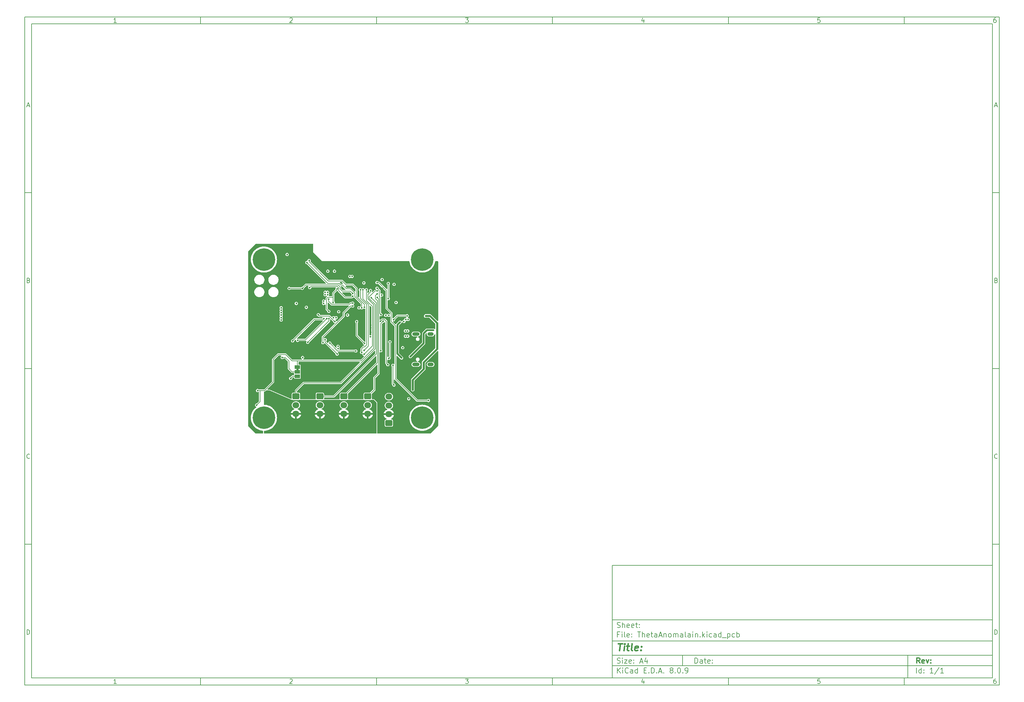
<source format=gbr>
%TF.GenerationSoftware,KiCad,Pcbnew,8.0.9-8.0.9-0~ubuntu24.04.1*%
%TF.CreationDate,2025-05-06T11:39:42+05:00*%
%TF.ProjectId,ThetaAnomalain,54686574-6141-46e6-9f6d-616c61696e2e,rev?*%
%TF.SameCoordinates,Original*%
%TF.FileFunction,Copper,L4,Bot*%
%TF.FilePolarity,Positive*%
%FSLAX46Y46*%
G04 Gerber Fmt 4.6, Leading zero omitted, Abs format (unit mm)*
G04 Created by KiCad (PCBNEW 8.0.9-8.0.9-0~ubuntu24.04.1) date 2025-05-06 11:39:42*
%MOMM*%
%LPD*%
G01*
G04 APERTURE LIST*
G04 Aperture macros list*
%AMRoundRect*
0 Rectangle with rounded corners*
0 $1 Rounding radius*
0 $2 $3 $4 $5 $6 $7 $8 $9 X,Y pos of 4 corners*
0 Add a 4 corners polygon primitive as box body*
4,1,4,$2,$3,$4,$5,$6,$7,$8,$9,$2,$3,0*
0 Add four circle primitives for the rounded corners*
1,1,$1+$1,$2,$3*
1,1,$1+$1,$4,$5*
1,1,$1+$1,$6,$7*
1,1,$1+$1,$8,$9*
0 Add four rect primitives between the rounded corners*
20,1,$1+$1,$2,$3,$4,$5,0*
20,1,$1+$1,$4,$5,$6,$7,0*
20,1,$1+$1,$6,$7,$8,$9,0*
20,1,$1+$1,$8,$9,$2,$3,0*%
G04 Aperture macros list end*
%ADD10C,0.100000*%
%ADD11C,0.150000*%
%ADD12C,0.300000*%
%ADD13C,0.400000*%
%TA.AperFunction,EtchedComponent*%
%ADD14C,0.000000*%
%TD*%
%TA.AperFunction,ComponentPad*%
%ADD15RoundRect,0.250000X-0.725000X0.600000X-0.725000X-0.600000X0.725000X-0.600000X0.725000X0.600000X0*%
%TD*%
%TA.AperFunction,ComponentPad*%
%ADD16O,1.950000X1.700000*%
%TD*%
%TA.AperFunction,ComponentPad*%
%ADD17R,0.900000X0.500000*%
%TD*%
%TA.AperFunction,ComponentPad*%
%ADD18C,0.800000*%
%TD*%
%TA.AperFunction,ComponentPad*%
%ADD19C,6.400000*%
%TD*%
%TA.AperFunction,ComponentPad*%
%ADD20RoundRect,0.250000X0.725000X-0.600000X0.725000X0.600000X-0.725000X0.600000X-0.725000X-0.600000X0*%
%TD*%
%TA.AperFunction,ComponentPad*%
%ADD21O,2.100000X1.000000*%
%TD*%
%TA.AperFunction,ComponentPad*%
%ADD22O,1.800000X1.000000*%
%TD*%
%TA.AperFunction,SMDPad,CuDef*%
%ADD23R,1.500000X1.000000*%
%TD*%
%TA.AperFunction,ViaPad*%
%ADD24C,0.500000*%
%TD*%
%TA.AperFunction,Conductor*%
%ADD25C,0.200000*%
%TD*%
%TA.AperFunction,Conductor*%
%ADD26C,0.600000*%
%TD*%
%TA.AperFunction,Conductor*%
%ADD27C,0.500000*%
%TD*%
G04 APERTURE END LIST*
D10*
D11*
X177002200Y-166007200D02*
X285002200Y-166007200D01*
X285002200Y-198007200D01*
X177002200Y-198007200D01*
X177002200Y-166007200D01*
D10*
D11*
X10000000Y-10000000D02*
X287002200Y-10000000D01*
X287002200Y-200007200D01*
X10000000Y-200007200D01*
X10000000Y-10000000D01*
D10*
D11*
X12000000Y-12000000D02*
X285002200Y-12000000D01*
X285002200Y-198007200D01*
X12000000Y-198007200D01*
X12000000Y-12000000D01*
D10*
D11*
X60000000Y-12000000D02*
X60000000Y-10000000D01*
D10*
D11*
X110000000Y-12000000D02*
X110000000Y-10000000D01*
D10*
D11*
X160000000Y-12000000D02*
X160000000Y-10000000D01*
D10*
D11*
X210000000Y-12000000D02*
X210000000Y-10000000D01*
D10*
D11*
X260000000Y-12000000D02*
X260000000Y-10000000D01*
D10*
D11*
X36089160Y-11593604D02*
X35346303Y-11593604D01*
X35717731Y-11593604D02*
X35717731Y-10293604D01*
X35717731Y-10293604D02*
X35593922Y-10479319D01*
X35593922Y-10479319D02*
X35470112Y-10603128D01*
X35470112Y-10603128D02*
X35346303Y-10665033D01*
D10*
D11*
X85346303Y-10417414D02*
X85408207Y-10355509D01*
X85408207Y-10355509D02*
X85532017Y-10293604D01*
X85532017Y-10293604D02*
X85841541Y-10293604D01*
X85841541Y-10293604D02*
X85965350Y-10355509D01*
X85965350Y-10355509D02*
X86027255Y-10417414D01*
X86027255Y-10417414D02*
X86089160Y-10541223D01*
X86089160Y-10541223D02*
X86089160Y-10665033D01*
X86089160Y-10665033D02*
X86027255Y-10850747D01*
X86027255Y-10850747D02*
X85284398Y-11593604D01*
X85284398Y-11593604D02*
X86089160Y-11593604D01*
D10*
D11*
X135284398Y-10293604D02*
X136089160Y-10293604D01*
X136089160Y-10293604D02*
X135655826Y-10788842D01*
X135655826Y-10788842D02*
X135841541Y-10788842D01*
X135841541Y-10788842D02*
X135965350Y-10850747D01*
X135965350Y-10850747D02*
X136027255Y-10912652D01*
X136027255Y-10912652D02*
X136089160Y-11036461D01*
X136089160Y-11036461D02*
X136089160Y-11345985D01*
X136089160Y-11345985D02*
X136027255Y-11469795D01*
X136027255Y-11469795D02*
X135965350Y-11531700D01*
X135965350Y-11531700D02*
X135841541Y-11593604D01*
X135841541Y-11593604D02*
X135470112Y-11593604D01*
X135470112Y-11593604D02*
X135346303Y-11531700D01*
X135346303Y-11531700D02*
X135284398Y-11469795D01*
D10*
D11*
X185965350Y-10726938D02*
X185965350Y-11593604D01*
X185655826Y-10231700D02*
X185346303Y-11160271D01*
X185346303Y-11160271D02*
X186151064Y-11160271D01*
D10*
D11*
X236027255Y-10293604D02*
X235408207Y-10293604D01*
X235408207Y-10293604D02*
X235346303Y-10912652D01*
X235346303Y-10912652D02*
X235408207Y-10850747D01*
X235408207Y-10850747D02*
X235532017Y-10788842D01*
X235532017Y-10788842D02*
X235841541Y-10788842D01*
X235841541Y-10788842D02*
X235965350Y-10850747D01*
X235965350Y-10850747D02*
X236027255Y-10912652D01*
X236027255Y-10912652D02*
X236089160Y-11036461D01*
X236089160Y-11036461D02*
X236089160Y-11345985D01*
X236089160Y-11345985D02*
X236027255Y-11469795D01*
X236027255Y-11469795D02*
X235965350Y-11531700D01*
X235965350Y-11531700D02*
X235841541Y-11593604D01*
X235841541Y-11593604D02*
X235532017Y-11593604D01*
X235532017Y-11593604D02*
X235408207Y-11531700D01*
X235408207Y-11531700D02*
X235346303Y-11469795D01*
D10*
D11*
X285965350Y-10293604D02*
X285717731Y-10293604D01*
X285717731Y-10293604D02*
X285593922Y-10355509D01*
X285593922Y-10355509D02*
X285532017Y-10417414D01*
X285532017Y-10417414D02*
X285408207Y-10603128D01*
X285408207Y-10603128D02*
X285346303Y-10850747D01*
X285346303Y-10850747D02*
X285346303Y-11345985D01*
X285346303Y-11345985D02*
X285408207Y-11469795D01*
X285408207Y-11469795D02*
X285470112Y-11531700D01*
X285470112Y-11531700D02*
X285593922Y-11593604D01*
X285593922Y-11593604D02*
X285841541Y-11593604D01*
X285841541Y-11593604D02*
X285965350Y-11531700D01*
X285965350Y-11531700D02*
X286027255Y-11469795D01*
X286027255Y-11469795D02*
X286089160Y-11345985D01*
X286089160Y-11345985D02*
X286089160Y-11036461D01*
X286089160Y-11036461D02*
X286027255Y-10912652D01*
X286027255Y-10912652D02*
X285965350Y-10850747D01*
X285965350Y-10850747D02*
X285841541Y-10788842D01*
X285841541Y-10788842D02*
X285593922Y-10788842D01*
X285593922Y-10788842D02*
X285470112Y-10850747D01*
X285470112Y-10850747D02*
X285408207Y-10912652D01*
X285408207Y-10912652D02*
X285346303Y-11036461D01*
D10*
D11*
X60000000Y-198007200D02*
X60000000Y-200007200D01*
D10*
D11*
X110000000Y-198007200D02*
X110000000Y-200007200D01*
D10*
D11*
X160000000Y-198007200D02*
X160000000Y-200007200D01*
D10*
D11*
X210000000Y-198007200D02*
X210000000Y-200007200D01*
D10*
D11*
X260000000Y-198007200D02*
X260000000Y-200007200D01*
D10*
D11*
X36089160Y-199600804D02*
X35346303Y-199600804D01*
X35717731Y-199600804D02*
X35717731Y-198300804D01*
X35717731Y-198300804D02*
X35593922Y-198486519D01*
X35593922Y-198486519D02*
X35470112Y-198610328D01*
X35470112Y-198610328D02*
X35346303Y-198672233D01*
D10*
D11*
X85346303Y-198424614D02*
X85408207Y-198362709D01*
X85408207Y-198362709D02*
X85532017Y-198300804D01*
X85532017Y-198300804D02*
X85841541Y-198300804D01*
X85841541Y-198300804D02*
X85965350Y-198362709D01*
X85965350Y-198362709D02*
X86027255Y-198424614D01*
X86027255Y-198424614D02*
X86089160Y-198548423D01*
X86089160Y-198548423D02*
X86089160Y-198672233D01*
X86089160Y-198672233D02*
X86027255Y-198857947D01*
X86027255Y-198857947D02*
X85284398Y-199600804D01*
X85284398Y-199600804D02*
X86089160Y-199600804D01*
D10*
D11*
X135284398Y-198300804D02*
X136089160Y-198300804D01*
X136089160Y-198300804D02*
X135655826Y-198796042D01*
X135655826Y-198796042D02*
X135841541Y-198796042D01*
X135841541Y-198796042D02*
X135965350Y-198857947D01*
X135965350Y-198857947D02*
X136027255Y-198919852D01*
X136027255Y-198919852D02*
X136089160Y-199043661D01*
X136089160Y-199043661D02*
X136089160Y-199353185D01*
X136089160Y-199353185D02*
X136027255Y-199476995D01*
X136027255Y-199476995D02*
X135965350Y-199538900D01*
X135965350Y-199538900D02*
X135841541Y-199600804D01*
X135841541Y-199600804D02*
X135470112Y-199600804D01*
X135470112Y-199600804D02*
X135346303Y-199538900D01*
X135346303Y-199538900D02*
X135284398Y-199476995D01*
D10*
D11*
X185965350Y-198734138D02*
X185965350Y-199600804D01*
X185655826Y-198238900D02*
X185346303Y-199167471D01*
X185346303Y-199167471D02*
X186151064Y-199167471D01*
D10*
D11*
X236027255Y-198300804D02*
X235408207Y-198300804D01*
X235408207Y-198300804D02*
X235346303Y-198919852D01*
X235346303Y-198919852D02*
X235408207Y-198857947D01*
X235408207Y-198857947D02*
X235532017Y-198796042D01*
X235532017Y-198796042D02*
X235841541Y-198796042D01*
X235841541Y-198796042D02*
X235965350Y-198857947D01*
X235965350Y-198857947D02*
X236027255Y-198919852D01*
X236027255Y-198919852D02*
X236089160Y-199043661D01*
X236089160Y-199043661D02*
X236089160Y-199353185D01*
X236089160Y-199353185D02*
X236027255Y-199476995D01*
X236027255Y-199476995D02*
X235965350Y-199538900D01*
X235965350Y-199538900D02*
X235841541Y-199600804D01*
X235841541Y-199600804D02*
X235532017Y-199600804D01*
X235532017Y-199600804D02*
X235408207Y-199538900D01*
X235408207Y-199538900D02*
X235346303Y-199476995D01*
D10*
D11*
X285965350Y-198300804D02*
X285717731Y-198300804D01*
X285717731Y-198300804D02*
X285593922Y-198362709D01*
X285593922Y-198362709D02*
X285532017Y-198424614D01*
X285532017Y-198424614D02*
X285408207Y-198610328D01*
X285408207Y-198610328D02*
X285346303Y-198857947D01*
X285346303Y-198857947D02*
X285346303Y-199353185D01*
X285346303Y-199353185D02*
X285408207Y-199476995D01*
X285408207Y-199476995D02*
X285470112Y-199538900D01*
X285470112Y-199538900D02*
X285593922Y-199600804D01*
X285593922Y-199600804D02*
X285841541Y-199600804D01*
X285841541Y-199600804D02*
X285965350Y-199538900D01*
X285965350Y-199538900D02*
X286027255Y-199476995D01*
X286027255Y-199476995D02*
X286089160Y-199353185D01*
X286089160Y-199353185D02*
X286089160Y-199043661D01*
X286089160Y-199043661D02*
X286027255Y-198919852D01*
X286027255Y-198919852D02*
X285965350Y-198857947D01*
X285965350Y-198857947D02*
X285841541Y-198796042D01*
X285841541Y-198796042D02*
X285593922Y-198796042D01*
X285593922Y-198796042D02*
X285470112Y-198857947D01*
X285470112Y-198857947D02*
X285408207Y-198919852D01*
X285408207Y-198919852D02*
X285346303Y-199043661D01*
D10*
D11*
X10000000Y-60000000D02*
X12000000Y-60000000D01*
D10*
D11*
X10000000Y-110000000D02*
X12000000Y-110000000D01*
D10*
D11*
X10000000Y-160000000D02*
X12000000Y-160000000D01*
D10*
D11*
X10690476Y-35222176D02*
X11309523Y-35222176D01*
X10566666Y-35593604D02*
X10999999Y-34293604D01*
X10999999Y-34293604D02*
X11433333Y-35593604D01*
D10*
D11*
X11092857Y-84912652D02*
X11278571Y-84974557D01*
X11278571Y-84974557D02*
X11340476Y-85036461D01*
X11340476Y-85036461D02*
X11402380Y-85160271D01*
X11402380Y-85160271D02*
X11402380Y-85345985D01*
X11402380Y-85345985D02*
X11340476Y-85469795D01*
X11340476Y-85469795D02*
X11278571Y-85531700D01*
X11278571Y-85531700D02*
X11154761Y-85593604D01*
X11154761Y-85593604D02*
X10659523Y-85593604D01*
X10659523Y-85593604D02*
X10659523Y-84293604D01*
X10659523Y-84293604D02*
X11092857Y-84293604D01*
X11092857Y-84293604D02*
X11216666Y-84355509D01*
X11216666Y-84355509D02*
X11278571Y-84417414D01*
X11278571Y-84417414D02*
X11340476Y-84541223D01*
X11340476Y-84541223D02*
X11340476Y-84665033D01*
X11340476Y-84665033D02*
X11278571Y-84788842D01*
X11278571Y-84788842D02*
X11216666Y-84850747D01*
X11216666Y-84850747D02*
X11092857Y-84912652D01*
X11092857Y-84912652D02*
X10659523Y-84912652D01*
D10*
D11*
X11402380Y-135469795D02*
X11340476Y-135531700D01*
X11340476Y-135531700D02*
X11154761Y-135593604D01*
X11154761Y-135593604D02*
X11030952Y-135593604D01*
X11030952Y-135593604D02*
X10845238Y-135531700D01*
X10845238Y-135531700D02*
X10721428Y-135407890D01*
X10721428Y-135407890D02*
X10659523Y-135284080D01*
X10659523Y-135284080D02*
X10597619Y-135036461D01*
X10597619Y-135036461D02*
X10597619Y-134850747D01*
X10597619Y-134850747D02*
X10659523Y-134603128D01*
X10659523Y-134603128D02*
X10721428Y-134479319D01*
X10721428Y-134479319D02*
X10845238Y-134355509D01*
X10845238Y-134355509D02*
X11030952Y-134293604D01*
X11030952Y-134293604D02*
X11154761Y-134293604D01*
X11154761Y-134293604D02*
X11340476Y-134355509D01*
X11340476Y-134355509D02*
X11402380Y-134417414D01*
D10*
D11*
X10659523Y-185593604D02*
X10659523Y-184293604D01*
X10659523Y-184293604D02*
X10969047Y-184293604D01*
X10969047Y-184293604D02*
X11154761Y-184355509D01*
X11154761Y-184355509D02*
X11278571Y-184479319D01*
X11278571Y-184479319D02*
X11340476Y-184603128D01*
X11340476Y-184603128D02*
X11402380Y-184850747D01*
X11402380Y-184850747D02*
X11402380Y-185036461D01*
X11402380Y-185036461D02*
X11340476Y-185284080D01*
X11340476Y-185284080D02*
X11278571Y-185407890D01*
X11278571Y-185407890D02*
X11154761Y-185531700D01*
X11154761Y-185531700D02*
X10969047Y-185593604D01*
X10969047Y-185593604D02*
X10659523Y-185593604D01*
D10*
D11*
X287002200Y-60000000D02*
X285002200Y-60000000D01*
D10*
D11*
X287002200Y-110000000D02*
X285002200Y-110000000D01*
D10*
D11*
X287002200Y-160000000D02*
X285002200Y-160000000D01*
D10*
D11*
X285692676Y-35222176D02*
X286311723Y-35222176D01*
X285568866Y-35593604D02*
X286002199Y-34293604D01*
X286002199Y-34293604D02*
X286435533Y-35593604D01*
D10*
D11*
X286095057Y-84912652D02*
X286280771Y-84974557D01*
X286280771Y-84974557D02*
X286342676Y-85036461D01*
X286342676Y-85036461D02*
X286404580Y-85160271D01*
X286404580Y-85160271D02*
X286404580Y-85345985D01*
X286404580Y-85345985D02*
X286342676Y-85469795D01*
X286342676Y-85469795D02*
X286280771Y-85531700D01*
X286280771Y-85531700D02*
X286156961Y-85593604D01*
X286156961Y-85593604D02*
X285661723Y-85593604D01*
X285661723Y-85593604D02*
X285661723Y-84293604D01*
X285661723Y-84293604D02*
X286095057Y-84293604D01*
X286095057Y-84293604D02*
X286218866Y-84355509D01*
X286218866Y-84355509D02*
X286280771Y-84417414D01*
X286280771Y-84417414D02*
X286342676Y-84541223D01*
X286342676Y-84541223D02*
X286342676Y-84665033D01*
X286342676Y-84665033D02*
X286280771Y-84788842D01*
X286280771Y-84788842D02*
X286218866Y-84850747D01*
X286218866Y-84850747D02*
X286095057Y-84912652D01*
X286095057Y-84912652D02*
X285661723Y-84912652D01*
D10*
D11*
X286404580Y-135469795D02*
X286342676Y-135531700D01*
X286342676Y-135531700D02*
X286156961Y-135593604D01*
X286156961Y-135593604D02*
X286033152Y-135593604D01*
X286033152Y-135593604D02*
X285847438Y-135531700D01*
X285847438Y-135531700D02*
X285723628Y-135407890D01*
X285723628Y-135407890D02*
X285661723Y-135284080D01*
X285661723Y-135284080D02*
X285599819Y-135036461D01*
X285599819Y-135036461D02*
X285599819Y-134850747D01*
X285599819Y-134850747D02*
X285661723Y-134603128D01*
X285661723Y-134603128D02*
X285723628Y-134479319D01*
X285723628Y-134479319D02*
X285847438Y-134355509D01*
X285847438Y-134355509D02*
X286033152Y-134293604D01*
X286033152Y-134293604D02*
X286156961Y-134293604D01*
X286156961Y-134293604D02*
X286342676Y-134355509D01*
X286342676Y-134355509D02*
X286404580Y-134417414D01*
D10*
D11*
X285661723Y-185593604D02*
X285661723Y-184293604D01*
X285661723Y-184293604D02*
X285971247Y-184293604D01*
X285971247Y-184293604D02*
X286156961Y-184355509D01*
X286156961Y-184355509D02*
X286280771Y-184479319D01*
X286280771Y-184479319D02*
X286342676Y-184603128D01*
X286342676Y-184603128D02*
X286404580Y-184850747D01*
X286404580Y-184850747D02*
X286404580Y-185036461D01*
X286404580Y-185036461D02*
X286342676Y-185284080D01*
X286342676Y-185284080D02*
X286280771Y-185407890D01*
X286280771Y-185407890D02*
X286156961Y-185531700D01*
X286156961Y-185531700D02*
X285971247Y-185593604D01*
X285971247Y-185593604D02*
X285661723Y-185593604D01*
D10*
D11*
X200458026Y-193793328D02*
X200458026Y-192293328D01*
X200458026Y-192293328D02*
X200815169Y-192293328D01*
X200815169Y-192293328D02*
X201029455Y-192364757D01*
X201029455Y-192364757D02*
X201172312Y-192507614D01*
X201172312Y-192507614D02*
X201243741Y-192650471D01*
X201243741Y-192650471D02*
X201315169Y-192936185D01*
X201315169Y-192936185D02*
X201315169Y-193150471D01*
X201315169Y-193150471D02*
X201243741Y-193436185D01*
X201243741Y-193436185D02*
X201172312Y-193579042D01*
X201172312Y-193579042D02*
X201029455Y-193721900D01*
X201029455Y-193721900D02*
X200815169Y-193793328D01*
X200815169Y-193793328D02*
X200458026Y-193793328D01*
X202600884Y-193793328D02*
X202600884Y-193007614D01*
X202600884Y-193007614D02*
X202529455Y-192864757D01*
X202529455Y-192864757D02*
X202386598Y-192793328D01*
X202386598Y-192793328D02*
X202100884Y-192793328D01*
X202100884Y-192793328D02*
X201958026Y-192864757D01*
X202600884Y-193721900D02*
X202458026Y-193793328D01*
X202458026Y-193793328D02*
X202100884Y-193793328D01*
X202100884Y-193793328D02*
X201958026Y-193721900D01*
X201958026Y-193721900D02*
X201886598Y-193579042D01*
X201886598Y-193579042D02*
X201886598Y-193436185D01*
X201886598Y-193436185D02*
X201958026Y-193293328D01*
X201958026Y-193293328D02*
X202100884Y-193221900D01*
X202100884Y-193221900D02*
X202458026Y-193221900D01*
X202458026Y-193221900D02*
X202600884Y-193150471D01*
X203100884Y-192793328D02*
X203672312Y-192793328D01*
X203315169Y-192293328D02*
X203315169Y-193579042D01*
X203315169Y-193579042D02*
X203386598Y-193721900D01*
X203386598Y-193721900D02*
X203529455Y-193793328D01*
X203529455Y-193793328D02*
X203672312Y-193793328D01*
X204743741Y-193721900D02*
X204600884Y-193793328D01*
X204600884Y-193793328D02*
X204315170Y-193793328D01*
X204315170Y-193793328D02*
X204172312Y-193721900D01*
X204172312Y-193721900D02*
X204100884Y-193579042D01*
X204100884Y-193579042D02*
X204100884Y-193007614D01*
X204100884Y-193007614D02*
X204172312Y-192864757D01*
X204172312Y-192864757D02*
X204315170Y-192793328D01*
X204315170Y-192793328D02*
X204600884Y-192793328D01*
X204600884Y-192793328D02*
X204743741Y-192864757D01*
X204743741Y-192864757D02*
X204815170Y-193007614D01*
X204815170Y-193007614D02*
X204815170Y-193150471D01*
X204815170Y-193150471D02*
X204100884Y-193293328D01*
X205458026Y-193650471D02*
X205529455Y-193721900D01*
X205529455Y-193721900D02*
X205458026Y-193793328D01*
X205458026Y-193793328D02*
X205386598Y-193721900D01*
X205386598Y-193721900D02*
X205458026Y-193650471D01*
X205458026Y-193650471D02*
X205458026Y-193793328D01*
X205458026Y-192864757D02*
X205529455Y-192936185D01*
X205529455Y-192936185D02*
X205458026Y-193007614D01*
X205458026Y-193007614D02*
X205386598Y-192936185D01*
X205386598Y-192936185D02*
X205458026Y-192864757D01*
X205458026Y-192864757D02*
X205458026Y-193007614D01*
D10*
D11*
X177002200Y-194507200D02*
X285002200Y-194507200D01*
D10*
D11*
X178458026Y-196593328D02*
X178458026Y-195093328D01*
X179315169Y-196593328D02*
X178672312Y-195736185D01*
X179315169Y-195093328D02*
X178458026Y-195950471D01*
X179958026Y-196593328D02*
X179958026Y-195593328D01*
X179958026Y-195093328D02*
X179886598Y-195164757D01*
X179886598Y-195164757D02*
X179958026Y-195236185D01*
X179958026Y-195236185D02*
X180029455Y-195164757D01*
X180029455Y-195164757D02*
X179958026Y-195093328D01*
X179958026Y-195093328D02*
X179958026Y-195236185D01*
X181529455Y-196450471D02*
X181458027Y-196521900D01*
X181458027Y-196521900D02*
X181243741Y-196593328D01*
X181243741Y-196593328D02*
X181100884Y-196593328D01*
X181100884Y-196593328D02*
X180886598Y-196521900D01*
X180886598Y-196521900D02*
X180743741Y-196379042D01*
X180743741Y-196379042D02*
X180672312Y-196236185D01*
X180672312Y-196236185D02*
X180600884Y-195950471D01*
X180600884Y-195950471D02*
X180600884Y-195736185D01*
X180600884Y-195736185D02*
X180672312Y-195450471D01*
X180672312Y-195450471D02*
X180743741Y-195307614D01*
X180743741Y-195307614D02*
X180886598Y-195164757D01*
X180886598Y-195164757D02*
X181100884Y-195093328D01*
X181100884Y-195093328D02*
X181243741Y-195093328D01*
X181243741Y-195093328D02*
X181458027Y-195164757D01*
X181458027Y-195164757D02*
X181529455Y-195236185D01*
X182815170Y-196593328D02*
X182815170Y-195807614D01*
X182815170Y-195807614D02*
X182743741Y-195664757D01*
X182743741Y-195664757D02*
X182600884Y-195593328D01*
X182600884Y-195593328D02*
X182315170Y-195593328D01*
X182315170Y-195593328D02*
X182172312Y-195664757D01*
X182815170Y-196521900D02*
X182672312Y-196593328D01*
X182672312Y-196593328D02*
X182315170Y-196593328D01*
X182315170Y-196593328D02*
X182172312Y-196521900D01*
X182172312Y-196521900D02*
X182100884Y-196379042D01*
X182100884Y-196379042D02*
X182100884Y-196236185D01*
X182100884Y-196236185D02*
X182172312Y-196093328D01*
X182172312Y-196093328D02*
X182315170Y-196021900D01*
X182315170Y-196021900D02*
X182672312Y-196021900D01*
X182672312Y-196021900D02*
X182815170Y-195950471D01*
X184172313Y-196593328D02*
X184172313Y-195093328D01*
X184172313Y-196521900D02*
X184029455Y-196593328D01*
X184029455Y-196593328D02*
X183743741Y-196593328D01*
X183743741Y-196593328D02*
X183600884Y-196521900D01*
X183600884Y-196521900D02*
X183529455Y-196450471D01*
X183529455Y-196450471D02*
X183458027Y-196307614D01*
X183458027Y-196307614D02*
X183458027Y-195879042D01*
X183458027Y-195879042D02*
X183529455Y-195736185D01*
X183529455Y-195736185D02*
X183600884Y-195664757D01*
X183600884Y-195664757D02*
X183743741Y-195593328D01*
X183743741Y-195593328D02*
X184029455Y-195593328D01*
X184029455Y-195593328D02*
X184172313Y-195664757D01*
X186029455Y-195807614D02*
X186529455Y-195807614D01*
X186743741Y-196593328D02*
X186029455Y-196593328D01*
X186029455Y-196593328D02*
X186029455Y-195093328D01*
X186029455Y-195093328D02*
X186743741Y-195093328D01*
X187386598Y-196450471D02*
X187458027Y-196521900D01*
X187458027Y-196521900D02*
X187386598Y-196593328D01*
X187386598Y-196593328D02*
X187315170Y-196521900D01*
X187315170Y-196521900D02*
X187386598Y-196450471D01*
X187386598Y-196450471D02*
X187386598Y-196593328D01*
X188100884Y-196593328D02*
X188100884Y-195093328D01*
X188100884Y-195093328D02*
X188458027Y-195093328D01*
X188458027Y-195093328D02*
X188672313Y-195164757D01*
X188672313Y-195164757D02*
X188815170Y-195307614D01*
X188815170Y-195307614D02*
X188886599Y-195450471D01*
X188886599Y-195450471D02*
X188958027Y-195736185D01*
X188958027Y-195736185D02*
X188958027Y-195950471D01*
X188958027Y-195950471D02*
X188886599Y-196236185D01*
X188886599Y-196236185D02*
X188815170Y-196379042D01*
X188815170Y-196379042D02*
X188672313Y-196521900D01*
X188672313Y-196521900D02*
X188458027Y-196593328D01*
X188458027Y-196593328D02*
X188100884Y-196593328D01*
X189600884Y-196450471D02*
X189672313Y-196521900D01*
X189672313Y-196521900D02*
X189600884Y-196593328D01*
X189600884Y-196593328D02*
X189529456Y-196521900D01*
X189529456Y-196521900D02*
X189600884Y-196450471D01*
X189600884Y-196450471D02*
X189600884Y-196593328D01*
X190243742Y-196164757D02*
X190958028Y-196164757D01*
X190100885Y-196593328D02*
X190600885Y-195093328D01*
X190600885Y-195093328D02*
X191100885Y-196593328D01*
X191600884Y-196450471D02*
X191672313Y-196521900D01*
X191672313Y-196521900D02*
X191600884Y-196593328D01*
X191600884Y-196593328D02*
X191529456Y-196521900D01*
X191529456Y-196521900D02*
X191600884Y-196450471D01*
X191600884Y-196450471D02*
X191600884Y-196593328D01*
X193672313Y-195736185D02*
X193529456Y-195664757D01*
X193529456Y-195664757D02*
X193458027Y-195593328D01*
X193458027Y-195593328D02*
X193386599Y-195450471D01*
X193386599Y-195450471D02*
X193386599Y-195379042D01*
X193386599Y-195379042D02*
X193458027Y-195236185D01*
X193458027Y-195236185D02*
X193529456Y-195164757D01*
X193529456Y-195164757D02*
X193672313Y-195093328D01*
X193672313Y-195093328D02*
X193958027Y-195093328D01*
X193958027Y-195093328D02*
X194100885Y-195164757D01*
X194100885Y-195164757D02*
X194172313Y-195236185D01*
X194172313Y-195236185D02*
X194243742Y-195379042D01*
X194243742Y-195379042D02*
X194243742Y-195450471D01*
X194243742Y-195450471D02*
X194172313Y-195593328D01*
X194172313Y-195593328D02*
X194100885Y-195664757D01*
X194100885Y-195664757D02*
X193958027Y-195736185D01*
X193958027Y-195736185D02*
X193672313Y-195736185D01*
X193672313Y-195736185D02*
X193529456Y-195807614D01*
X193529456Y-195807614D02*
X193458027Y-195879042D01*
X193458027Y-195879042D02*
X193386599Y-196021900D01*
X193386599Y-196021900D02*
X193386599Y-196307614D01*
X193386599Y-196307614D02*
X193458027Y-196450471D01*
X193458027Y-196450471D02*
X193529456Y-196521900D01*
X193529456Y-196521900D02*
X193672313Y-196593328D01*
X193672313Y-196593328D02*
X193958027Y-196593328D01*
X193958027Y-196593328D02*
X194100885Y-196521900D01*
X194100885Y-196521900D02*
X194172313Y-196450471D01*
X194172313Y-196450471D02*
X194243742Y-196307614D01*
X194243742Y-196307614D02*
X194243742Y-196021900D01*
X194243742Y-196021900D02*
X194172313Y-195879042D01*
X194172313Y-195879042D02*
X194100885Y-195807614D01*
X194100885Y-195807614D02*
X193958027Y-195736185D01*
X194886598Y-196450471D02*
X194958027Y-196521900D01*
X194958027Y-196521900D02*
X194886598Y-196593328D01*
X194886598Y-196593328D02*
X194815170Y-196521900D01*
X194815170Y-196521900D02*
X194886598Y-196450471D01*
X194886598Y-196450471D02*
X194886598Y-196593328D01*
X195886599Y-195093328D02*
X196029456Y-195093328D01*
X196029456Y-195093328D02*
X196172313Y-195164757D01*
X196172313Y-195164757D02*
X196243742Y-195236185D01*
X196243742Y-195236185D02*
X196315170Y-195379042D01*
X196315170Y-195379042D02*
X196386599Y-195664757D01*
X196386599Y-195664757D02*
X196386599Y-196021900D01*
X196386599Y-196021900D02*
X196315170Y-196307614D01*
X196315170Y-196307614D02*
X196243742Y-196450471D01*
X196243742Y-196450471D02*
X196172313Y-196521900D01*
X196172313Y-196521900D02*
X196029456Y-196593328D01*
X196029456Y-196593328D02*
X195886599Y-196593328D01*
X195886599Y-196593328D02*
X195743742Y-196521900D01*
X195743742Y-196521900D02*
X195672313Y-196450471D01*
X195672313Y-196450471D02*
X195600884Y-196307614D01*
X195600884Y-196307614D02*
X195529456Y-196021900D01*
X195529456Y-196021900D02*
X195529456Y-195664757D01*
X195529456Y-195664757D02*
X195600884Y-195379042D01*
X195600884Y-195379042D02*
X195672313Y-195236185D01*
X195672313Y-195236185D02*
X195743742Y-195164757D01*
X195743742Y-195164757D02*
X195886599Y-195093328D01*
X197029455Y-196450471D02*
X197100884Y-196521900D01*
X197100884Y-196521900D02*
X197029455Y-196593328D01*
X197029455Y-196593328D02*
X196958027Y-196521900D01*
X196958027Y-196521900D02*
X197029455Y-196450471D01*
X197029455Y-196450471D02*
X197029455Y-196593328D01*
X197815170Y-196593328D02*
X198100884Y-196593328D01*
X198100884Y-196593328D02*
X198243741Y-196521900D01*
X198243741Y-196521900D02*
X198315170Y-196450471D01*
X198315170Y-196450471D02*
X198458027Y-196236185D01*
X198458027Y-196236185D02*
X198529456Y-195950471D01*
X198529456Y-195950471D02*
X198529456Y-195379042D01*
X198529456Y-195379042D02*
X198458027Y-195236185D01*
X198458027Y-195236185D02*
X198386599Y-195164757D01*
X198386599Y-195164757D02*
X198243741Y-195093328D01*
X198243741Y-195093328D02*
X197958027Y-195093328D01*
X197958027Y-195093328D02*
X197815170Y-195164757D01*
X197815170Y-195164757D02*
X197743741Y-195236185D01*
X197743741Y-195236185D02*
X197672313Y-195379042D01*
X197672313Y-195379042D02*
X197672313Y-195736185D01*
X197672313Y-195736185D02*
X197743741Y-195879042D01*
X197743741Y-195879042D02*
X197815170Y-195950471D01*
X197815170Y-195950471D02*
X197958027Y-196021900D01*
X197958027Y-196021900D02*
X198243741Y-196021900D01*
X198243741Y-196021900D02*
X198386599Y-195950471D01*
X198386599Y-195950471D02*
X198458027Y-195879042D01*
X198458027Y-195879042D02*
X198529456Y-195736185D01*
D10*
D11*
X177002200Y-191507200D02*
X285002200Y-191507200D01*
D10*
D12*
X264413853Y-193785528D02*
X263913853Y-193071242D01*
X263556710Y-193785528D02*
X263556710Y-192285528D01*
X263556710Y-192285528D02*
X264128139Y-192285528D01*
X264128139Y-192285528D02*
X264270996Y-192356957D01*
X264270996Y-192356957D02*
X264342425Y-192428385D01*
X264342425Y-192428385D02*
X264413853Y-192571242D01*
X264413853Y-192571242D02*
X264413853Y-192785528D01*
X264413853Y-192785528D02*
X264342425Y-192928385D01*
X264342425Y-192928385D02*
X264270996Y-192999814D01*
X264270996Y-192999814D02*
X264128139Y-193071242D01*
X264128139Y-193071242D02*
X263556710Y-193071242D01*
X265628139Y-193714100D02*
X265485282Y-193785528D01*
X265485282Y-193785528D02*
X265199568Y-193785528D01*
X265199568Y-193785528D02*
X265056710Y-193714100D01*
X265056710Y-193714100D02*
X264985282Y-193571242D01*
X264985282Y-193571242D02*
X264985282Y-192999814D01*
X264985282Y-192999814D02*
X265056710Y-192856957D01*
X265056710Y-192856957D02*
X265199568Y-192785528D01*
X265199568Y-192785528D02*
X265485282Y-192785528D01*
X265485282Y-192785528D02*
X265628139Y-192856957D01*
X265628139Y-192856957D02*
X265699568Y-192999814D01*
X265699568Y-192999814D02*
X265699568Y-193142671D01*
X265699568Y-193142671D02*
X264985282Y-193285528D01*
X266199567Y-192785528D02*
X266556710Y-193785528D01*
X266556710Y-193785528D02*
X266913853Y-192785528D01*
X267485281Y-193642671D02*
X267556710Y-193714100D01*
X267556710Y-193714100D02*
X267485281Y-193785528D01*
X267485281Y-193785528D02*
X267413853Y-193714100D01*
X267413853Y-193714100D02*
X267485281Y-193642671D01*
X267485281Y-193642671D02*
X267485281Y-193785528D01*
X267485281Y-192856957D02*
X267556710Y-192928385D01*
X267556710Y-192928385D02*
X267485281Y-192999814D01*
X267485281Y-192999814D02*
X267413853Y-192928385D01*
X267413853Y-192928385D02*
X267485281Y-192856957D01*
X267485281Y-192856957D02*
X267485281Y-192999814D01*
D10*
D11*
X178386598Y-193721900D02*
X178600884Y-193793328D01*
X178600884Y-193793328D02*
X178958026Y-193793328D01*
X178958026Y-193793328D02*
X179100884Y-193721900D01*
X179100884Y-193721900D02*
X179172312Y-193650471D01*
X179172312Y-193650471D02*
X179243741Y-193507614D01*
X179243741Y-193507614D02*
X179243741Y-193364757D01*
X179243741Y-193364757D02*
X179172312Y-193221900D01*
X179172312Y-193221900D02*
X179100884Y-193150471D01*
X179100884Y-193150471D02*
X178958026Y-193079042D01*
X178958026Y-193079042D02*
X178672312Y-193007614D01*
X178672312Y-193007614D02*
X178529455Y-192936185D01*
X178529455Y-192936185D02*
X178458026Y-192864757D01*
X178458026Y-192864757D02*
X178386598Y-192721900D01*
X178386598Y-192721900D02*
X178386598Y-192579042D01*
X178386598Y-192579042D02*
X178458026Y-192436185D01*
X178458026Y-192436185D02*
X178529455Y-192364757D01*
X178529455Y-192364757D02*
X178672312Y-192293328D01*
X178672312Y-192293328D02*
X179029455Y-192293328D01*
X179029455Y-192293328D02*
X179243741Y-192364757D01*
X179886597Y-193793328D02*
X179886597Y-192793328D01*
X179886597Y-192293328D02*
X179815169Y-192364757D01*
X179815169Y-192364757D02*
X179886597Y-192436185D01*
X179886597Y-192436185D02*
X179958026Y-192364757D01*
X179958026Y-192364757D02*
X179886597Y-192293328D01*
X179886597Y-192293328D02*
X179886597Y-192436185D01*
X180458026Y-192793328D02*
X181243741Y-192793328D01*
X181243741Y-192793328D02*
X180458026Y-193793328D01*
X180458026Y-193793328D02*
X181243741Y-193793328D01*
X182386598Y-193721900D02*
X182243741Y-193793328D01*
X182243741Y-193793328D02*
X181958027Y-193793328D01*
X181958027Y-193793328D02*
X181815169Y-193721900D01*
X181815169Y-193721900D02*
X181743741Y-193579042D01*
X181743741Y-193579042D02*
X181743741Y-193007614D01*
X181743741Y-193007614D02*
X181815169Y-192864757D01*
X181815169Y-192864757D02*
X181958027Y-192793328D01*
X181958027Y-192793328D02*
X182243741Y-192793328D01*
X182243741Y-192793328D02*
X182386598Y-192864757D01*
X182386598Y-192864757D02*
X182458027Y-193007614D01*
X182458027Y-193007614D02*
X182458027Y-193150471D01*
X182458027Y-193150471D02*
X181743741Y-193293328D01*
X183100883Y-193650471D02*
X183172312Y-193721900D01*
X183172312Y-193721900D02*
X183100883Y-193793328D01*
X183100883Y-193793328D02*
X183029455Y-193721900D01*
X183029455Y-193721900D02*
X183100883Y-193650471D01*
X183100883Y-193650471D02*
X183100883Y-193793328D01*
X183100883Y-192864757D02*
X183172312Y-192936185D01*
X183172312Y-192936185D02*
X183100883Y-193007614D01*
X183100883Y-193007614D02*
X183029455Y-192936185D01*
X183029455Y-192936185D02*
X183100883Y-192864757D01*
X183100883Y-192864757D02*
X183100883Y-193007614D01*
X184886598Y-193364757D02*
X185600884Y-193364757D01*
X184743741Y-193793328D02*
X185243741Y-192293328D01*
X185243741Y-192293328D02*
X185743741Y-193793328D01*
X186886598Y-192793328D02*
X186886598Y-193793328D01*
X186529455Y-192221900D02*
X186172312Y-193293328D01*
X186172312Y-193293328D02*
X187100883Y-193293328D01*
D10*
D11*
X263458026Y-196593328D02*
X263458026Y-195093328D01*
X264815170Y-196593328D02*
X264815170Y-195093328D01*
X264815170Y-196521900D02*
X264672312Y-196593328D01*
X264672312Y-196593328D02*
X264386598Y-196593328D01*
X264386598Y-196593328D02*
X264243741Y-196521900D01*
X264243741Y-196521900D02*
X264172312Y-196450471D01*
X264172312Y-196450471D02*
X264100884Y-196307614D01*
X264100884Y-196307614D02*
X264100884Y-195879042D01*
X264100884Y-195879042D02*
X264172312Y-195736185D01*
X264172312Y-195736185D02*
X264243741Y-195664757D01*
X264243741Y-195664757D02*
X264386598Y-195593328D01*
X264386598Y-195593328D02*
X264672312Y-195593328D01*
X264672312Y-195593328D02*
X264815170Y-195664757D01*
X265529455Y-196450471D02*
X265600884Y-196521900D01*
X265600884Y-196521900D02*
X265529455Y-196593328D01*
X265529455Y-196593328D02*
X265458027Y-196521900D01*
X265458027Y-196521900D02*
X265529455Y-196450471D01*
X265529455Y-196450471D02*
X265529455Y-196593328D01*
X265529455Y-195664757D02*
X265600884Y-195736185D01*
X265600884Y-195736185D02*
X265529455Y-195807614D01*
X265529455Y-195807614D02*
X265458027Y-195736185D01*
X265458027Y-195736185D02*
X265529455Y-195664757D01*
X265529455Y-195664757D02*
X265529455Y-195807614D01*
X268172313Y-196593328D02*
X267315170Y-196593328D01*
X267743741Y-196593328D02*
X267743741Y-195093328D01*
X267743741Y-195093328D02*
X267600884Y-195307614D01*
X267600884Y-195307614D02*
X267458027Y-195450471D01*
X267458027Y-195450471D02*
X267315170Y-195521900D01*
X269886598Y-195021900D02*
X268600884Y-196950471D01*
X271172313Y-196593328D02*
X270315170Y-196593328D01*
X270743741Y-196593328D02*
X270743741Y-195093328D01*
X270743741Y-195093328D02*
X270600884Y-195307614D01*
X270600884Y-195307614D02*
X270458027Y-195450471D01*
X270458027Y-195450471D02*
X270315170Y-195521900D01*
D10*
D11*
X177002200Y-187507200D02*
X285002200Y-187507200D01*
D10*
D13*
X178693928Y-188211638D02*
X179836785Y-188211638D01*
X179015357Y-190211638D02*
X179265357Y-188211638D01*
X180253452Y-190211638D02*
X180420119Y-188878304D01*
X180503452Y-188211638D02*
X180396309Y-188306876D01*
X180396309Y-188306876D02*
X180479643Y-188402114D01*
X180479643Y-188402114D02*
X180586786Y-188306876D01*
X180586786Y-188306876D02*
X180503452Y-188211638D01*
X180503452Y-188211638D02*
X180479643Y-188402114D01*
X181086786Y-188878304D02*
X181848690Y-188878304D01*
X181455833Y-188211638D02*
X181241548Y-189925923D01*
X181241548Y-189925923D02*
X181312976Y-190116400D01*
X181312976Y-190116400D02*
X181491548Y-190211638D01*
X181491548Y-190211638D02*
X181682024Y-190211638D01*
X182634405Y-190211638D02*
X182455833Y-190116400D01*
X182455833Y-190116400D02*
X182384405Y-189925923D01*
X182384405Y-189925923D02*
X182598690Y-188211638D01*
X184170119Y-190116400D02*
X183967738Y-190211638D01*
X183967738Y-190211638D02*
X183586785Y-190211638D01*
X183586785Y-190211638D02*
X183408214Y-190116400D01*
X183408214Y-190116400D02*
X183336785Y-189925923D01*
X183336785Y-189925923D02*
X183432024Y-189164019D01*
X183432024Y-189164019D02*
X183551071Y-188973542D01*
X183551071Y-188973542D02*
X183753452Y-188878304D01*
X183753452Y-188878304D02*
X184134404Y-188878304D01*
X184134404Y-188878304D02*
X184312976Y-188973542D01*
X184312976Y-188973542D02*
X184384404Y-189164019D01*
X184384404Y-189164019D02*
X184360595Y-189354495D01*
X184360595Y-189354495D02*
X183384404Y-189544971D01*
X185134405Y-190021161D02*
X185217738Y-190116400D01*
X185217738Y-190116400D02*
X185110595Y-190211638D01*
X185110595Y-190211638D02*
X185027262Y-190116400D01*
X185027262Y-190116400D02*
X185134405Y-190021161D01*
X185134405Y-190021161D02*
X185110595Y-190211638D01*
X185265357Y-188973542D02*
X185348690Y-189068780D01*
X185348690Y-189068780D02*
X185241548Y-189164019D01*
X185241548Y-189164019D02*
X185158214Y-189068780D01*
X185158214Y-189068780D02*
X185265357Y-188973542D01*
X185265357Y-188973542D02*
X185241548Y-189164019D01*
D10*
D11*
X178958026Y-185607614D02*
X178458026Y-185607614D01*
X178458026Y-186393328D02*
X178458026Y-184893328D01*
X178458026Y-184893328D02*
X179172312Y-184893328D01*
X179743740Y-186393328D02*
X179743740Y-185393328D01*
X179743740Y-184893328D02*
X179672312Y-184964757D01*
X179672312Y-184964757D02*
X179743740Y-185036185D01*
X179743740Y-185036185D02*
X179815169Y-184964757D01*
X179815169Y-184964757D02*
X179743740Y-184893328D01*
X179743740Y-184893328D02*
X179743740Y-185036185D01*
X180672312Y-186393328D02*
X180529455Y-186321900D01*
X180529455Y-186321900D02*
X180458026Y-186179042D01*
X180458026Y-186179042D02*
X180458026Y-184893328D01*
X181815169Y-186321900D02*
X181672312Y-186393328D01*
X181672312Y-186393328D02*
X181386598Y-186393328D01*
X181386598Y-186393328D02*
X181243740Y-186321900D01*
X181243740Y-186321900D02*
X181172312Y-186179042D01*
X181172312Y-186179042D02*
X181172312Y-185607614D01*
X181172312Y-185607614D02*
X181243740Y-185464757D01*
X181243740Y-185464757D02*
X181386598Y-185393328D01*
X181386598Y-185393328D02*
X181672312Y-185393328D01*
X181672312Y-185393328D02*
X181815169Y-185464757D01*
X181815169Y-185464757D02*
X181886598Y-185607614D01*
X181886598Y-185607614D02*
X181886598Y-185750471D01*
X181886598Y-185750471D02*
X181172312Y-185893328D01*
X182529454Y-186250471D02*
X182600883Y-186321900D01*
X182600883Y-186321900D02*
X182529454Y-186393328D01*
X182529454Y-186393328D02*
X182458026Y-186321900D01*
X182458026Y-186321900D02*
X182529454Y-186250471D01*
X182529454Y-186250471D02*
X182529454Y-186393328D01*
X182529454Y-185464757D02*
X182600883Y-185536185D01*
X182600883Y-185536185D02*
X182529454Y-185607614D01*
X182529454Y-185607614D02*
X182458026Y-185536185D01*
X182458026Y-185536185D02*
X182529454Y-185464757D01*
X182529454Y-185464757D02*
X182529454Y-185607614D01*
X184172312Y-184893328D02*
X185029455Y-184893328D01*
X184600883Y-186393328D02*
X184600883Y-184893328D01*
X185529454Y-186393328D02*
X185529454Y-184893328D01*
X186172312Y-186393328D02*
X186172312Y-185607614D01*
X186172312Y-185607614D02*
X186100883Y-185464757D01*
X186100883Y-185464757D02*
X185958026Y-185393328D01*
X185958026Y-185393328D02*
X185743740Y-185393328D01*
X185743740Y-185393328D02*
X185600883Y-185464757D01*
X185600883Y-185464757D02*
X185529454Y-185536185D01*
X187458026Y-186321900D02*
X187315169Y-186393328D01*
X187315169Y-186393328D02*
X187029455Y-186393328D01*
X187029455Y-186393328D02*
X186886597Y-186321900D01*
X186886597Y-186321900D02*
X186815169Y-186179042D01*
X186815169Y-186179042D02*
X186815169Y-185607614D01*
X186815169Y-185607614D02*
X186886597Y-185464757D01*
X186886597Y-185464757D02*
X187029455Y-185393328D01*
X187029455Y-185393328D02*
X187315169Y-185393328D01*
X187315169Y-185393328D02*
X187458026Y-185464757D01*
X187458026Y-185464757D02*
X187529455Y-185607614D01*
X187529455Y-185607614D02*
X187529455Y-185750471D01*
X187529455Y-185750471D02*
X186815169Y-185893328D01*
X187958026Y-185393328D02*
X188529454Y-185393328D01*
X188172311Y-184893328D02*
X188172311Y-186179042D01*
X188172311Y-186179042D02*
X188243740Y-186321900D01*
X188243740Y-186321900D02*
X188386597Y-186393328D01*
X188386597Y-186393328D02*
X188529454Y-186393328D01*
X189672312Y-186393328D02*
X189672312Y-185607614D01*
X189672312Y-185607614D02*
X189600883Y-185464757D01*
X189600883Y-185464757D02*
X189458026Y-185393328D01*
X189458026Y-185393328D02*
X189172312Y-185393328D01*
X189172312Y-185393328D02*
X189029454Y-185464757D01*
X189672312Y-186321900D02*
X189529454Y-186393328D01*
X189529454Y-186393328D02*
X189172312Y-186393328D01*
X189172312Y-186393328D02*
X189029454Y-186321900D01*
X189029454Y-186321900D02*
X188958026Y-186179042D01*
X188958026Y-186179042D02*
X188958026Y-186036185D01*
X188958026Y-186036185D02*
X189029454Y-185893328D01*
X189029454Y-185893328D02*
X189172312Y-185821900D01*
X189172312Y-185821900D02*
X189529454Y-185821900D01*
X189529454Y-185821900D02*
X189672312Y-185750471D01*
X190315169Y-185964757D02*
X191029455Y-185964757D01*
X190172312Y-186393328D02*
X190672312Y-184893328D01*
X190672312Y-184893328D02*
X191172312Y-186393328D01*
X191672311Y-185393328D02*
X191672311Y-186393328D01*
X191672311Y-185536185D02*
X191743740Y-185464757D01*
X191743740Y-185464757D02*
X191886597Y-185393328D01*
X191886597Y-185393328D02*
X192100883Y-185393328D01*
X192100883Y-185393328D02*
X192243740Y-185464757D01*
X192243740Y-185464757D02*
X192315169Y-185607614D01*
X192315169Y-185607614D02*
X192315169Y-186393328D01*
X193243740Y-186393328D02*
X193100883Y-186321900D01*
X193100883Y-186321900D02*
X193029454Y-186250471D01*
X193029454Y-186250471D02*
X192958026Y-186107614D01*
X192958026Y-186107614D02*
X192958026Y-185679042D01*
X192958026Y-185679042D02*
X193029454Y-185536185D01*
X193029454Y-185536185D02*
X193100883Y-185464757D01*
X193100883Y-185464757D02*
X193243740Y-185393328D01*
X193243740Y-185393328D02*
X193458026Y-185393328D01*
X193458026Y-185393328D02*
X193600883Y-185464757D01*
X193600883Y-185464757D02*
X193672312Y-185536185D01*
X193672312Y-185536185D02*
X193743740Y-185679042D01*
X193743740Y-185679042D02*
X193743740Y-186107614D01*
X193743740Y-186107614D02*
X193672312Y-186250471D01*
X193672312Y-186250471D02*
X193600883Y-186321900D01*
X193600883Y-186321900D02*
X193458026Y-186393328D01*
X193458026Y-186393328D02*
X193243740Y-186393328D01*
X194386597Y-186393328D02*
X194386597Y-185393328D01*
X194386597Y-185536185D02*
X194458026Y-185464757D01*
X194458026Y-185464757D02*
X194600883Y-185393328D01*
X194600883Y-185393328D02*
X194815169Y-185393328D01*
X194815169Y-185393328D02*
X194958026Y-185464757D01*
X194958026Y-185464757D02*
X195029455Y-185607614D01*
X195029455Y-185607614D02*
X195029455Y-186393328D01*
X195029455Y-185607614D02*
X195100883Y-185464757D01*
X195100883Y-185464757D02*
X195243740Y-185393328D01*
X195243740Y-185393328D02*
X195458026Y-185393328D01*
X195458026Y-185393328D02*
X195600883Y-185464757D01*
X195600883Y-185464757D02*
X195672312Y-185607614D01*
X195672312Y-185607614D02*
X195672312Y-186393328D01*
X197029455Y-186393328D02*
X197029455Y-185607614D01*
X197029455Y-185607614D02*
X196958026Y-185464757D01*
X196958026Y-185464757D02*
X196815169Y-185393328D01*
X196815169Y-185393328D02*
X196529455Y-185393328D01*
X196529455Y-185393328D02*
X196386597Y-185464757D01*
X197029455Y-186321900D02*
X196886597Y-186393328D01*
X196886597Y-186393328D02*
X196529455Y-186393328D01*
X196529455Y-186393328D02*
X196386597Y-186321900D01*
X196386597Y-186321900D02*
X196315169Y-186179042D01*
X196315169Y-186179042D02*
X196315169Y-186036185D01*
X196315169Y-186036185D02*
X196386597Y-185893328D01*
X196386597Y-185893328D02*
X196529455Y-185821900D01*
X196529455Y-185821900D02*
X196886597Y-185821900D01*
X196886597Y-185821900D02*
X197029455Y-185750471D01*
X197958026Y-186393328D02*
X197815169Y-186321900D01*
X197815169Y-186321900D02*
X197743740Y-186179042D01*
X197743740Y-186179042D02*
X197743740Y-184893328D01*
X199172312Y-186393328D02*
X199172312Y-185607614D01*
X199172312Y-185607614D02*
X199100883Y-185464757D01*
X199100883Y-185464757D02*
X198958026Y-185393328D01*
X198958026Y-185393328D02*
X198672312Y-185393328D01*
X198672312Y-185393328D02*
X198529454Y-185464757D01*
X199172312Y-186321900D02*
X199029454Y-186393328D01*
X199029454Y-186393328D02*
X198672312Y-186393328D01*
X198672312Y-186393328D02*
X198529454Y-186321900D01*
X198529454Y-186321900D02*
X198458026Y-186179042D01*
X198458026Y-186179042D02*
X198458026Y-186036185D01*
X198458026Y-186036185D02*
X198529454Y-185893328D01*
X198529454Y-185893328D02*
X198672312Y-185821900D01*
X198672312Y-185821900D02*
X199029454Y-185821900D01*
X199029454Y-185821900D02*
X199172312Y-185750471D01*
X199886597Y-186393328D02*
X199886597Y-185393328D01*
X199886597Y-184893328D02*
X199815169Y-184964757D01*
X199815169Y-184964757D02*
X199886597Y-185036185D01*
X199886597Y-185036185D02*
X199958026Y-184964757D01*
X199958026Y-184964757D02*
X199886597Y-184893328D01*
X199886597Y-184893328D02*
X199886597Y-185036185D01*
X200600883Y-185393328D02*
X200600883Y-186393328D01*
X200600883Y-185536185D02*
X200672312Y-185464757D01*
X200672312Y-185464757D02*
X200815169Y-185393328D01*
X200815169Y-185393328D02*
X201029455Y-185393328D01*
X201029455Y-185393328D02*
X201172312Y-185464757D01*
X201172312Y-185464757D02*
X201243741Y-185607614D01*
X201243741Y-185607614D02*
X201243741Y-186393328D01*
X201958026Y-186250471D02*
X202029455Y-186321900D01*
X202029455Y-186321900D02*
X201958026Y-186393328D01*
X201958026Y-186393328D02*
X201886598Y-186321900D01*
X201886598Y-186321900D02*
X201958026Y-186250471D01*
X201958026Y-186250471D02*
X201958026Y-186393328D01*
X202672312Y-186393328D02*
X202672312Y-184893328D01*
X202815170Y-185821900D02*
X203243741Y-186393328D01*
X203243741Y-185393328D02*
X202672312Y-185964757D01*
X203886598Y-186393328D02*
X203886598Y-185393328D01*
X203886598Y-184893328D02*
X203815170Y-184964757D01*
X203815170Y-184964757D02*
X203886598Y-185036185D01*
X203886598Y-185036185D02*
X203958027Y-184964757D01*
X203958027Y-184964757D02*
X203886598Y-184893328D01*
X203886598Y-184893328D02*
X203886598Y-185036185D01*
X205243742Y-186321900D02*
X205100884Y-186393328D01*
X205100884Y-186393328D02*
X204815170Y-186393328D01*
X204815170Y-186393328D02*
X204672313Y-186321900D01*
X204672313Y-186321900D02*
X204600884Y-186250471D01*
X204600884Y-186250471D02*
X204529456Y-186107614D01*
X204529456Y-186107614D02*
X204529456Y-185679042D01*
X204529456Y-185679042D02*
X204600884Y-185536185D01*
X204600884Y-185536185D02*
X204672313Y-185464757D01*
X204672313Y-185464757D02*
X204815170Y-185393328D01*
X204815170Y-185393328D02*
X205100884Y-185393328D01*
X205100884Y-185393328D02*
X205243742Y-185464757D01*
X206529456Y-186393328D02*
X206529456Y-185607614D01*
X206529456Y-185607614D02*
X206458027Y-185464757D01*
X206458027Y-185464757D02*
X206315170Y-185393328D01*
X206315170Y-185393328D02*
X206029456Y-185393328D01*
X206029456Y-185393328D02*
X205886598Y-185464757D01*
X206529456Y-186321900D02*
X206386598Y-186393328D01*
X206386598Y-186393328D02*
X206029456Y-186393328D01*
X206029456Y-186393328D02*
X205886598Y-186321900D01*
X205886598Y-186321900D02*
X205815170Y-186179042D01*
X205815170Y-186179042D02*
X205815170Y-186036185D01*
X205815170Y-186036185D02*
X205886598Y-185893328D01*
X205886598Y-185893328D02*
X206029456Y-185821900D01*
X206029456Y-185821900D02*
X206386598Y-185821900D01*
X206386598Y-185821900D02*
X206529456Y-185750471D01*
X207886599Y-186393328D02*
X207886599Y-184893328D01*
X207886599Y-186321900D02*
X207743741Y-186393328D01*
X207743741Y-186393328D02*
X207458027Y-186393328D01*
X207458027Y-186393328D02*
X207315170Y-186321900D01*
X207315170Y-186321900D02*
X207243741Y-186250471D01*
X207243741Y-186250471D02*
X207172313Y-186107614D01*
X207172313Y-186107614D02*
X207172313Y-185679042D01*
X207172313Y-185679042D02*
X207243741Y-185536185D01*
X207243741Y-185536185D02*
X207315170Y-185464757D01*
X207315170Y-185464757D02*
X207458027Y-185393328D01*
X207458027Y-185393328D02*
X207743741Y-185393328D01*
X207743741Y-185393328D02*
X207886599Y-185464757D01*
X208243742Y-186536185D02*
X209386599Y-186536185D01*
X209743741Y-185393328D02*
X209743741Y-186893328D01*
X209743741Y-185464757D02*
X209886599Y-185393328D01*
X209886599Y-185393328D02*
X210172313Y-185393328D01*
X210172313Y-185393328D02*
X210315170Y-185464757D01*
X210315170Y-185464757D02*
X210386599Y-185536185D01*
X210386599Y-185536185D02*
X210458027Y-185679042D01*
X210458027Y-185679042D02*
X210458027Y-186107614D01*
X210458027Y-186107614D02*
X210386599Y-186250471D01*
X210386599Y-186250471D02*
X210315170Y-186321900D01*
X210315170Y-186321900D02*
X210172313Y-186393328D01*
X210172313Y-186393328D02*
X209886599Y-186393328D01*
X209886599Y-186393328D02*
X209743741Y-186321900D01*
X211743742Y-186321900D02*
X211600884Y-186393328D01*
X211600884Y-186393328D02*
X211315170Y-186393328D01*
X211315170Y-186393328D02*
X211172313Y-186321900D01*
X211172313Y-186321900D02*
X211100884Y-186250471D01*
X211100884Y-186250471D02*
X211029456Y-186107614D01*
X211029456Y-186107614D02*
X211029456Y-185679042D01*
X211029456Y-185679042D02*
X211100884Y-185536185D01*
X211100884Y-185536185D02*
X211172313Y-185464757D01*
X211172313Y-185464757D02*
X211315170Y-185393328D01*
X211315170Y-185393328D02*
X211600884Y-185393328D01*
X211600884Y-185393328D02*
X211743742Y-185464757D01*
X212386598Y-186393328D02*
X212386598Y-184893328D01*
X212386598Y-185464757D02*
X212529456Y-185393328D01*
X212529456Y-185393328D02*
X212815170Y-185393328D01*
X212815170Y-185393328D02*
X212958027Y-185464757D01*
X212958027Y-185464757D02*
X213029456Y-185536185D01*
X213029456Y-185536185D02*
X213100884Y-185679042D01*
X213100884Y-185679042D02*
X213100884Y-186107614D01*
X213100884Y-186107614D02*
X213029456Y-186250471D01*
X213029456Y-186250471D02*
X212958027Y-186321900D01*
X212958027Y-186321900D02*
X212815170Y-186393328D01*
X212815170Y-186393328D02*
X212529456Y-186393328D01*
X212529456Y-186393328D02*
X212386598Y-186321900D01*
D10*
D11*
X177002200Y-181507200D02*
X285002200Y-181507200D01*
D10*
D11*
X178386598Y-183621900D02*
X178600884Y-183693328D01*
X178600884Y-183693328D02*
X178958026Y-183693328D01*
X178958026Y-183693328D02*
X179100884Y-183621900D01*
X179100884Y-183621900D02*
X179172312Y-183550471D01*
X179172312Y-183550471D02*
X179243741Y-183407614D01*
X179243741Y-183407614D02*
X179243741Y-183264757D01*
X179243741Y-183264757D02*
X179172312Y-183121900D01*
X179172312Y-183121900D02*
X179100884Y-183050471D01*
X179100884Y-183050471D02*
X178958026Y-182979042D01*
X178958026Y-182979042D02*
X178672312Y-182907614D01*
X178672312Y-182907614D02*
X178529455Y-182836185D01*
X178529455Y-182836185D02*
X178458026Y-182764757D01*
X178458026Y-182764757D02*
X178386598Y-182621900D01*
X178386598Y-182621900D02*
X178386598Y-182479042D01*
X178386598Y-182479042D02*
X178458026Y-182336185D01*
X178458026Y-182336185D02*
X178529455Y-182264757D01*
X178529455Y-182264757D02*
X178672312Y-182193328D01*
X178672312Y-182193328D02*
X179029455Y-182193328D01*
X179029455Y-182193328D02*
X179243741Y-182264757D01*
X179886597Y-183693328D02*
X179886597Y-182193328D01*
X180529455Y-183693328D02*
X180529455Y-182907614D01*
X180529455Y-182907614D02*
X180458026Y-182764757D01*
X180458026Y-182764757D02*
X180315169Y-182693328D01*
X180315169Y-182693328D02*
X180100883Y-182693328D01*
X180100883Y-182693328D02*
X179958026Y-182764757D01*
X179958026Y-182764757D02*
X179886597Y-182836185D01*
X181815169Y-183621900D02*
X181672312Y-183693328D01*
X181672312Y-183693328D02*
X181386598Y-183693328D01*
X181386598Y-183693328D02*
X181243740Y-183621900D01*
X181243740Y-183621900D02*
X181172312Y-183479042D01*
X181172312Y-183479042D02*
X181172312Y-182907614D01*
X181172312Y-182907614D02*
X181243740Y-182764757D01*
X181243740Y-182764757D02*
X181386598Y-182693328D01*
X181386598Y-182693328D02*
X181672312Y-182693328D01*
X181672312Y-182693328D02*
X181815169Y-182764757D01*
X181815169Y-182764757D02*
X181886598Y-182907614D01*
X181886598Y-182907614D02*
X181886598Y-183050471D01*
X181886598Y-183050471D02*
X181172312Y-183193328D01*
X183100883Y-183621900D02*
X182958026Y-183693328D01*
X182958026Y-183693328D02*
X182672312Y-183693328D01*
X182672312Y-183693328D02*
X182529454Y-183621900D01*
X182529454Y-183621900D02*
X182458026Y-183479042D01*
X182458026Y-183479042D02*
X182458026Y-182907614D01*
X182458026Y-182907614D02*
X182529454Y-182764757D01*
X182529454Y-182764757D02*
X182672312Y-182693328D01*
X182672312Y-182693328D02*
X182958026Y-182693328D01*
X182958026Y-182693328D02*
X183100883Y-182764757D01*
X183100883Y-182764757D02*
X183172312Y-182907614D01*
X183172312Y-182907614D02*
X183172312Y-183050471D01*
X183172312Y-183050471D02*
X182458026Y-183193328D01*
X183600883Y-182693328D02*
X184172311Y-182693328D01*
X183815168Y-182193328D02*
X183815168Y-183479042D01*
X183815168Y-183479042D02*
X183886597Y-183621900D01*
X183886597Y-183621900D02*
X184029454Y-183693328D01*
X184029454Y-183693328D02*
X184172311Y-183693328D01*
X184672311Y-183550471D02*
X184743740Y-183621900D01*
X184743740Y-183621900D02*
X184672311Y-183693328D01*
X184672311Y-183693328D02*
X184600883Y-183621900D01*
X184600883Y-183621900D02*
X184672311Y-183550471D01*
X184672311Y-183550471D02*
X184672311Y-183693328D01*
X184672311Y-182764757D02*
X184743740Y-182836185D01*
X184743740Y-182836185D02*
X184672311Y-182907614D01*
X184672311Y-182907614D02*
X184600883Y-182836185D01*
X184600883Y-182836185D02*
X184672311Y-182764757D01*
X184672311Y-182764757D02*
X184672311Y-182907614D01*
D10*
D11*
X197002200Y-191507200D02*
X197002200Y-194507200D01*
D10*
D11*
X261002200Y-191507200D02*
X261002200Y-198007200D01*
D14*
%TA.AperFunction,EtchedComponent*%
%TO.C,JP1*%
G36*
X87800000Y-110500000D02*
G01*
X87200000Y-110500000D01*
X87200000Y-110000000D01*
X87800000Y-110000000D01*
X87800000Y-110500000D01*
G37*
%TD.AperFunction*%
%TD*%
D15*
%TO.P,J4,1,Pin_1*%
%TO.N,/SERVOB*%
X100700000Y-117900000D03*
D16*
%TO.P,J4,2,Pin_2*%
%TO.N,+6V*%
X100700000Y-120400000D03*
%TO.P,J4,3,Pin_3*%
%TO.N,Net-(J3-Pin_3)*%
X100700000Y-122900000D03*
%TD*%
D17*
%TO.P,AE1,2,Shield*%
%TO.N,GND*%
X98700000Y-79700000D03*
%TD*%
D18*
%TO.P,H1,1*%
%TO.N,N/C*%
X120600000Y-79000000D03*
X121302944Y-77302944D03*
X121302944Y-80697056D03*
X123000000Y-76600000D03*
D19*
X123000000Y-79000000D03*
D18*
X123000000Y-81400000D03*
X124697056Y-77302944D03*
X124697056Y-80697056D03*
X125400000Y-79000000D03*
%TD*%
D15*
%TO.P,J3,1,Pin_1*%
%TO.N,/SERVOA*%
X107500000Y-117900000D03*
D16*
%TO.P,J3,2,Pin_2*%
%TO.N,+6V*%
X107500000Y-120400000D03*
%TO.P,J3,3,Pin_3*%
%TO.N,Net-(J3-Pin_3)*%
X107500000Y-122900000D03*
%TD*%
D20*
%TO.P,J7,1,Pin_1*%
%TO.N,VDD*%
X113500000Y-125500000D03*
D16*
%TO.P,J7,2,Pin_2*%
%TO.N,GND*%
X113500000Y-123000000D03*
%TO.P,J7,3,Pin_3*%
%TO.N,/RXD0*%
X113500000Y-120500000D03*
%TO.P,J7,4,Pin_4*%
%TO.N,/TXD0*%
X113500000Y-118000000D03*
%TD*%
D15*
%TO.P,J6,1,Pin_1*%
%TO.N,/SERVOD*%
X87100000Y-117900000D03*
D16*
%TO.P,J6,2,Pin_2*%
%TO.N,+6V*%
X87100000Y-120400000D03*
%TO.P,J6,3,Pin_3*%
%TO.N,Net-(J3-Pin_3)*%
X87100000Y-122900000D03*
%TD*%
D18*
%TO.P,H4,1*%
%TO.N,N/C*%
X120600000Y-124000000D03*
X121302944Y-122302944D03*
X121302944Y-125697056D03*
X123000000Y-121600000D03*
D19*
X123000000Y-124000000D03*
D18*
X123000000Y-126400000D03*
X124697056Y-122302944D03*
X124697056Y-125697056D03*
X125400000Y-124000000D03*
%TD*%
D15*
%TO.P,J5,1,Pin_1*%
%TO.N,/SERVOC*%
X93900000Y-117900000D03*
D16*
%TO.P,J5,2,Pin_2*%
%TO.N,+6V*%
X93900000Y-120400000D03*
%TO.P,J5,3,Pin_3*%
%TO.N,Net-(J3-Pin_3)*%
X93900000Y-122900000D03*
%TD*%
D18*
%TO.P,H2,1*%
%TO.N,N/C*%
X75600000Y-124000000D03*
X76302944Y-122302944D03*
X76302944Y-125697056D03*
X78000000Y-121600000D03*
D19*
X78000000Y-124000000D03*
D18*
X78000000Y-126400000D03*
X79697056Y-122302944D03*
X79697056Y-125697056D03*
X80400000Y-124000000D03*
%TD*%
D21*
%TO.P,J1,S1,SHIELD*%
%TO.N,unconnected-(J1-SHIELD-PadS1)_1*%
X121195000Y-108820000D03*
D22*
%TO.N,unconnected-(J1-SHIELD-PadS1)_3*%
X125375000Y-108820000D03*
D21*
%TO.N,unconnected-(J1-SHIELD-PadS1)*%
X121195000Y-100180000D03*
D22*
%TO.N,unconnected-(J1-SHIELD-PadS1)_2*%
X125375000Y-100180000D03*
%TD*%
D18*
%TO.P,H3,1*%
%TO.N,N/C*%
X75600000Y-79000000D03*
X76302944Y-77302944D03*
X76302944Y-80697056D03*
X78000000Y-76600000D03*
D19*
X78000000Y-79000000D03*
D18*
X78000000Y-81400000D03*
X79697056Y-77302944D03*
X79697056Y-80697056D03*
X80400000Y-79000000D03*
%TD*%
D23*
%TO.P,JP1,1,A*%
%TO.N,/SERVOEN*%
X87500000Y-109600000D03*
%TO.P,JP1,2,C*%
%TO.N,Net-(JP1-C)*%
X87500000Y-110900000D03*
%TO.P,JP1,3,B*%
%TO.N,VDD*%
X87500000Y-112200000D03*
%TD*%
D24*
%TO.N,GND*%
X116900000Y-96000000D03*
X85800000Y-77100000D03*
X122100000Y-91600000D03*
X126700000Y-92400000D03*
X126700000Y-87200000D03*
X126700000Y-84700000D03*
X126700000Y-81900000D03*
%TO.N,VDD*%
X108250000Y-100950000D03*
X118850000Y-100800000D03*
X87200000Y-91500000D03*
X96150000Y-82300000D03*
X90050000Y-92600000D03*
X117450000Y-104050000D03*
X94950000Y-91500000D03*
X98500000Y-95550000D03*
X85600000Y-112800000D03*
X84600000Y-77550000D03*
X101750000Y-94800000D03*
X118200000Y-100800000D03*
X99050000Y-103700000D03*
X114990000Y-86050000D03*
X97750000Y-95550000D03*
X105000000Y-92750000D03*
X111590000Y-84700000D03*
X95400000Y-89000000D03*
X115550000Y-91200000D03*
X111440000Y-89100000D03*
X102400000Y-83800000D03*
X118850000Y-99300000D03*
X99050000Y-104350000D03*
X94950000Y-90800000D03*
X96100000Y-88300000D03*
X118200000Y-99300000D03*
X89000000Y-106850000D03*
X103050000Y-83800000D03*
X106400000Y-85650000D03*
X98050000Y-82300000D03*
X119150000Y-118600000D03*
X96100000Y-89000000D03*
X95400000Y-88300000D03*
%TO.N,/TX0_RAW*%
X106500000Y-104850000D03*
X106150000Y-87600000D03*
%TO.N,/BOOT*%
X103250000Y-89450000D03*
X91000000Y-86950000D03*
%TO.N,/Action*%
X110150000Y-85550000D03*
X124750000Y-119100000D03*
%TO.N,/RXD0*%
X105750000Y-105400000D03*
X105400000Y-87600000D03*
%TO.N,GND*%
X83400000Y-111550080D03*
X112150000Y-93000000D03*
X108300000Y-97650000D03*
X94950000Y-92557500D03*
X103380000Y-81215000D03*
X74100000Y-91900000D03*
X85150000Y-85350000D03*
X101600000Y-81300000D03*
X84800000Y-94300000D03*
X96800000Y-87350000D03*
X74100000Y-95900000D03*
X101600000Y-83200000D03*
X109700000Y-79800000D03*
X76600000Y-111550080D03*
X74100000Y-92700000D03*
X125200000Y-103000000D03*
X73900000Y-119200000D03*
X97450000Y-87350000D03*
X84800000Y-105400000D03*
X103300000Y-79800000D03*
X73900000Y-120300000D03*
X101600000Y-85000000D03*
X112150000Y-92300000D03*
X95100000Y-79800000D03*
X96000000Y-103900000D03*
X74750000Y-115900000D03*
X105700000Y-79800000D03*
X108300000Y-99650000D03*
X84800000Y-96500000D03*
X74700000Y-120300000D03*
X84100000Y-110150080D03*
X100900000Y-106700000D03*
X102880000Y-81715000D03*
X76600000Y-112250080D03*
X108900000Y-79800000D03*
X93425000Y-100875000D03*
X117450000Y-104950000D03*
X76600000Y-110850080D03*
X74700000Y-95500000D03*
X112800000Y-80250000D03*
X92000000Y-117900000D03*
X83400000Y-110150080D03*
X108580000Y-84415000D03*
X102500000Y-79800000D03*
X114000000Y-99600000D03*
X104100000Y-79800000D03*
X100050000Y-85700000D03*
X74100000Y-94300000D03*
X115000000Y-84750000D03*
X93200000Y-78700000D03*
X109180000Y-84415000D03*
X73900000Y-118100000D03*
X122600000Y-100950000D03*
X74300000Y-117550000D03*
X90200000Y-99900000D03*
X92100000Y-77600000D03*
X116100000Y-79800000D03*
X121600000Y-110500000D03*
X100000000Y-80600000D03*
X101700000Y-79800000D03*
X115350000Y-118900000D03*
X91550000Y-76250000D03*
X98100000Y-87350000D03*
X101600000Y-82000000D03*
X117400000Y-97850000D03*
X74100000Y-95100000D03*
X84100000Y-111550080D03*
X126800000Y-118250000D03*
X93750000Y-79250000D03*
X84800000Y-99800000D03*
X96700000Y-79800000D03*
X84100000Y-112250080D03*
X74700000Y-96300000D03*
X122850000Y-105450000D03*
X84100000Y-108750080D03*
X94300000Y-79800000D03*
X107300000Y-79800000D03*
X74700000Y-92300000D03*
X101600000Y-80600000D03*
X84800000Y-100900000D03*
X117700000Y-79800000D03*
X74700000Y-97100000D03*
X84100000Y-110850080D03*
X74300000Y-115350000D03*
X115300000Y-79800000D03*
X102880000Y-82915000D03*
X84800000Y-103100000D03*
X104580000Y-81215000D03*
X108100000Y-79800000D03*
X98050000Y-101850000D03*
X101600000Y-84400000D03*
X104200000Y-106700000D03*
X97500000Y-79800000D03*
X116600000Y-115900000D03*
X74100000Y-93500000D03*
X84800000Y-95400000D03*
X74100000Y-96700000D03*
X104100000Y-85100000D03*
X114000000Y-100300000D03*
X74300000Y-119750000D03*
X122950000Y-98550000D03*
X105700000Y-85750000D03*
X76600000Y-110150080D03*
X99900000Y-79800000D03*
X85400000Y-117800000D03*
X105600000Y-117900000D03*
X103750000Y-87650000D03*
X100350000Y-87300000D03*
X84800000Y-104200000D03*
X103100000Y-106700000D03*
X101600000Y-83800000D03*
X102000000Y-106700000D03*
X102880000Y-82315000D03*
X103250000Y-90450000D03*
X91550000Y-77050000D03*
X114000000Y-101000000D03*
X99800000Y-106700000D03*
X74300000Y-118650000D03*
X99250000Y-92600000D03*
X116700000Y-97850000D03*
X100000000Y-81300000D03*
X83400000Y-112250080D03*
X119400000Y-108500000D03*
X75200000Y-116450000D03*
X110500000Y-79800000D03*
X100000000Y-82950000D03*
X77300000Y-112250080D03*
X113500000Y-79800000D03*
X91550000Y-75450000D03*
X77300000Y-110150080D03*
X98900000Y-117900000D03*
X105780000Y-81215000D03*
X73800000Y-117000000D03*
X101600000Y-82600000D03*
X84800000Y-97600000D03*
X95900000Y-79800000D03*
X101500000Y-88900000D03*
X102500000Y-86850000D03*
X114500000Y-79800000D03*
X77300000Y-110850080D03*
X108900000Y-106000000D03*
X103980000Y-81215000D03*
X84800000Y-102000000D03*
X104900000Y-79800000D03*
X74700000Y-93100000D03*
X74700000Y-94700000D03*
X84100000Y-109450080D03*
X106500000Y-79800000D03*
X111440000Y-88100000D03*
X118400000Y-79800000D03*
X115140000Y-89100000D03*
X92650000Y-78150000D03*
X73800000Y-115900000D03*
X74700000Y-93900000D03*
X105180000Y-81215000D03*
X77300000Y-111550080D03*
X111590000Y-87250000D03*
X74300000Y-116450000D03*
X111300000Y-79800000D03*
X101600000Y-85600000D03*
X74700000Y-91500000D03*
X98900000Y-101000000D03*
X112500000Y-116250000D03*
X119150000Y-117650000D03*
X100000000Y-83550000D03*
X108300000Y-98400000D03*
X100000000Y-84150000D03*
X116900000Y-79800000D03*
X112000000Y-80250000D03*
X127200000Y-110500000D03*
X84800000Y-98700000D03*
X83400000Y-110850080D03*
X88900000Y-85350000D03*
%TO.N,/IMU_INT*%
X96350000Y-90300000D03*
X103200000Y-91400000D03*
%TO.N,+3V8*%
X82900000Y-92700000D03*
X82900000Y-96200000D03*
X117750000Y-96600000D03*
X82900000Y-95500000D03*
X118950000Y-96050000D03*
X82900000Y-93400000D03*
X82900000Y-94800000D03*
X82900000Y-94100000D03*
X99250000Y-93850000D03*
X118300000Y-96050000D03*
%TO.N,/SDA*%
X90200000Y-79850000D03*
X105800000Y-92750000D03*
X113450000Y-94850000D03*
%TO.N,/SCL*%
X113340000Y-90100000D03*
X112600000Y-94850000D03*
X113340000Y-85800000D03*
X90850000Y-79300000D03*
X106559184Y-92550000D03*
%TO.N,/CHIP_PU*%
X103250000Y-88650000D03*
X88900000Y-87200000D03*
X85150000Y-87200000D03*
%TO.N,/SERVOA*%
X110150000Y-89750000D03*
%TO.N,/SERVOB*%
X110150000Y-88750000D03*
%TO.N,/SERVOC*%
X108450000Y-89850000D03*
%TO.N,/OFF*%
X111250000Y-94650000D03*
X113500000Y-107100000D03*
X113800000Y-102400000D03*
X110150000Y-87150000D03*
%TO.N,/SERVOEN*%
X75900000Y-120400000D03*
X76200000Y-116250000D03*
X108300000Y-87800000D03*
%TO.N,Net-(BZ1--)*%
X123950000Y-95050000D03*
X118700000Y-95000000D03*
X114800000Y-96100000D03*
X120300000Y-116000000D03*
%TO.N,/BUZ*%
X111150000Y-96550000D03*
X113200000Y-108900000D03*
%TO.N,Net-(D1-A)*%
X119600000Y-106600000D03*
X126200000Y-99100000D03*
%TO.N,Net-(BZ1-+)*%
X117100000Y-107000000D03*
X116700000Y-96800000D03*
%TO.N,Net-(J3-Pin_3)*%
X79600000Y-117700000D03*
X78950000Y-119800000D03*
X79600000Y-118400000D03*
X79600000Y-119100000D03*
X78950000Y-117000000D03*
X79600000Y-119800000D03*
X78950000Y-118400000D03*
X78950000Y-117700000D03*
X78950000Y-119100000D03*
%TO.N,Net-(RN3-R3.2)*%
X104350000Y-96650000D03*
X106570000Y-102830000D03*
%TO.N,Net-(RN4-R4.2)*%
X98150000Y-96600000D03*
X93450000Y-94700000D03*
%TO.N,Net-(RN4-R2.2)*%
X96500000Y-95800000D03*
X90450000Y-102550000D03*
%TO.N,Net-(RN4-R1.2)*%
X87550000Y-102000000D03*
X95850000Y-95800000D03*
%TO.N,Net-(RN5-R4.2)*%
X95050000Y-95800000D03*
X86150000Y-102150000D03*
%TO.N,Net-(U5-INT2{slash}FSYNC{slash}CLKIN)*%
X97687276Y-91200000D03*
X96450000Y-93750000D03*
X98800003Y-87350000D03*
%TO.N,/SERVOD*%
X110150000Y-87950000D03*
%TO.N,/LD_SCK*%
X103200000Y-92200000D03*
X94750000Y-102650000D03*
%TO.N,/LD_D*%
X111900000Y-96550000D03*
X104100000Y-105000000D03*
X96700000Y-102750000D03*
X111200000Y-104900000D03*
%TO.N,/LD_CS*%
X95400000Y-101800000D03*
X107125650Y-87600000D03*
X106450000Y-105950000D03*
X98800000Y-105900000D03*
%TO.N,Net-(R4-Pad1)*%
X114650000Y-109100000D03*
X114950000Y-114700000D03*
%TO.N,Net-(JP1-C)*%
X83200000Y-106850000D03*
%TO.N,GND*%
X119100000Y-80100000D03*
%TD*%
D25*
%TO.N,/Action*%
X110150000Y-85550000D02*
X110597107Y-85550000D01*
X121550000Y-119100000D02*
X124750000Y-119100000D01*
X110597107Y-85550000D02*
X112840000Y-87792893D01*
X112840000Y-87792893D02*
X112840000Y-92840000D01*
X115400000Y-112950000D02*
X121550000Y-119100000D01*
X112840000Y-92840000D02*
X114200000Y-94200000D01*
X114200000Y-94200000D02*
X114200000Y-96675000D01*
X114200000Y-96675000D02*
X115400000Y-97875000D01*
X115400000Y-97875000D02*
X115400000Y-112950000D01*
%TO.N,/SERVOEN*%
X76200000Y-116250000D02*
X76900000Y-116250000D01*
X76900000Y-116250000D02*
X76900000Y-119400000D01*
X76900000Y-119400000D02*
X75900000Y-120400000D01*
X82000000Y-106000000D02*
X84200000Y-106000000D01*
X80600000Y-107400000D02*
X82000000Y-106000000D01*
X76200000Y-116250000D02*
X78150000Y-116250000D01*
X78150000Y-116250000D02*
X80600000Y-113800000D01*
X80600000Y-113800000D02*
X80600000Y-107400000D01*
X84200000Y-106000000D02*
X86000000Y-107800000D01*
X86000000Y-107800000D02*
X87500000Y-107800000D01*
%TO.N,VDD*%
X87500000Y-112200000D02*
X86200000Y-112200000D01*
X86200000Y-112200000D02*
X85600000Y-112800000D01*
%TO.N,/TX0_RAW*%
X106150000Y-90200000D02*
X106150000Y-87600000D01*
X107650000Y-91700000D02*
X106150000Y-90200000D01*
X106500000Y-104850000D02*
X107650000Y-103700000D01*
X107650000Y-103700000D02*
X107650000Y-91700000D01*
%TO.N,/BOOT*%
X99300000Y-87050000D02*
X98850000Y-86600000D01*
X101050000Y-89700000D02*
X99300000Y-87950000D01*
X103000000Y-89700000D02*
X101050000Y-89700000D01*
X98850000Y-86600000D02*
X91350000Y-86600000D01*
X91350000Y-86600000D02*
X91000000Y-86950000D01*
X103250000Y-89450000D02*
X103000000Y-89700000D01*
X99300000Y-87950000D02*
X99300000Y-87050000D01*
%TO.N,/RXD0*%
X105400000Y-90000000D02*
X105400000Y-87600000D01*
X107100000Y-91700000D02*
X105400000Y-90000000D01*
X105750000Y-105400000D02*
X105750000Y-104350000D01*
X105750000Y-104350000D02*
X106300000Y-103800000D01*
X107100000Y-103350000D02*
X107100000Y-91700000D01*
X106650000Y-103800000D02*
X107100000Y-103350000D01*
X106300000Y-103800000D02*
X106650000Y-103800000D01*
%TO.N,/IMU_INT*%
X102650000Y-91400000D02*
X102300000Y-91750000D01*
X103200000Y-91400000D02*
X102650000Y-91400000D01*
X97250000Y-91750000D02*
X96350000Y-90850000D01*
X96350000Y-90850000D02*
X96350000Y-90300000D01*
X102300000Y-91750000D02*
X97250000Y-91750000D01*
%TO.N,/SDA*%
X96150000Y-85800000D02*
X90200000Y-79850000D01*
X102657107Y-87350000D02*
X101450000Y-87350000D01*
X105800000Y-92750000D02*
X105800000Y-91500000D01*
X103850000Y-89550000D02*
X103850000Y-88542893D01*
X99350000Y-85800000D02*
X96150000Y-85800000D01*
X100300000Y-86200000D02*
X99750000Y-86200000D01*
X105800000Y-91500000D02*
X103850000Y-89550000D01*
X99750000Y-86200000D02*
X99350000Y-85800000D01*
X101450000Y-87350000D02*
X100300000Y-86200000D01*
X103850000Y-88542893D02*
X102657107Y-87350000D01*
%TO.N,/SCL*%
X101350000Y-86200000D02*
X103300000Y-86200000D01*
X96300000Y-85100000D02*
X100250000Y-85100000D01*
X90850000Y-79300000D02*
X90850000Y-79650000D01*
X90850000Y-79650000D02*
X96300000Y-85100000D01*
X104300000Y-87200000D02*
X104300000Y-89500000D01*
X106559184Y-91759184D02*
X106559184Y-92550000D01*
X104300000Y-89500000D02*
X106559184Y-91759184D01*
X100250000Y-85100000D02*
X101350000Y-86200000D01*
X103300000Y-86200000D02*
X104300000Y-87200000D01*
X113340000Y-85800000D02*
X113340000Y-90100000D01*
%TO.N,/CHIP_PU*%
X99675000Y-86825000D02*
X99675000Y-87382107D01*
X89900000Y-86200000D02*
X99050000Y-86200000D01*
X85150000Y-87200000D02*
X88900000Y-87200000D01*
X99675000Y-87382107D02*
X100292893Y-88000000D01*
X100292893Y-88000000D02*
X102600000Y-88000000D01*
X88900000Y-87200000D02*
X89900000Y-86200000D01*
X102600000Y-88000000D02*
X103250000Y-88650000D01*
X99050000Y-86200000D02*
X99675000Y-86825000D01*
%TO.N,/SERVOA*%
X109400000Y-112575000D02*
X110600000Y-111375000D01*
X110600000Y-111375000D02*
X110600000Y-90200000D01*
X109400000Y-116000000D02*
X109400000Y-112575000D01*
X107500000Y-117900000D02*
X109400000Y-116000000D01*
X110600000Y-90200000D02*
X110150000Y-89750000D01*
%TO.N,/SERVOB*%
X109650000Y-89250000D02*
X110150000Y-88750000D01*
X100700000Y-117900000D02*
X110250000Y-108350000D01*
X110250000Y-90700000D02*
X109650000Y-90100000D01*
X110250000Y-108350000D02*
X110250000Y-90700000D01*
X109650000Y-90100000D02*
X109650000Y-89250000D01*
%TO.N,/SERVOC*%
X109900000Y-105900000D02*
X97900000Y-117900000D01*
X109900000Y-91300000D02*
X109900000Y-105900000D01*
X97900000Y-117900000D02*
X93900000Y-117900000D01*
X108450000Y-89850000D02*
X109900000Y-91300000D01*
%TO.N,/OFF*%
X111250000Y-94650000D02*
X110950000Y-94350000D01*
X113500000Y-107100000D02*
X113800000Y-106800000D01*
X110950000Y-89650000D02*
X110800000Y-89500000D01*
X110950000Y-94350000D02*
X110950000Y-89650000D01*
X113800000Y-106800000D02*
X113800000Y-102400000D01*
X110800000Y-89500000D02*
X110800000Y-87800000D01*
X110800000Y-87800000D02*
X110150000Y-87150000D01*
%TO.N,/SERVOEN*%
X107575000Y-88925000D02*
X108300000Y-88200000D01*
X87500000Y-109600000D02*
X87500000Y-107800000D01*
X87500000Y-107800000D02*
X105600000Y-107800000D01*
X108300000Y-88200000D02*
X108300000Y-87800000D01*
X109150000Y-104250000D02*
X109150000Y-91800000D01*
X107575000Y-90225000D02*
X107575000Y-88925000D01*
X109150000Y-91800000D02*
X107575000Y-90225000D01*
X105600000Y-107800000D02*
X109150000Y-104250000D01*
D26*
%TO.N,Net-(BZ1--)*%
X120300000Y-113200000D02*
X123400000Y-110100000D01*
X125200000Y-95050000D02*
X123950000Y-95050000D01*
X123400000Y-110100000D02*
X123400000Y-108200000D01*
X127200000Y-104400000D02*
X127200000Y-97050000D01*
X127200000Y-97050000D02*
X125200000Y-95050000D01*
D25*
X115900000Y-95000000D02*
X118700000Y-95000000D01*
D26*
X120300000Y-116000000D02*
X120300000Y-113200000D01*
D25*
X114800000Y-96100000D02*
X115900000Y-95000000D01*
D26*
X123400000Y-108200000D02*
X127200000Y-104400000D01*
D25*
%TO.N,/BUZ*%
X112800000Y-108500000D02*
X113200000Y-108900000D01*
X112800000Y-96600000D02*
X112800000Y-108500000D01*
X111150000Y-96550000D02*
X111650000Y-96050000D01*
X111650000Y-96050000D02*
X112250000Y-96050000D01*
X112250000Y-96050000D02*
X112800000Y-96600000D01*
D27*
%TO.N,Net-(D1-A)*%
X126200000Y-99100000D02*
X124300000Y-99100000D01*
X124300000Y-99100000D02*
X123400000Y-100000000D01*
X123400000Y-102800000D02*
X119600000Y-106600000D01*
X123400000Y-100000000D02*
X123400000Y-102800000D01*
%TO.N,Net-(BZ1-+)*%
X115900000Y-97600000D02*
X116700000Y-96800000D01*
X115900000Y-105800000D02*
X115900000Y-103800000D01*
X117100000Y-107000000D02*
X115900000Y-105800000D01*
X115900000Y-103800000D02*
X115900000Y-97600000D01*
D25*
%TO.N,Net-(J3-Pin_3)*%
X107500000Y-122900000D02*
X87100000Y-122900000D01*
X79600000Y-119800000D02*
X82700000Y-122900000D01*
X82700000Y-122900000D02*
X87100000Y-122900000D01*
%TO.N,Net-(RN3-R3.2)*%
X104350000Y-100610000D02*
X104350000Y-96650000D01*
X106570000Y-102830000D02*
X104350000Y-100610000D01*
%TO.N,Net-(RN4-R4.2)*%
X93850000Y-95100000D02*
X93450000Y-94700000D01*
X96592893Y-95100000D02*
X93850000Y-95100000D01*
X98150000Y-96600000D02*
X98092893Y-96600000D01*
X98092893Y-96600000D02*
X96592893Y-95100000D01*
%TO.N,Net-(RN4-R2.2)*%
X96500000Y-95800000D02*
X96500000Y-96500000D01*
X96500000Y-96500000D02*
X90450000Y-102550000D01*
%TO.N,Net-(RN4-R1.2)*%
X87700000Y-101850000D02*
X87550000Y-102000000D01*
X95850000Y-95800000D02*
X89800000Y-101850000D01*
X89800000Y-101850000D02*
X87700000Y-101850000D01*
%TO.N,Net-(RN5-R4.2)*%
X95050000Y-95800000D02*
X94850000Y-96000000D01*
X92300000Y-96000000D02*
X86150000Y-102150000D01*
X94850000Y-96000000D02*
X92300000Y-96000000D01*
%TO.N,Net-(U5-INT2{slash}FSYNC{slash}CLKIN)*%
X97687276Y-91200000D02*
X97687276Y-89750000D01*
X95800000Y-90050000D02*
X96100000Y-89750000D01*
X95800000Y-93100000D02*
X95800000Y-90050000D01*
X98900000Y-87400000D02*
X97687276Y-88612724D01*
X96450000Y-93750000D02*
X95800000Y-93100000D01*
X97687276Y-88612724D02*
X97687276Y-89750000D01*
X96100000Y-89750000D02*
X97687276Y-89750000D01*
%TO.N,/SERVOD*%
X110150000Y-87950000D02*
X109550000Y-87950000D01*
X87100000Y-116300000D02*
X87100000Y-117900000D01*
X107925000Y-90075000D02*
X109550000Y-91700000D01*
X89300000Y-114100000D02*
X87100000Y-116300000D01*
X109550000Y-104400000D02*
X99850000Y-114100000D01*
X107925000Y-89575000D02*
X107925000Y-90075000D01*
X109550000Y-91700000D02*
X109550000Y-104400000D01*
X109550000Y-87950000D02*
X107925000Y-89575000D01*
X99850000Y-114100000D02*
X89300000Y-114100000D01*
%TO.N,/LD_SCK*%
X100650000Y-95100000D02*
X100650000Y-94150000D01*
X100650000Y-94150000D02*
X102600000Y-92200000D01*
X94750000Y-102650000D02*
X94750000Y-101000000D01*
X94750000Y-101000000D02*
X100650000Y-95100000D01*
X102600000Y-92200000D02*
X103200000Y-92200000D01*
%TO.N,/LD_D*%
X96700000Y-102750000D02*
X98950000Y-105000000D01*
X111200000Y-97250000D02*
X111900000Y-96550000D01*
X111200000Y-104900000D02*
X111200000Y-97250000D01*
X98950000Y-105000000D02*
X104100000Y-105000000D01*
%TO.N,/LD_CS*%
X95400000Y-101800000D02*
X95400000Y-102450000D01*
X98800000Y-105850000D02*
X98800000Y-105900000D01*
X108800000Y-92355025D02*
X108800000Y-103600000D01*
X107794975Y-91350000D02*
X108800000Y-92355025D01*
X107125650Y-90680676D02*
X107794975Y-91350000D01*
X108800000Y-103600000D02*
X106450000Y-105950000D01*
X95400000Y-102450000D02*
X98800000Y-105850000D01*
X107125650Y-87600000D02*
X107125650Y-90680676D01*
%TO.N,Net-(R4-Pad1)*%
X114650000Y-114400000D02*
X114950000Y-114700000D01*
X114650000Y-109100000D02*
X114650000Y-114400000D01*
%TO.N,Net-(JP1-C)*%
X85100000Y-107900000D02*
X85100000Y-110000000D01*
X86000000Y-110900000D02*
X87500000Y-110900000D01*
X83200000Y-106850000D02*
X84050000Y-106850000D01*
X84050000Y-106850000D02*
X85100000Y-107900000D01*
X85100000Y-110000000D02*
X86000000Y-110900000D01*
%TD*%
%TA.AperFunction,Conductor*%
%TO.N,Net-(J3-Pin_3)*%
G36*
X79523113Y-116209751D02*
G01*
X85899999Y-118900000D01*
X85900000Y-118900000D01*
X86133067Y-118900000D01*
X86174022Y-118906959D01*
X86290298Y-118947645D01*
X86290300Y-118947646D01*
X86320730Y-118950500D01*
X86320734Y-118950500D01*
X87879270Y-118950500D01*
X87909699Y-118947646D01*
X87947378Y-118934461D01*
X88025978Y-118906959D01*
X88066933Y-118900000D01*
X92933067Y-118900000D01*
X92974022Y-118906959D01*
X93090298Y-118947645D01*
X93090300Y-118947646D01*
X93120730Y-118950500D01*
X93120734Y-118950500D01*
X94679270Y-118950500D01*
X94709699Y-118947646D01*
X94747378Y-118934461D01*
X94825978Y-118906959D01*
X94866933Y-118900000D01*
X99733067Y-118900000D01*
X99774022Y-118906959D01*
X99890298Y-118947645D01*
X99890300Y-118947646D01*
X99920730Y-118950500D01*
X99920734Y-118950500D01*
X101479270Y-118950500D01*
X101509699Y-118947646D01*
X101547378Y-118934461D01*
X101625978Y-118906959D01*
X101666933Y-118900000D01*
X106533067Y-118900000D01*
X106574022Y-118906959D01*
X106690298Y-118947645D01*
X106690300Y-118947646D01*
X106720730Y-118950500D01*
X106720734Y-118950500D01*
X108279270Y-118950500D01*
X108309699Y-118947646D01*
X108347378Y-118934461D01*
X108425978Y-118906959D01*
X108466933Y-118900000D01*
X109148638Y-118900000D01*
X109215677Y-118919685D01*
X109236319Y-118936319D01*
X109963681Y-119663681D01*
X109997166Y-119725004D01*
X110000000Y-119751362D01*
X110000000Y-128375500D01*
X109980315Y-128442539D01*
X109927511Y-128488294D01*
X109876000Y-128499500D01*
X78124000Y-128499500D01*
X78056961Y-128479815D01*
X78011206Y-128427011D01*
X78000000Y-128375500D01*
X78000000Y-127823249D01*
X78019685Y-127756210D01*
X78072489Y-127710455D01*
X78117507Y-127699419D01*
X78387338Y-127685278D01*
X78770433Y-127624602D01*
X79145087Y-127524214D01*
X79507194Y-127385214D01*
X79852789Y-127209125D01*
X80178084Y-126997876D01*
X80479516Y-126753781D01*
X80753781Y-126479516D01*
X80997876Y-126178084D01*
X81209125Y-125852789D01*
X81385214Y-125507194D01*
X81524214Y-125145087D01*
X81624602Y-124770433D01*
X81685278Y-124387338D01*
X81705578Y-124000000D01*
X81685278Y-123612662D01*
X81624602Y-123229567D01*
X81524214Y-122854913D01*
X81445555Y-122650000D01*
X85647769Y-122650000D01*
X86695854Y-122650000D01*
X86657370Y-122716657D01*
X86625000Y-122837465D01*
X86625000Y-122962535D01*
X86657370Y-123083343D01*
X86695854Y-123150000D01*
X85647769Y-123150000D01*
X85658242Y-123216126D01*
X85658242Y-123216129D01*
X85723904Y-123418217D01*
X85820379Y-123607557D01*
X85945272Y-123779459D01*
X85945276Y-123779464D01*
X86095535Y-123929723D01*
X86095540Y-123929727D01*
X86267442Y-124054620D01*
X86456782Y-124151095D01*
X86658872Y-124216757D01*
X86850000Y-124247029D01*
X86850000Y-123304145D01*
X86916657Y-123342630D01*
X87037465Y-123375000D01*
X87162535Y-123375000D01*
X87283343Y-123342630D01*
X87350000Y-123304145D01*
X87350000Y-124247028D01*
X87541127Y-124216757D01*
X87743217Y-124151095D01*
X87932557Y-124054620D01*
X88104459Y-123929727D01*
X88104464Y-123929723D01*
X88254723Y-123779464D01*
X88254727Y-123779459D01*
X88379620Y-123607557D01*
X88476095Y-123418217D01*
X88541757Y-123216129D01*
X88541757Y-123216126D01*
X88552231Y-123150000D01*
X87504146Y-123150000D01*
X87542630Y-123083343D01*
X87575000Y-122962535D01*
X87575000Y-122837465D01*
X87542630Y-122716657D01*
X87504146Y-122650000D01*
X88552231Y-122650000D01*
X92447769Y-122650000D01*
X93495854Y-122650000D01*
X93457370Y-122716657D01*
X93425000Y-122837465D01*
X93425000Y-122962535D01*
X93457370Y-123083343D01*
X93495854Y-123150000D01*
X92447769Y-123150000D01*
X92458242Y-123216126D01*
X92458242Y-123216129D01*
X92523904Y-123418217D01*
X92620379Y-123607557D01*
X92745272Y-123779459D01*
X92745276Y-123779464D01*
X92895535Y-123929723D01*
X92895540Y-123929727D01*
X93067442Y-124054620D01*
X93256782Y-124151095D01*
X93458872Y-124216757D01*
X93650000Y-124247029D01*
X93650000Y-123304145D01*
X93716657Y-123342630D01*
X93837465Y-123375000D01*
X93962535Y-123375000D01*
X94083343Y-123342630D01*
X94150000Y-123304145D01*
X94150000Y-124247028D01*
X94341127Y-124216757D01*
X94543217Y-124151095D01*
X94732557Y-124054620D01*
X94904459Y-123929727D01*
X94904464Y-123929723D01*
X95054723Y-123779464D01*
X95054727Y-123779459D01*
X95179620Y-123607557D01*
X95276095Y-123418217D01*
X95341757Y-123216129D01*
X95341757Y-123216126D01*
X95352231Y-123150000D01*
X94304146Y-123150000D01*
X94342630Y-123083343D01*
X94375000Y-122962535D01*
X94375000Y-122837465D01*
X94342630Y-122716657D01*
X94304146Y-122650000D01*
X95352231Y-122650000D01*
X99247769Y-122650000D01*
X100295854Y-122650000D01*
X100257370Y-122716657D01*
X100225000Y-122837465D01*
X100225000Y-122962535D01*
X100257370Y-123083343D01*
X100295854Y-123150000D01*
X99247769Y-123150000D01*
X99258242Y-123216126D01*
X99258242Y-123216129D01*
X99323904Y-123418217D01*
X99420379Y-123607557D01*
X99545272Y-123779459D01*
X99545276Y-123779464D01*
X99695535Y-123929723D01*
X99695540Y-123929727D01*
X99867442Y-124054620D01*
X100056782Y-124151095D01*
X100258872Y-124216757D01*
X100450000Y-124247029D01*
X100450000Y-123304145D01*
X100516657Y-123342630D01*
X100637465Y-123375000D01*
X100762535Y-123375000D01*
X100883343Y-123342630D01*
X100950000Y-123304145D01*
X100950000Y-124247028D01*
X101141127Y-124216757D01*
X101343217Y-124151095D01*
X101532557Y-124054620D01*
X101704459Y-123929727D01*
X101704464Y-123929723D01*
X101854723Y-123779464D01*
X101854727Y-123779459D01*
X101979620Y-123607557D01*
X102076095Y-123418217D01*
X102141757Y-123216129D01*
X102141757Y-123216126D01*
X102152231Y-123150000D01*
X101104146Y-123150000D01*
X101142630Y-123083343D01*
X101175000Y-122962535D01*
X101175000Y-122837465D01*
X101142630Y-122716657D01*
X101104146Y-122650000D01*
X102152231Y-122650000D01*
X106047769Y-122650000D01*
X107095854Y-122650000D01*
X107057370Y-122716657D01*
X107025000Y-122837465D01*
X107025000Y-122962535D01*
X107057370Y-123083343D01*
X107095854Y-123150000D01*
X106047769Y-123150000D01*
X106058242Y-123216126D01*
X106058242Y-123216129D01*
X106123904Y-123418217D01*
X106220379Y-123607557D01*
X106345272Y-123779459D01*
X106345276Y-123779464D01*
X106495535Y-123929723D01*
X106495540Y-123929727D01*
X106667442Y-124054620D01*
X106856782Y-124151095D01*
X107058872Y-124216757D01*
X107250000Y-124247029D01*
X107250000Y-123304145D01*
X107316657Y-123342630D01*
X107437465Y-123375000D01*
X107562535Y-123375000D01*
X107683343Y-123342630D01*
X107750000Y-123304145D01*
X107750000Y-124247028D01*
X107941127Y-124216757D01*
X108143217Y-124151095D01*
X108332557Y-124054620D01*
X108504459Y-123929727D01*
X108504464Y-123929723D01*
X108654723Y-123779464D01*
X108654727Y-123779459D01*
X108779620Y-123607557D01*
X108876095Y-123418217D01*
X108941757Y-123216129D01*
X108941757Y-123216126D01*
X108952231Y-123150000D01*
X107904146Y-123150000D01*
X107942630Y-123083343D01*
X107975000Y-122962535D01*
X107975000Y-122837465D01*
X107942630Y-122716657D01*
X107904146Y-122650000D01*
X108952231Y-122650000D01*
X108941757Y-122583873D01*
X108941757Y-122583870D01*
X108876095Y-122381782D01*
X108779620Y-122192442D01*
X108654727Y-122020540D01*
X108654723Y-122020535D01*
X108504464Y-121870276D01*
X108504459Y-121870272D01*
X108332557Y-121745379D01*
X108143216Y-121648904D01*
X108021144Y-121609240D01*
X107963468Y-121569802D01*
X107936270Y-121505444D01*
X107948185Y-121436597D01*
X107995429Y-121385122D01*
X108012006Y-121376749D01*
X108122598Y-121330941D01*
X108294655Y-121215977D01*
X108440977Y-121069655D01*
X108555941Y-120897598D01*
X108635130Y-120706420D01*
X108675500Y-120503465D01*
X108675500Y-120296535D01*
X108635130Y-120093580D01*
X108555941Y-119902402D01*
X108440977Y-119730345D01*
X108440975Y-119730342D01*
X108294657Y-119584024D01*
X108208626Y-119526541D01*
X108122598Y-119469059D01*
X107931420Y-119389870D01*
X107931412Y-119389868D01*
X107728469Y-119349500D01*
X107728465Y-119349500D01*
X107271535Y-119349500D01*
X107271530Y-119349500D01*
X107068587Y-119389868D01*
X107068579Y-119389870D01*
X106877403Y-119469058D01*
X106705342Y-119584024D01*
X106559024Y-119730342D01*
X106444058Y-119902403D01*
X106364870Y-120093579D01*
X106364868Y-120093587D01*
X106324500Y-120296530D01*
X106324500Y-120503469D01*
X106364868Y-120706412D01*
X106364870Y-120706420D01*
X106444058Y-120897596D01*
X106559024Y-121069657D01*
X106705342Y-121215975D01*
X106705345Y-121215977D01*
X106877402Y-121330941D01*
X106987990Y-121376748D01*
X107042393Y-121420589D01*
X107064458Y-121486883D01*
X107047179Y-121554582D01*
X106996042Y-121602193D01*
X106978856Y-121609240D01*
X106856781Y-121648905D01*
X106667442Y-121745379D01*
X106495540Y-121870272D01*
X106495535Y-121870276D01*
X106345276Y-122020535D01*
X106345272Y-122020540D01*
X106220379Y-122192442D01*
X106123904Y-122381782D01*
X106058242Y-122583870D01*
X106058242Y-122583873D01*
X106047769Y-122650000D01*
X102152231Y-122650000D01*
X102141757Y-122583873D01*
X102141757Y-122583870D01*
X102076095Y-122381782D01*
X101979620Y-122192442D01*
X101854727Y-122020540D01*
X101854723Y-122020535D01*
X101704464Y-121870276D01*
X101704459Y-121870272D01*
X101532557Y-121745379D01*
X101343216Y-121648904D01*
X101221144Y-121609240D01*
X101163468Y-121569802D01*
X101136270Y-121505444D01*
X101148185Y-121436597D01*
X101195429Y-121385122D01*
X101212006Y-121376749D01*
X101322598Y-121330941D01*
X101494655Y-121215977D01*
X101640977Y-121069655D01*
X101755941Y-120897598D01*
X101835130Y-120706420D01*
X101875500Y-120503465D01*
X101875500Y-120296535D01*
X101835130Y-120093580D01*
X101755941Y-119902402D01*
X101640977Y-119730345D01*
X101640975Y-119730342D01*
X101494657Y-119584024D01*
X101408626Y-119526541D01*
X101322598Y-119469059D01*
X101131420Y-119389870D01*
X101131412Y-119389868D01*
X100928469Y-119349500D01*
X100928465Y-119349500D01*
X100471535Y-119349500D01*
X100471530Y-119349500D01*
X100268587Y-119389868D01*
X100268579Y-119389870D01*
X100077403Y-119469058D01*
X99905342Y-119584024D01*
X99759024Y-119730342D01*
X99644058Y-119902403D01*
X99564870Y-120093579D01*
X99564868Y-120093587D01*
X99524500Y-120296530D01*
X99524500Y-120503469D01*
X99564868Y-120706412D01*
X99564870Y-120706420D01*
X99644058Y-120897596D01*
X99759024Y-121069657D01*
X99905342Y-121215975D01*
X99905345Y-121215977D01*
X100077402Y-121330941D01*
X100187990Y-121376748D01*
X100242393Y-121420589D01*
X100264458Y-121486883D01*
X100247179Y-121554582D01*
X100196042Y-121602193D01*
X100178856Y-121609240D01*
X100056781Y-121648905D01*
X99867442Y-121745379D01*
X99695540Y-121870272D01*
X99695535Y-121870276D01*
X99545276Y-122020535D01*
X99545272Y-122020540D01*
X99420379Y-122192442D01*
X99323904Y-122381782D01*
X99258242Y-122583870D01*
X99258242Y-122583873D01*
X99247769Y-122650000D01*
X95352231Y-122650000D01*
X95341757Y-122583873D01*
X95341757Y-122583870D01*
X95276095Y-122381782D01*
X95179620Y-122192442D01*
X95054727Y-122020540D01*
X95054723Y-122020535D01*
X94904464Y-121870276D01*
X94904459Y-121870272D01*
X94732557Y-121745379D01*
X94543216Y-121648904D01*
X94421144Y-121609240D01*
X94363468Y-121569802D01*
X94336270Y-121505444D01*
X94348185Y-121436597D01*
X94395429Y-121385122D01*
X94412006Y-121376749D01*
X94522598Y-121330941D01*
X94694655Y-121215977D01*
X94840977Y-121069655D01*
X94955941Y-120897598D01*
X95035130Y-120706420D01*
X95075500Y-120503465D01*
X95075500Y-120296535D01*
X95035130Y-120093580D01*
X94955941Y-119902402D01*
X94840977Y-119730345D01*
X94840975Y-119730342D01*
X94694657Y-119584024D01*
X94608626Y-119526541D01*
X94522598Y-119469059D01*
X94331420Y-119389870D01*
X94331412Y-119389868D01*
X94128469Y-119349500D01*
X94128465Y-119349500D01*
X93671535Y-119349500D01*
X93671530Y-119349500D01*
X93468587Y-119389868D01*
X93468579Y-119389870D01*
X93277403Y-119469058D01*
X93105342Y-119584024D01*
X92959024Y-119730342D01*
X92844058Y-119902403D01*
X92764870Y-120093579D01*
X92764868Y-120093587D01*
X92724500Y-120296530D01*
X92724500Y-120503469D01*
X92764868Y-120706412D01*
X92764870Y-120706420D01*
X92844058Y-120897596D01*
X92959024Y-121069657D01*
X93105342Y-121215975D01*
X93105345Y-121215977D01*
X93277402Y-121330941D01*
X93387990Y-121376748D01*
X93442393Y-121420589D01*
X93464458Y-121486883D01*
X93447179Y-121554582D01*
X93396042Y-121602193D01*
X93378856Y-121609240D01*
X93256781Y-121648905D01*
X93067442Y-121745379D01*
X92895540Y-121870272D01*
X92895535Y-121870276D01*
X92745276Y-122020535D01*
X92745272Y-122020540D01*
X92620379Y-122192442D01*
X92523904Y-122381782D01*
X92458242Y-122583870D01*
X92458242Y-122583873D01*
X92447769Y-122650000D01*
X88552231Y-122650000D01*
X88541757Y-122583873D01*
X88541757Y-122583870D01*
X88476095Y-122381782D01*
X88379620Y-122192442D01*
X88254727Y-122020540D01*
X88254723Y-122020535D01*
X88104464Y-121870276D01*
X88104459Y-121870272D01*
X87932557Y-121745379D01*
X87743216Y-121648904D01*
X87621144Y-121609240D01*
X87563468Y-121569802D01*
X87536270Y-121505444D01*
X87548185Y-121436597D01*
X87595429Y-121385122D01*
X87612006Y-121376749D01*
X87722598Y-121330941D01*
X87894655Y-121215977D01*
X88040977Y-121069655D01*
X88155941Y-120897598D01*
X88235130Y-120706420D01*
X88275500Y-120503465D01*
X88275500Y-120296535D01*
X88235130Y-120093580D01*
X88155941Y-119902402D01*
X88040977Y-119730345D01*
X88040975Y-119730342D01*
X87894657Y-119584024D01*
X87808626Y-119526541D01*
X87722598Y-119469059D01*
X87531420Y-119389870D01*
X87531412Y-119389868D01*
X87328469Y-119349500D01*
X87328465Y-119349500D01*
X86871535Y-119349500D01*
X86871530Y-119349500D01*
X86668587Y-119389868D01*
X86668579Y-119389870D01*
X86477403Y-119469058D01*
X86305342Y-119584024D01*
X86159024Y-119730342D01*
X86044058Y-119902403D01*
X85964870Y-120093579D01*
X85964868Y-120093587D01*
X85924500Y-120296530D01*
X85924500Y-120503469D01*
X85964868Y-120706412D01*
X85964870Y-120706420D01*
X86044058Y-120897596D01*
X86159024Y-121069657D01*
X86305342Y-121215975D01*
X86305345Y-121215977D01*
X86477402Y-121330941D01*
X86587990Y-121376748D01*
X86642393Y-121420589D01*
X86664458Y-121486883D01*
X86647179Y-121554582D01*
X86596042Y-121602193D01*
X86578856Y-121609240D01*
X86456781Y-121648905D01*
X86267442Y-121745379D01*
X86095540Y-121870272D01*
X86095535Y-121870276D01*
X85945276Y-122020535D01*
X85945272Y-122020540D01*
X85820379Y-122192442D01*
X85723904Y-122381782D01*
X85658242Y-122583870D01*
X85658242Y-122583873D01*
X85647769Y-122650000D01*
X81445555Y-122650000D01*
X81385214Y-122492806D01*
X81209125Y-122147211D01*
X81126861Y-122020535D01*
X80997877Y-121821917D01*
X80857774Y-121648905D01*
X80753781Y-121520484D01*
X80479516Y-121246219D01*
X80442168Y-121215975D01*
X80178082Y-121002122D01*
X79852793Y-120790877D01*
X79507197Y-120614787D01*
X79145094Y-120475788D01*
X79145087Y-120475786D01*
X78770433Y-120375398D01*
X78770429Y-120375397D01*
X78770428Y-120375397D01*
X78387339Y-120314722D01*
X78117510Y-120300580D01*
X78051593Y-120277414D01*
X78008664Y-120222287D01*
X78000000Y-120176750D01*
X78000000Y-116674500D01*
X78019685Y-116607461D01*
X78072489Y-116561706D01*
X78124000Y-116550500D01*
X78189560Y-116550500D01*
X78189562Y-116550500D01*
X78265989Y-116530021D01*
X78334511Y-116490460D01*
X78390460Y-116434511D01*
X78588652Y-116236319D01*
X78649975Y-116202834D01*
X78676333Y-116200000D01*
X79474914Y-116200000D01*
X79523113Y-116209751D01*
G37*
%TD.AperFunction*%
%TD*%
%TA.AperFunction,Conductor*%
%TO.N,GND*%
G36*
X118374696Y-95320185D02*
G01*
X118401369Y-95343296D01*
X118401948Y-95343964D01*
X118401951Y-95343967D01*
X118445348Y-95371856D01*
X118491101Y-95424657D01*
X118501045Y-95493815D01*
X118472021Y-95557371D01*
X118413244Y-95595147D01*
X118373640Y-95597984D01*
X118373640Y-95599500D01*
X118235226Y-95599500D01*
X118110935Y-95635994D01*
X118110932Y-95635995D01*
X118110931Y-95635996D01*
X118059677Y-95668934D01*
X118001950Y-95706033D01*
X117917118Y-95803937D01*
X117917117Y-95803938D01*
X117863302Y-95921774D01*
X117845852Y-96043147D01*
X117816827Y-96106703D01*
X117758049Y-96144477D01*
X117723114Y-96149500D01*
X117685226Y-96149500D01*
X117560935Y-96185994D01*
X117560932Y-96185995D01*
X117560931Y-96185996D01*
X117517350Y-96214004D01*
X117451950Y-96256033D01*
X117367118Y-96353937D01*
X117367117Y-96353938D01*
X117313302Y-96471775D01*
X117313301Y-96471778D01*
X117308835Y-96502839D01*
X117279809Y-96566394D01*
X117221030Y-96604167D01*
X117151161Y-96604165D01*
X117092383Y-96566390D01*
X117084211Y-96555472D01*
X117082882Y-96553939D01*
X117082882Y-96553937D01*
X117076387Y-96546441D01*
X117062715Y-96527240D01*
X117060490Y-96523386D01*
X117033064Y-96495960D01*
X117027033Y-96489483D01*
X117024784Y-96486888D01*
X116998049Y-96456033D01*
X116995515Y-96454404D01*
X116983102Y-96444401D01*
X116983060Y-96444457D01*
X116976619Y-96439515D01*
X116976614Y-96439510D01*
X116937103Y-96416698D01*
X116932069Y-96413630D01*
X116889067Y-96385994D01*
X116887771Y-96385403D01*
X116878837Y-96382251D01*
X116873888Y-96380201D01*
X116823233Y-96366627D01*
X116820399Y-96365831D01*
X116764774Y-96349500D01*
X116764772Y-96349500D01*
X116635228Y-96349500D01*
X116610237Y-96356837D01*
X116579582Y-96365837D01*
X116576748Y-96366632D01*
X116526111Y-96380200D01*
X116521146Y-96382257D01*
X116512230Y-96385402D01*
X116510930Y-96385996D01*
X116467930Y-96413629D01*
X116462896Y-96416698D01*
X116423381Y-96439512D01*
X116416935Y-96444459D01*
X116416893Y-96444404D01*
X116404479Y-96454408D01*
X116401953Y-96456030D01*
X116401948Y-96456035D01*
X116372965Y-96489483D01*
X116366934Y-96495960D01*
X115539513Y-97323383D01*
X115539508Y-97323389D01*
X115522890Y-97352173D01*
X115472322Y-97400388D01*
X115403714Y-97413609D01*
X115338850Y-97387640D01*
X115327823Y-97377852D01*
X114712152Y-96762181D01*
X114678667Y-96700858D01*
X114683651Y-96631166D01*
X114725523Y-96575233D01*
X114790987Y-96550816D01*
X114799833Y-96550500D01*
X114864773Y-96550500D01*
X114864773Y-96550499D01*
X114989069Y-96514004D01*
X115098049Y-96443967D01*
X115182882Y-96346063D01*
X115236697Y-96228226D01*
X115254324Y-96105621D01*
X115283349Y-96042067D01*
X115289366Y-96035603D01*
X115988152Y-95336819D01*
X116049475Y-95303334D01*
X116075833Y-95300500D01*
X118307657Y-95300500D01*
X118374696Y-95320185D01*
G37*
%TD.AperFunction*%
%TA.AperFunction,Conductor*%
G36*
X91893039Y-74520185D02*
G01*
X91938794Y-74572989D01*
X91950000Y-74624500D01*
X91950000Y-76900000D01*
X94500000Y-79450000D01*
X97750000Y-79450000D01*
X119218741Y-79450000D01*
X119285780Y-79469685D01*
X119331535Y-79522489D01*
X119341214Y-79554602D01*
X119375397Y-79770427D01*
X119375397Y-79770429D01*
X119475788Y-80145094D01*
X119614787Y-80507197D01*
X119790877Y-80852793D01*
X120002122Y-81178082D01*
X120002124Y-81178084D01*
X120246219Y-81479516D01*
X120520484Y-81753781D01*
X120520488Y-81753784D01*
X120821917Y-81997877D01*
X121089695Y-82171774D01*
X121147211Y-82209125D01*
X121492806Y-82385214D01*
X121854913Y-82524214D01*
X122229567Y-82624602D01*
X122612662Y-82685278D01*
X122978576Y-82704455D01*
X122999999Y-82705578D01*
X123000000Y-82705578D01*
X123000001Y-82705578D01*
X123020301Y-82704514D01*
X123387338Y-82685278D01*
X123770433Y-82624602D01*
X124145087Y-82524214D01*
X124507194Y-82385214D01*
X124852789Y-82209125D01*
X125178084Y-81997876D01*
X125479516Y-81753781D01*
X125753781Y-81479516D01*
X125997876Y-81178084D01*
X126209125Y-80852789D01*
X126385214Y-80507194D01*
X126524214Y-80145087D01*
X126624602Y-79770433D01*
X126658786Y-79554602D01*
X126688715Y-79491467D01*
X126748027Y-79454536D01*
X126781259Y-79450000D01*
X127375500Y-79450000D01*
X127442539Y-79469685D01*
X127488294Y-79522489D01*
X127499500Y-79574000D01*
X127499500Y-96342324D01*
X127479815Y-96409363D01*
X127427011Y-96455118D01*
X127357853Y-96465062D01*
X127294297Y-96436037D01*
X127287819Y-96430005D01*
X125507316Y-94649502D01*
X125507314Y-94649500D01*
X125428397Y-94603937D01*
X125393187Y-94583608D01*
X125329539Y-94566554D01*
X125265892Y-94549500D01*
X123884108Y-94549500D01*
X123756812Y-94583608D01*
X123642686Y-94649500D01*
X123642683Y-94649502D01*
X123549502Y-94742683D01*
X123549500Y-94742686D01*
X123483608Y-94856812D01*
X123459694Y-94946062D01*
X123449500Y-94984108D01*
X123449500Y-95115892D01*
X123452805Y-95128225D01*
X123483608Y-95243187D01*
X123516554Y-95300250D01*
X123549500Y-95357314D01*
X123642686Y-95450500D01*
X123756814Y-95516392D01*
X123884108Y-95550500D01*
X124941324Y-95550500D01*
X125008363Y-95570185D01*
X125029005Y-95586819D01*
X126663181Y-97220995D01*
X126696666Y-97282318D01*
X126699500Y-97308676D01*
X126699500Y-98659069D01*
X126679815Y-98726108D01*
X126627011Y-98771863D01*
X126557853Y-98781807D01*
X126506960Y-98758566D01*
X126505508Y-98760827D01*
X126495508Y-98754400D01*
X126483101Y-98744401D01*
X126483059Y-98744458D01*
X126476617Y-98739515D01*
X126476613Y-98739511D01*
X126453399Y-98726108D01*
X126437115Y-98716706D01*
X126432078Y-98713636D01*
X126389068Y-98685995D01*
X126387773Y-98685404D01*
X126378845Y-98682254D01*
X126373887Y-98680200D01*
X126323195Y-98666617D01*
X126320358Y-98665821D01*
X126297362Y-98659069D01*
X126264772Y-98649500D01*
X126259309Y-98649500D01*
X124240691Y-98649500D01*
X124150325Y-98673713D01*
X124150324Y-98673712D01*
X124126116Y-98680199D01*
X124126113Y-98680200D01*
X124023386Y-98739511D01*
X124023383Y-98739513D01*
X123039513Y-99723383D01*
X123039509Y-99723389D01*
X122980201Y-99826112D01*
X122980200Y-99826117D01*
X122949500Y-99940691D01*
X122949500Y-102562034D01*
X122929815Y-102629073D01*
X122913181Y-102649715D01*
X119325125Y-106237770D01*
X119304491Y-106254400D01*
X119301950Y-106256032D01*
X119301949Y-106256033D01*
X119272969Y-106289478D01*
X119266943Y-106295951D01*
X119239515Y-106323380D01*
X119239503Y-106323396D01*
X119237279Y-106327249D01*
X119223619Y-106346433D01*
X119217116Y-106353938D01*
X119217114Y-106353941D01*
X119201576Y-106387965D01*
X119196175Y-106398442D01*
X119194988Y-106400500D01*
X119180200Y-106426114D01*
X119177263Y-106437074D01*
X119170289Y-106456473D01*
X119163305Y-106471767D01*
X119163302Y-106471777D01*
X119158952Y-106502028D01*
X119155991Y-106516464D01*
X119149502Y-106540684D01*
X119149501Y-106540693D01*
X119149501Y-106558899D01*
X119148239Y-106576545D01*
X119144867Y-106599999D01*
X119148239Y-106623452D01*
X119149501Y-106641099D01*
X119149501Y-106659313D01*
X119155991Y-106683535D01*
X119158952Y-106697972D01*
X119163303Y-106728225D01*
X119163304Y-106728230D01*
X119170286Y-106743518D01*
X119177265Y-106762932D01*
X119180199Y-106773881D01*
X119180202Y-106773889D01*
X119196166Y-106801539D01*
X119201573Y-106812026D01*
X119217117Y-106846062D01*
X119217118Y-106846063D01*
X119223609Y-106853555D01*
X119237283Y-106872756D01*
X119239509Y-106876612D01*
X119239510Y-106876613D01*
X119239511Y-106876614D01*
X119266945Y-106904048D01*
X119272951Y-106910499D01*
X119301951Y-106943967D01*
X119304488Y-106945597D01*
X119316898Y-106955598D01*
X119316941Y-106955543D01*
X119323384Y-106960487D01*
X119323386Y-106960489D01*
X119362896Y-106983300D01*
X119367886Y-106986340D01*
X119410931Y-107014004D01*
X119410936Y-107014005D01*
X119410937Y-107014006D01*
X119412235Y-107014599D01*
X119421170Y-107017751D01*
X119426111Y-107019798D01*
X119426113Y-107019799D01*
X119426114Y-107019799D01*
X119426116Y-107019800D01*
X119476777Y-107033374D01*
X119479584Y-107034161D01*
X119535228Y-107050500D01*
X119664772Y-107050500D01*
X119720423Y-107034159D01*
X119723218Y-107033374D01*
X119773887Y-107019799D01*
X119773899Y-107019791D01*
X119778823Y-107017753D01*
X119787764Y-107014599D01*
X119789065Y-107014005D01*
X119789069Y-107014004D01*
X119832081Y-106986360D01*
X119837085Y-106983310D01*
X119876614Y-106960489D01*
X119876616Y-106960487D01*
X119883069Y-106955536D01*
X119883112Y-106955592D01*
X119895519Y-106945592D01*
X119898049Y-106943967D01*
X119927055Y-106910490D01*
X119933060Y-106904041D01*
X123760490Y-103076613D01*
X123819799Y-102973886D01*
X123823995Y-102958226D01*
X123827274Y-102945990D01*
X123827274Y-102945988D01*
X123840447Y-102896826D01*
X123850500Y-102859309D01*
X123850500Y-100237965D01*
X123870185Y-100170926D01*
X123886819Y-100150284D01*
X123965252Y-100071851D01*
X124071965Y-99965137D01*
X124133286Y-99931654D01*
X124202977Y-99936638D01*
X124258911Y-99978509D01*
X124283328Y-100043974D01*
X124281262Y-100077010D01*
X124274500Y-100111007D01*
X124274500Y-100248993D01*
X124274500Y-100248995D01*
X124274499Y-100248995D01*
X124301418Y-100384322D01*
X124301421Y-100384332D01*
X124354221Y-100511804D01*
X124354228Y-100511817D01*
X124430885Y-100626541D01*
X124430888Y-100626545D01*
X124528454Y-100724111D01*
X124528458Y-100724114D01*
X124643182Y-100800771D01*
X124643195Y-100800778D01*
X124770667Y-100853578D01*
X124770672Y-100853580D01*
X124770676Y-100853580D01*
X124770677Y-100853581D01*
X124906004Y-100880500D01*
X124906007Y-100880500D01*
X125843995Y-100880500D01*
X125935041Y-100862389D01*
X125979328Y-100853580D01*
X126106811Y-100800775D01*
X126221542Y-100724114D01*
X126319114Y-100626542D01*
X126395775Y-100511811D01*
X126448580Y-100384328D01*
X126453883Y-100357670D01*
X126486267Y-100295759D01*
X126546983Y-100261185D01*
X126616753Y-100264924D01*
X126673425Y-100305790D01*
X126699006Y-100370808D01*
X126699500Y-100381861D01*
X126699500Y-104141324D01*
X126679815Y-104208363D01*
X126663181Y-104229005D01*
X122999502Y-107892683D01*
X122999500Y-107892686D01*
X122933608Y-108006812D01*
X122899500Y-108134108D01*
X122899500Y-109841324D01*
X122879815Y-109908363D01*
X122863181Y-109929005D01*
X119899502Y-112892683D01*
X119899500Y-112892686D01*
X119833608Y-113006812D01*
X119799500Y-113134108D01*
X119799500Y-116065891D01*
X119833608Y-116193187D01*
X119866410Y-116250000D01*
X119899500Y-116307314D01*
X119992686Y-116400500D01*
X120106814Y-116466392D01*
X120234108Y-116500500D01*
X120234110Y-116500500D01*
X120365890Y-116500500D01*
X120365892Y-116500500D01*
X120493186Y-116466392D01*
X120607314Y-116400500D01*
X120700500Y-116307314D01*
X120766392Y-116193186D01*
X120800500Y-116065892D01*
X120800500Y-113458676D01*
X120820185Y-113391637D01*
X120836819Y-113370995D01*
X122308314Y-111899500D01*
X123800500Y-110407314D01*
X123866392Y-110293186D01*
X123900500Y-110165892D01*
X123900500Y-110034108D01*
X123900500Y-108888995D01*
X124274499Y-108888995D01*
X124301418Y-109024322D01*
X124301421Y-109024332D01*
X124354221Y-109151804D01*
X124354228Y-109151817D01*
X124430885Y-109266541D01*
X124430888Y-109266545D01*
X124528454Y-109364111D01*
X124528458Y-109364114D01*
X124643182Y-109440771D01*
X124643195Y-109440778D01*
X124755718Y-109487386D01*
X124770672Y-109493580D01*
X124770676Y-109493580D01*
X124770677Y-109493581D01*
X124906004Y-109520500D01*
X124906007Y-109520500D01*
X125843995Y-109520500D01*
X125935041Y-109502389D01*
X125979328Y-109493580D01*
X126106811Y-109440775D01*
X126221542Y-109364114D01*
X126319114Y-109266542D01*
X126395775Y-109151811D01*
X126448580Y-109024328D01*
X126471096Y-108911133D01*
X126475500Y-108888995D01*
X126475500Y-108751004D01*
X126448581Y-108615677D01*
X126448580Y-108615676D01*
X126448580Y-108615672D01*
X126423877Y-108556033D01*
X126395778Y-108488195D01*
X126395771Y-108488182D01*
X126319114Y-108373458D01*
X126319111Y-108373454D01*
X126221545Y-108275888D01*
X126221541Y-108275885D01*
X126106817Y-108199228D01*
X126106804Y-108199221D01*
X125979332Y-108146421D01*
X125979322Y-108146418D01*
X125843995Y-108119500D01*
X125843993Y-108119500D01*
X124906007Y-108119500D01*
X124906005Y-108119500D01*
X124770677Y-108146418D01*
X124770667Y-108146421D01*
X124643195Y-108199221D01*
X124643182Y-108199228D01*
X124528458Y-108275885D01*
X124528454Y-108275888D01*
X124430888Y-108373454D01*
X124430885Y-108373458D01*
X124354228Y-108488182D01*
X124354221Y-108488195D01*
X124301421Y-108615667D01*
X124301418Y-108615677D01*
X124274500Y-108751004D01*
X124274500Y-108751007D01*
X124274500Y-108888993D01*
X124274500Y-108888995D01*
X124274499Y-108888995D01*
X123900500Y-108888995D01*
X123900500Y-108458676D01*
X123920185Y-108391637D01*
X123936819Y-108370995D01*
X127287819Y-105019995D01*
X127349142Y-104986510D01*
X127418834Y-104991494D01*
X127474767Y-105033366D01*
X127499184Y-105098830D01*
X127499500Y-105107676D01*
X127499500Y-126241324D01*
X127479815Y-126308363D01*
X127463181Y-126329005D01*
X125329005Y-128463181D01*
X125267682Y-128496666D01*
X125241324Y-128499500D01*
X110329500Y-128499500D01*
X110262461Y-128479815D01*
X110216706Y-128427011D01*
X110205500Y-128375500D01*
X110205500Y-122750000D01*
X112047769Y-122750000D01*
X113095854Y-122750000D01*
X113057370Y-122816657D01*
X113025000Y-122937465D01*
X113025000Y-123062535D01*
X113057370Y-123183343D01*
X113095854Y-123250000D01*
X112047769Y-123250000D01*
X112058242Y-123316126D01*
X112058242Y-123316129D01*
X112123904Y-123518217D01*
X112220379Y-123707557D01*
X112345272Y-123879459D01*
X112345276Y-123879464D01*
X112495535Y-124029723D01*
X112495540Y-124029727D01*
X112667442Y-124154620D01*
X112785971Y-124215015D01*
X112836767Y-124262990D01*
X112853562Y-124330811D01*
X112831024Y-124396946D01*
X112776309Y-124440397D01*
X112729676Y-124449500D01*
X112720730Y-124449500D01*
X112690300Y-124452353D01*
X112690298Y-124452353D01*
X112562119Y-124497206D01*
X112562117Y-124497207D01*
X112452850Y-124577850D01*
X112372207Y-124687117D01*
X112372206Y-124687119D01*
X112327353Y-124815298D01*
X112327353Y-124815300D01*
X112324500Y-124845730D01*
X112324500Y-126154269D01*
X112327353Y-126184699D01*
X112327353Y-126184701D01*
X112372206Y-126312880D01*
X112372207Y-126312882D01*
X112452850Y-126422150D01*
X112562118Y-126502793D01*
X112604845Y-126517744D01*
X112690299Y-126547646D01*
X112720730Y-126550500D01*
X112720734Y-126550500D01*
X114279270Y-126550500D01*
X114309699Y-126547646D01*
X114309701Y-126547646D01*
X114373790Y-126525219D01*
X114437882Y-126502793D01*
X114547150Y-126422150D01*
X114627793Y-126312882D01*
X114652832Y-126241324D01*
X114672646Y-126184701D01*
X114672646Y-126184699D01*
X114675500Y-126154269D01*
X114675500Y-124845730D01*
X114672646Y-124815300D01*
X114672646Y-124815298D01*
X114627793Y-124687119D01*
X114627792Y-124687117D01*
X114547150Y-124577850D01*
X114437882Y-124497207D01*
X114437880Y-124497206D01*
X114309700Y-124452353D01*
X114279270Y-124449500D01*
X114279266Y-124449500D01*
X114270324Y-124449500D01*
X114203285Y-124429815D01*
X114157530Y-124377011D01*
X114147586Y-124307853D01*
X114176611Y-124244297D01*
X114214029Y-124215015D01*
X114332557Y-124154620D01*
X114504459Y-124029727D01*
X114504464Y-124029723D01*
X114534188Y-123999999D01*
X119294422Y-123999999D01*
X119294422Y-124000000D01*
X119314722Y-124387339D01*
X119375397Y-124770427D01*
X119375397Y-124770429D01*
X119475788Y-125145094D01*
X119614787Y-125507197D01*
X119790877Y-125852793D01*
X120002122Y-126178082D01*
X120199764Y-126422149D01*
X120246219Y-126479516D01*
X120520484Y-126753781D01*
X120520488Y-126753784D01*
X120821917Y-126997877D01*
X121147206Y-127209122D01*
X121147211Y-127209125D01*
X121492806Y-127385214D01*
X121854913Y-127524214D01*
X122229567Y-127624602D01*
X122612662Y-127685278D01*
X122978576Y-127704455D01*
X122999999Y-127705578D01*
X123000000Y-127705578D01*
X123000001Y-127705578D01*
X123020301Y-127704514D01*
X123387338Y-127685278D01*
X123770433Y-127624602D01*
X124145087Y-127524214D01*
X124507194Y-127385214D01*
X124852789Y-127209125D01*
X125178084Y-126997876D01*
X125479516Y-126753781D01*
X125753781Y-126479516D01*
X125997876Y-126178084D01*
X126209125Y-125852789D01*
X126385214Y-125507194D01*
X126524214Y-125145087D01*
X126624602Y-124770433D01*
X126685278Y-124387338D01*
X126705578Y-124000000D01*
X126685278Y-123612662D01*
X126624602Y-123229567D01*
X126524214Y-122854913D01*
X126385214Y-122492806D01*
X126209125Y-122147211D01*
X126191805Y-122120540D01*
X125997877Y-121821917D01*
X125806387Y-121585447D01*
X125753781Y-121520484D01*
X125479516Y-121246219D01*
X125384970Y-121169657D01*
X125178082Y-121002122D01*
X124852793Y-120790877D01*
X124507197Y-120614787D01*
X124145094Y-120475788D01*
X124145087Y-120475786D01*
X123770433Y-120375398D01*
X123770429Y-120375397D01*
X123770428Y-120375397D01*
X123387339Y-120314722D01*
X123000001Y-120294422D01*
X122999999Y-120294422D01*
X122612660Y-120314722D01*
X122229572Y-120375397D01*
X122229570Y-120375397D01*
X121854905Y-120475788D01*
X121492802Y-120614787D01*
X121147206Y-120790877D01*
X120821917Y-121002122D01*
X120520488Y-121246215D01*
X120520480Y-121246222D01*
X120246222Y-121520480D01*
X120246215Y-121520488D01*
X120002122Y-121821917D01*
X119790877Y-122147206D01*
X119614787Y-122492802D01*
X119475788Y-122854905D01*
X119375397Y-123229570D01*
X119375397Y-123229572D01*
X119314722Y-123612660D01*
X119294422Y-123999999D01*
X114534188Y-123999999D01*
X114654723Y-123879464D01*
X114654727Y-123879459D01*
X114779620Y-123707557D01*
X114876095Y-123518217D01*
X114941757Y-123316129D01*
X114941757Y-123316126D01*
X114952231Y-123250000D01*
X113904146Y-123250000D01*
X113942630Y-123183343D01*
X113975000Y-123062535D01*
X113975000Y-122937465D01*
X113942630Y-122816657D01*
X113904146Y-122750000D01*
X114952231Y-122750000D01*
X114941757Y-122683873D01*
X114941757Y-122683870D01*
X114876095Y-122481782D01*
X114779620Y-122292442D01*
X114654727Y-122120540D01*
X114654723Y-122120535D01*
X114504464Y-121970276D01*
X114504459Y-121970272D01*
X114332557Y-121845379D01*
X114143216Y-121748904D01*
X114021144Y-121709240D01*
X113963468Y-121669802D01*
X113936270Y-121605444D01*
X113948185Y-121536597D01*
X113995429Y-121485122D01*
X114012006Y-121476749D01*
X114122598Y-121430941D01*
X114294655Y-121315977D01*
X114440977Y-121169655D01*
X114555941Y-120997598D01*
X114635130Y-120806420D01*
X114675500Y-120603465D01*
X114675500Y-120396535D01*
X114635130Y-120193580D01*
X114555941Y-120002402D01*
X114440977Y-119830345D01*
X114440975Y-119830342D01*
X114294657Y-119684024D01*
X114208589Y-119626516D01*
X114122598Y-119569059D01*
X114077790Y-119550499D01*
X113931420Y-119489870D01*
X113931412Y-119489868D01*
X113728469Y-119449500D01*
X113728465Y-119449500D01*
X113271535Y-119449500D01*
X113271530Y-119449500D01*
X113068587Y-119489868D01*
X113068579Y-119489870D01*
X112877403Y-119569058D01*
X112705342Y-119684024D01*
X112559024Y-119830342D01*
X112444058Y-120002403D01*
X112364870Y-120193579D01*
X112364868Y-120193587D01*
X112324500Y-120396530D01*
X112324500Y-120603469D01*
X112364868Y-120806412D01*
X112364870Y-120806420D01*
X112444058Y-120997596D01*
X112559024Y-121169657D01*
X112705342Y-121315975D01*
X112705345Y-121315977D01*
X112877402Y-121430941D01*
X112987990Y-121476748D01*
X113042393Y-121520589D01*
X113064458Y-121586883D01*
X113047179Y-121654582D01*
X112996042Y-121702193D01*
X112978856Y-121709240D01*
X112856781Y-121748905D01*
X112667442Y-121845379D01*
X112495540Y-121970272D01*
X112495535Y-121970276D01*
X112345276Y-122120535D01*
X112345272Y-122120540D01*
X112220379Y-122292442D01*
X112123904Y-122481782D01*
X112058242Y-122683870D01*
X112058242Y-122683873D01*
X112047769Y-122750000D01*
X110205500Y-122750000D01*
X110205500Y-119751361D01*
X110204321Y-119729381D01*
X110201488Y-119703034D01*
X110201487Y-119703032D01*
X110195535Y-119684023D01*
X110177529Y-119626518D01*
X110144044Y-119565195D01*
X110133043Y-119550500D01*
X110109001Y-119518384D01*
X110108998Y-119518381D01*
X110108991Y-119518371D01*
X109814787Y-119224167D01*
X109381634Y-118791013D01*
X109381633Y-118791012D01*
X109365283Y-118776325D01*
X109365269Y-118776313D01*
X109344620Y-118759672D01*
X109273575Y-118722509D01*
X109206543Y-118702826D01*
X109205894Y-118702732D01*
X109148638Y-118694500D01*
X109148634Y-118694500D01*
X108798522Y-118694500D01*
X108731483Y-118674815D01*
X108685728Y-118622011D01*
X108675063Y-118558928D01*
X108675500Y-118554265D01*
X108675500Y-117896530D01*
X112324500Y-117896530D01*
X112324500Y-118103469D01*
X112364868Y-118306412D01*
X112364870Y-118306420D01*
X112444059Y-118497598D01*
X112481923Y-118554266D01*
X112559024Y-118669657D01*
X112705342Y-118815975D01*
X112705345Y-118815977D01*
X112877402Y-118930941D01*
X113068580Y-119010130D01*
X113271530Y-119050499D01*
X113271534Y-119050500D01*
X113271535Y-119050500D01*
X113728466Y-119050500D01*
X113728467Y-119050499D01*
X113931420Y-119010130D01*
X114122598Y-118930941D01*
X114294655Y-118815977D01*
X114440977Y-118669655D01*
X114487519Y-118600000D01*
X118694867Y-118600000D01*
X118713302Y-118728225D01*
X118741977Y-118791013D01*
X118767118Y-118846063D01*
X118851951Y-118943967D01*
X118960931Y-119014004D01*
X119085225Y-119050499D01*
X119085227Y-119050500D01*
X119085228Y-119050500D01*
X119214773Y-119050500D01*
X119214773Y-119050499D01*
X119339069Y-119014004D01*
X119448049Y-118943967D01*
X119532882Y-118846063D01*
X119586697Y-118728226D01*
X119605133Y-118600000D01*
X119586697Y-118471774D01*
X119532882Y-118353937D01*
X119448049Y-118256033D01*
X119339069Y-118185996D01*
X119339065Y-118185994D01*
X119339064Y-118185994D01*
X119214774Y-118149500D01*
X119214772Y-118149500D01*
X119085228Y-118149500D01*
X119085226Y-118149500D01*
X118960935Y-118185994D01*
X118960932Y-118185995D01*
X118960931Y-118185996D01*
X118909677Y-118218934D01*
X118851950Y-118256033D01*
X118767118Y-118353937D01*
X118767117Y-118353938D01*
X118713302Y-118471774D01*
X118694867Y-118600000D01*
X114487519Y-118600000D01*
X114555941Y-118497598D01*
X114635130Y-118306420D01*
X114675500Y-118103465D01*
X114675500Y-117896535D01*
X114635130Y-117693580D01*
X114555941Y-117502402D01*
X114440977Y-117330345D01*
X114440975Y-117330342D01*
X114294657Y-117184024D01*
X114149624Y-117087117D01*
X114122598Y-117069059D01*
X113931420Y-116989870D01*
X113931412Y-116989868D01*
X113728469Y-116949500D01*
X113728465Y-116949500D01*
X113271535Y-116949500D01*
X113271530Y-116949500D01*
X113068587Y-116989868D01*
X113068579Y-116989870D01*
X112877403Y-117069058D01*
X112705342Y-117184024D01*
X112559024Y-117330342D01*
X112444058Y-117502403D01*
X112364870Y-117693579D01*
X112364868Y-117693587D01*
X112324500Y-117896530D01*
X108675500Y-117896530D01*
X108675500Y-117245733D01*
X108672689Y-117215764D01*
X108686027Y-117147179D01*
X108708463Y-117116506D01*
X109640460Y-116184511D01*
X109680022Y-116115988D01*
X109700500Y-116039562D01*
X109700500Y-115960438D01*
X109700500Y-112750833D01*
X109720185Y-112683794D01*
X109736819Y-112663152D01*
X110086790Y-112313181D01*
X110840460Y-111559511D01*
X110842806Y-111555448D01*
X110880021Y-111490989D01*
X110900500Y-111414562D01*
X110900500Y-105447223D01*
X110920185Y-105380184D01*
X110972989Y-105334429D01*
X111042147Y-105324485D01*
X111059434Y-105328246D01*
X111135225Y-105350499D01*
X111135227Y-105350500D01*
X111135228Y-105350500D01*
X111264773Y-105350500D01*
X111264773Y-105350499D01*
X111389069Y-105314004D01*
X111498049Y-105243967D01*
X111582882Y-105146063D01*
X111636697Y-105028226D01*
X111655133Y-104900000D01*
X111636697Y-104771774D01*
X111582882Y-104653937D01*
X111582880Y-104653935D01*
X111582879Y-104653932D01*
X111530786Y-104593812D01*
X111501762Y-104530256D01*
X111500500Y-104512611D01*
X111500500Y-97425833D01*
X111520185Y-97358794D01*
X111536819Y-97338152D01*
X111838152Y-97036819D01*
X111899475Y-97003334D01*
X111925833Y-97000500D01*
X111964773Y-97000500D01*
X111964773Y-97000499D01*
X112089069Y-96964004D01*
X112198049Y-96893967D01*
X112281787Y-96797325D01*
X112340564Y-96759552D01*
X112410433Y-96759551D01*
X112469212Y-96797325D01*
X112498238Y-96860880D01*
X112499500Y-96878529D01*
X112499500Y-108539562D01*
X112513152Y-108590513D01*
X112519979Y-108615990D01*
X112539902Y-108650496D01*
X112539903Y-108650499D01*
X112559537Y-108684507D01*
X112559541Y-108684512D01*
X112710618Y-108835589D01*
X112744103Y-108896912D01*
X112745675Y-108905623D01*
X112763302Y-109028225D01*
X112796081Y-109100000D01*
X112817118Y-109146063D01*
X112901951Y-109243967D01*
X113010931Y-109314004D01*
X113120117Y-109346063D01*
X113135225Y-109350499D01*
X113135227Y-109350500D01*
X113135228Y-109350500D01*
X113264773Y-109350500D01*
X113264773Y-109350499D01*
X113389069Y-109314004D01*
X113498049Y-109243967D01*
X113582882Y-109146063D01*
X113636697Y-109028226D01*
X113655133Y-108900000D01*
X113636697Y-108771774D01*
X113582882Y-108653937D01*
X113498049Y-108556033D01*
X113389069Y-108485996D01*
X113389065Y-108485994D01*
X113389064Y-108485994D01*
X113264774Y-108449500D01*
X113264772Y-108449500D01*
X113225833Y-108449500D01*
X113158794Y-108429815D01*
X113138152Y-108413181D01*
X113136819Y-108411848D01*
X113103334Y-108350525D01*
X113100500Y-108324167D01*
X113100500Y-107605856D01*
X113120185Y-107538817D01*
X113172989Y-107493062D01*
X113242147Y-107483118D01*
X113291537Y-107501540D01*
X113310931Y-107514004D01*
X113310934Y-107514005D01*
X113310933Y-107514005D01*
X113435225Y-107550499D01*
X113435227Y-107550500D01*
X113435228Y-107550500D01*
X113564773Y-107550500D01*
X113564773Y-107550499D01*
X113689069Y-107514004D01*
X113798049Y-107443967D01*
X113882882Y-107346063D01*
X113936697Y-107228226D01*
X113954324Y-107105622D01*
X113983349Y-107042068D01*
X113989382Y-107035588D01*
X113992740Y-107032230D01*
X114040460Y-106984511D01*
X114047814Y-106971774D01*
X114080021Y-106915989D01*
X114100500Y-106839562D01*
X114100500Y-102787386D01*
X114120185Y-102720347D01*
X114130778Y-102706194D01*
X114182882Y-102646063D01*
X114236697Y-102528226D01*
X114255133Y-102400000D01*
X114236697Y-102271774D01*
X114182882Y-102153937D01*
X114098049Y-102056033D01*
X113989069Y-101985996D01*
X113989065Y-101985994D01*
X113989064Y-101985994D01*
X113864774Y-101949500D01*
X113864772Y-101949500D01*
X113735228Y-101949500D01*
X113735226Y-101949500D01*
X113610935Y-101985994D01*
X113610932Y-101985995D01*
X113610931Y-101985996D01*
X113559677Y-102018934D01*
X113501950Y-102056033D01*
X113417118Y-102153937D01*
X113417117Y-102153938D01*
X113363302Y-102271774D01*
X113347238Y-102383509D01*
X113341486Y-102396104D01*
X113343477Y-102399202D01*
X113347237Y-102416488D01*
X113347998Y-102421774D01*
X113363302Y-102528225D01*
X113379642Y-102564004D01*
X113417118Y-102646063D01*
X113469214Y-102706186D01*
X113498238Y-102769738D01*
X113499500Y-102787386D01*
X113499500Y-106537802D01*
X113479815Y-106604841D01*
X113427011Y-106650596D01*
X113410434Y-106656779D01*
X113310934Y-106685994D01*
X113310932Y-106685994D01*
X113291538Y-106698459D01*
X113224499Y-106718143D01*
X113157460Y-106698458D01*
X113111705Y-106645653D01*
X113100500Y-106594143D01*
X113100500Y-102434137D01*
X113110042Y-102401640D01*
X113101762Y-102383509D01*
X113100500Y-102365862D01*
X113100500Y-96560439D01*
X113098758Y-96553937D01*
X113080021Y-96484011D01*
X113058112Y-96446063D01*
X113040464Y-96415495D01*
X113040458Y-96415487D01*
X112434510Y-95809539D01*
X112422839Y-95802801D01*
X112411168Y-95796063D01*
X112365991Y-95769980D01*
X112365990Y-95769979D01*
X112340513Y-95763152D01*
X112289562Y-95749500D01*
X111689562Y-95749500D01*
X111610438Y-95749500D01*
X111534010Y-95769978D01*
X111465489Y-95809540D01*
X111465486Y-95809542D01*
X111211848Y-96063181D01*
X111150525Y-96096666D01*
X111124167Y-96099500D01*
X111085226Y-96099500D01*
X111059434Y-96107073D01*
X110989564Y-96107073D01*
X110930786Y-96069298D01*
X110901762Y-96005742D01*
X110900500Y-95988096D01*
X110900500Y-95182542D01*
X110920185Y-95115503D01*
X110972989Y-95069748D01*
X111042147Y-95059804D01*
X111059434Y-95063565D01*
X111162764Y-95093904D01*
X111181822Y-95099500D01*
X111185225Y-95100499D01*
X111185227Y-95100500D01*
X111185228Y-95100500D01*
X111314773Y-95100500D01*
X111314773Y-95100499D01*
X111439069Y-95064004D01*
X111548049Y-94993967D01*
X111632882Y-94896063D01*
X111686697Y-94778226D01*
X111705133Y-94650000D01*
X111686697Y-94521774D01*
X111632882Y-94403937D01*
X111548049Y-94306033D01*
X111439069Y-94235996D01*
X111439068Y-94235995D01*
X111439064Y-94235993D01*
X111339566Y-94206779D01*
X111280787Y-94169005D01*
X111251762Y-94105450D01*
X111250500Y-94087802D01*
X111250500Y-89674500D01*
X111270185Y-89607461D01*
X111322989Y-89561706D01*
X111374500Y-89550500D01*
X111504773Y-89550500D01*
X111504773Y-89550499D01*
X111629069Y-89514004D01*
X111738049Y-89443967D01*
X111822882Y-89346063D01*
X111876697Y-89228226D01*
X111895133Y-89100000D01*
X111876697Y-88971774D01*
X111822882Y-88853937D01*
X111738049Y-88756033D01*
X111629069Y-88685996D01*
X111629065Y-88685994D01*
X111629064Y-88685994D01*
X111504774Y-88649500D01*
X111504772Y-88649500D01*
X111375228Y-88649500D01*
X111259433Y-88683499D01*
X111189564Y-88683498D01*
X111130786Y-88645723D01*
X111101762Y-88582167D01*
X111100500Y-88564521D01*
X111100500Y-87760439D01*
X111100500Y-87760438D01*
X111080021Y-87684011D01*
X111080017Y-87684004D01*
X111040464Y-87615495D01*
X111040458Y-87615487D01*
X110639381Y-87214410D01*
X110605896Y-87153087D01*
X110604324Y-87144375D01*
X110597872Y-87099502D01*
X110586697Y-87021774D01*
X110532882Y-86903937D01*
X110448049Y-86806033D01*
X110339069Y-86735996D01*
X110339065Y-86735994D01*
X110339064Y-86735994D01*
X110214774Y-86699500D01*
X110214772Y-86699500D01*
X110085228Y-86699500D01*
X110085226Y-86699500D01*
X109960935Y-86735994D01*
X109960932Y-86735995D01*
X109960931Y-86735996D01*
X109909677Y-86768934D01*
X109851950Y-86806033D01*
X109767118Y-86903937D01*
X109767117Y-86903938D01*
X109713302Y-87021774D01*
X109694867Y-87150000D01*
X109713302Y-87278225D01*
X109767117Y-87396061D01*
X109767118Y-87396063D01*
X109808913Y-87444298D01*
X109837937Y-87507854D01*
X109827993Y-87577013D01*
X109782237Y-87629816D01*
X109715199Y-87649500D01*
X109510438Y-87649500D01*
X109472224Y-87659739D01*
X109434009Y-87669979D01*
X109434004Y-87669982D01*
X109365495Y-87709535D01*
X109365487Y-87709541D01*
X108876016Y-88199012D01*
X108814693Y-88232497D01*
X108745001Y-88227513D01*
X108689068Y-88185641D01*
X108664651Y-88120177D01*
X108679503Y-88051904D01*
X108682591Y-88046698D01*
X108682879Y-88046065D01*
X108682882Y-88046063D01*
X108736697Y-87928226D01*
X108755133Y-87800000D01*
X108736697Y-87671774D01*
X108682882Y-87553937D01*
X108598049Y-87456033D01*
X108489069Y-87385996D01*
X108489065Y-87385994D01*
X108489064Y-87385994D01*
X108364774Y-87349500D01*
X108364772Y-87349500D01*
X108235228Y-87349500D01*
X108235226Y-87349500D01*
X108110935Y-87385994D01*
X108110932Y-87385995D01*
X108110931Y-87385996D01*
X108088098Y-87400670D01*
X108001950Y-87456033D01*
X107917118Y-87553937D01*
X107917117Y-87553938D01*
X107863302Y-87671774D01*
X107844867Y-87800000D01*
X107863302Y-87928226D01*
X107863303Y-87928227D01*
X107916417Y-88044531D01*
X107926361Y-88113689D01*
X107897336Y-88177245D01*
X107891304Y-88183723D01*
X107637831Y-88437197D01*
X107576508Y-88470682D01*
X107506817Y-88465698D01*
X107450883Y-88423827D01*
X107426466Y-88358362D01*
X107426150Y-88349516D01*
X107426150Y-87987386D01*
X107445835Y-87920347D01*
X107456428Y-87906194D01*
X107508532Y-87846063D01*
X107562347Y-87728226D01*
X107580783Y-87600000D01*
X107562347Y-87471774D01*
X107508532Y-87353937D01*
X107423699Y-87256033D01*
X107314719Y-87185996D01*
X107314715Y-87185994D01*
X107314714Y-87185994D01*
X107190424Y-87149500D01*
X107190422Y-87149500D01*
X107060878Y-87149500D01*
X107060876Y-87149500D01*
X106936585Y-87185994D01*
X106936582Y-87185995D01*
X106936581Y-87185996D01*
X106906041Y-87205623D01*
X106827600Y-87256033D01*
X106742766Y-87353938D01*
X106742138Y-87354917D01*
X106741259Y-87355678D01*
X106736961Y-87360639D01*
X106736247Y-87360020D01*
X106689332Y-87400670D01*
X106620173Y-87410610D01*
X106556618Y-87381582D01*
X106533512Y-87354917D01*
X106532883Y-87353938D01*
X106448049Y-87256033D01*
X106411636Y-87232632D01*
X106339069Y-87185996D01*
X106339065Y-87185994D01*
X106339064Y-87185994D01*
X106214774Y-87149500D01*
X106214772Y-87149500D01*
X106085228Y-87149500D01*
X106085226Y-87149500D01*
X105960935Y-87185994D01*
X105960932Y-87185995D01*
X105960931Y-87185996D01*
X105888364Y-87232632D01*
X105844490Y-87260828D01*
X105842936Y-87258410D01*
X105792624Y-87281376D01*
X105723467Y-87271420D01*
X105705941Y-87260156D01*
X105705510Y-87260828D01*
X105698049Y-87256033D01*
X105589069Y-87185996D01*
X105589065Y-87185994D01*
X105589064Y-87185994D01*
X105464774Y-87149500D01*
X105464772Y-87149500D01*
X105335228Y-87149500D01*
X105335226Y-87149500D01*
X105210935Y-87185994D01*
X105210932Y-87185995D01*
X105210931Y-87185996D01*
X105180391Y-87205623D01*
X105101950Y-87256033D01*
X105017118Y-87353937D01*
X105017117Y-87353938D01*
X104963302Y-87471774D01*
X104944867Y-87600000D01*
X104963302Y-87728225D01*
X104991235Y-87789388D01*
X105017118Y-87846063D01*
X105069214Y-87906186D01*
X105098238Y-87969738D01*
X105099500Y-87987386D01*
X105099500Y-89575167D01*
X105079815Y-89642206D01*
X105027011Y-89687961D01*
X104957853Y-89697905D01*
X104894297Y-89668880D01*
X104887819Y-89662848D01*
X104636819Y-89411848D01*
X104603334Y-89350525D01*
X104600500Y-89324167D01*
X104600500Y-87160440D01*
X104600499Y-87160436D01*
X104597219Y-87148195D01*
X104593553Y-87134511D01*
X104580022Y-87084012D01*
X104540460Y-87015489D01*
X103484511Y-85959540D01*
X103484509Y-85959539D01*
X103484504Y-85959535D01*
X103415995Y-85919982D01*
X103415990Y-85919979D01*
X103390513Y-85913152D01*
X103339562Y-85899500D01*
X103339560Y-85899500D01*
X101525833Y-85899500D01*
X101458794Y-85879815D01*
X101438152Y-85863181D01*
X101224971Y-85650000D01*
X105944867Y-85650000D01*
X105963302Y-85778225D01*
X105971449Y-85796063D01*
X106017118Y-85896063D01*
X106101951Y-85993967D01*
X106210931Y-86064004D01*
X106335225Y-86100499D01*
X106335227Y-86100500D01*
X106335228Y-86100500D01*
X106464773Y-86100500D01*
X106464773Y-86100499D01*
X106589069Y-86064004D01*
X106698049Y-85993967D01*
X106782882Y-85896063D01*
X106836697Y-85778226D01*
X106855133Y-85650000D01*
X106840755Y-85550000D01*
X109694867Y-85550000D01*
X109713302Y-85678225D01*
X109758972Y-85778226D01*
X109767118Y-85796063D01*
X109851951Y-85893967D01*
X109960931Y-85964004D01*
X110085225Y-86000499D01*
X110085227Y-86000500D01*
X110085228Y-86000500D01*
X110214773Y-86000500D01*
X110214773Y-86000499D01*
X110339069Y-85964004D01*
X110405417Y-85921364D01*
X110472456Y-85901681D01*
X110539495Y-85921366D01*
X110560136Y-85938000D01*
X112503181Y-87881045D01*
X112536666Y-87942368D01*
X112539500Y-87968726D01*
X112539500Y-92879562D01*
X112559979Y-92955989D01*
X112593474Y-93014004D01*
X112599540Y-93024511D01*
X112599543Y-93024515D01*
X113863181Y-94288152D01*
X113896666Y-94349475D01*
X113899500Y-94375833D01*
X113899500Y-94376275D01*
X113879815Y-94443314D01*
X113827011Y-94489069D01*
X113757853Y-94499013D01*
X113708462Y-94480591D01*
X113639066Y-94435994D01*
X113514774Y-94399500D01*
X113514772Y-94399500D01*
X113385228Y-94399500D01*
X113385226Y-94399500D01*
X113260935Y-94435994D01*
X113260932Y-94435995D01*
X113260931Y-94435996D01*
X113233013Y-94453938D01*
X113151950Y-94506033D01*
X113118714Y-94544391D01*
X113059936Y-94582166D01*
X112990066Y-94582166D01*
X112931288Y-94544392D01*
X112931286Y-94544391D01*
X112898049Y-94506033D01*
X112891014Y-94501512D01*
X112789069Y-94435996D01*
X112789065Y-94435994D01*
X112789064Y-94435994D01*
X112664774Y-94399500D01*
X112664772Y-94399500D01*
X112535228Y-94399500D01*
X112535226Y-94399500D01*
X112410935Y-94435994D01*
X112410932Y-94435995D01*
X112410931Y-94435996D01*
X112383013Y-94453938D01*
X112301950Y-94506033D01*
X112217118Y-94603937D01*
X112217117Y-94603938D01*
X112163302Y-94721774D01*
X112144867Y-94850000D01*
X112163302Y-94978225D01*
X112194283Y-95046062D01*
X112217118Y-95096063D01*
X112301951Y-95193967D01*
X112410931Y-95264004D01*
X112535225Y-95300499D01*
X112535227Y-95300500D01*
X112535228Y-95300500D01*
X112664773Y-95300500D01*
X112664773Y-95300499D01*
X112789069Y-95264004D01*
X112898049Y-95193967D01*
X112930919Y-95156033D01*
X112931286Y-95155609D01*
X112990063Y-95117834D01*
X113059933Y-95117832D01*
X113118711Y-95155606D01*
X113118714Y-95155609D01*
X113151948Y-95193965D01*
X113151950Y-95193966D01*
X113151951Y-95193967D01*
X113260931Y-95264004D01*
X113385225Y-95300499D01*
X113385227Y-95300500D01*
X113385228Y-95300500D01*
X113514773Y-95300500D01*
X113514773Y-95300499D01*
X113639069Y-95264004D01*
X113708462Y-95219407D01*
X113775500Y-95199724D01*
X113842540Y-95219409D01*
X113888295Y-95272213D01*
X113899500Y-95323724D01*
X113899500Y-96714562D01*
X113908145Y-96746826D01*
X113919979Y-96790990D01*
X113919980Y-96790991D01*
X113942514Y-96830021D01*
X113948390Y-96840198D01*
X113959539Y-96859510D01*
X115063181Y-97963152D01*
X115096666Y-98024475D01*
X115099500Y-98050833D01*
X115099500Y-108626275D01*
X115079815Y-108693314D01*
X115027011Y-108739069D01*
X114957853Y-108749013D01*
X114908462Y-108730591D01*
X114839066Y-108685994D01*
X114714774Y-108649500D01*
X114714772Y-108649500D01*
X114585228Y-108649500D01*
X114585226Y-108649500D01*
X114460935Y-108685994D01*
X114460932Y-108685995D01*
X114460931Y-108685996D01*
X114409677Y-108718934D01*
X114351950Y-108756033D01*
X114267118Y-108853937D01*
X114267117Y-108853938D01*
X114213302Y-108971774D01*
X114194867Y-109100000D01*
X114213302Y-109228225D01*
X114230803Y-109266545D01*
X114267118Y-109346063D01*
X114319214Y-109406186D01*
X114348238Y-109469738D01*
X114349500Y-109487386D01*
X114349500Y-114439562D01*
X114369979Y-114515989D01*
X114402186Y-114571774D01*
X114402187Y-114571776D01*
X114402186Y-114571776D01*
X114409535Y-114584505D01*
X114409542Y-114584514D01*
X114460618Y-114635590D01*
X114494103Y-114696913D01*
X114495675Y-114705624D01*
X114513302Y-114828225D01*
X114567117Y-114946061D01*
X114567118Y-114946063D01*
X114651951Y-115043967D01*
X114760931Y-115114004D01*
X114885225Y-115150499D01*
X114885227Y-115150500D01*
X114885228Y-115150500D01*
X115014773Y-115150500D01*
X115014773Y-115150499D01*
X115139069Y-115114004D01*
X115248049Y-115043967D01*
X115332882Y-114946063D01*
X115386697Y-114828226D01*
X115405133Y-114700000D01*
X115386697Y-114571774D01*
X115332882Y-114453937D01*
X115248049Y-114356033D01*
X115139069Y-114285996D01*
X115139068Y-114285995D01*
X115139064Y-114285993D01*
X115039566Y-114256779D01*
X114980787Y-114219005D01*
X114951762Y-114155450D01*
X114950500Y-114137802D01*
X114950500Y-113224833D01*
X114970185Y-113157794D01*
X115022989Y-113112039D01*
X115092147Y-113102095D01*
X115155703Y-113131120D01*
X115162181Y-113137152D01*
X121309540Y-119284511D01*
X121365489Y-119340460D01*
X121365491Y-119340461D01*
X121365495Y-119340464D01*
X121400092Y-119360438D01*
X121434011Y-119380021D01*
X121510438Y-119400500D01*
X121589562Y-119400500D01*
X124357657Y-119400500D01*
X124424696Y-119420185D01*
X124451369Y-119443296D01*
X124451949Y-119443965D01*
X124451951Y-119443967D01*
X124560931Y-119514004D01*
X124685225Y-119550499D01*
X124685227Y-119550500D01*
X124685228Y-119550500D01*
X124814773Y-119550500D01*
X124814773Y-119550499D01*
X124939069Y-119514004D01*
X125048049Y-119443967D01*
X125132882Y-119346063D01*
X125186697Y-119228226D01*
X125205133Y-119100000D01*
X125186697Y-118971774D01*
X125132882Y-118853937D01*
X125048049Y-118756033D01*
X124939069Y-118685996D01*
X124939065Y-118685994D01*
X124939064Y-118685994D01*
X124814774Y-118649500D01*
X124814772Y-118649500D01*
X124685228Y-118649500D01*
X124685226Y-118649500D01*
X124560935Y-118685994D01*
X124560932Y-118685995D01*
X124560931Y-118685996D01*
X124504116Y-118722509D01*
X124451949Y-118756034D01*
X124451369Y-118756704D01*
X124450620Y-118757184D01*
X124445246Y-118761842D01*
X124444576Y-118761069D01*
X124392591Y-118794477D01*
X124357657Y-118799500D01*
X121725833Y-118799500D01*
X121658794Y-118779815D01*
X121638152Y-118763181D01*
X115736819Y-112861848D01*
X115703334Y-112800525D01*
X115700500Y-112774167D01*
X115700500Y-108888995D01*
X119944499Y-108888995D01*
X119971418Y-109024322D01*
X119971421Y-109024332D01*
X120024221Y-109151804D01*
X120024228Y-109151817D01*
X120100885Y-109266541D01*
X120100888Y-109266545D01*
X120198454Y-109364111D01*
X120198458Y-109364114D01*
X120313182Y-109440771D01*
X120313195Y-109440778D01*
X120425718Y-109487386D01*
X120440672Y-109493580D01*
X120440676Y-109493580D01*
X120440677Y-109493581D01*
X120576004Y-109520500D01*
X120576007Y-109520500D01*
X121813995Y-109520500D01*
X121905041Y-109502389D01*
X121949328Y-109493580D01*
X122076811Y-109440775D01*
X122191542Y-109364114D01*
X122289114Y-109266542D01*
X122365775Y-109151811D01*
X122418580Y-109024328D01*
X122441096Y-108911133D01*
X122445500Y-108888995D01*
X122445500Y-108751004D01*
X122418581Y-108615677D01*
X122418580Y-108615676D01*
X122418580Y-108615672D01*
X122393877Y-108556033D01*
X122365778Y-108488195D01*
X122365771Y-108488182D01*
X122289114Y-108373458D01*
X122289111Y-108373454D01*
X122191545Y-108275888D01*
X122191541Y-108275885D01*
X122076817Y-108199228D01*
X122076804Y-108199221D01*
X121949332Y-108146421D01*
X121949320Y-108146418D01*
X121856728Y-108128000D01*
X121794817Y-108095615D01*
X121760242Y-108034899D01*
X121763982Y-107965130D01*
X121804849Y-107908458D01*
X121848823Y-107886609D01*
X121895520Y-107874097D01*
X122013981Y-107805704D01*
X122110704Y-107708981D01*
X122179097Y-107590520D01*
X122214500Y-107458394D01*
X122214500Y-107321606D01*
X122179097Y-107189480D01*
X122179093Y-107189473D01*
X122110708Y-107071025D01*
X122110702Y-107071017D01*
X122013982Y-106974297D01*
X122013974Y-106974291D01*
X121895526Y-106905906D01*
X121895522Y-106905904D01*
X121895520Y-106905903D01*
X121763394Y-106870500D01*
X121626606Y-106870500D01*
X121494480Y-106905903D01*
X121494473Y-106905906D01*
X121376025Y-106974291D01*
X121376017Y-106974297D01*
X121279297Y-107071017D01*
X121279291Y-107071025D01*
X121210906Y-107189473D01*
X121210903Y-107189480D01*
X121175500Y-107321606D01*
X121175500Y-107458394D01*
X121200180Y-107550499D01*
X121210903Y-107590519D01*
X121210906Y-107590526D01*
X121279291Y-107708974D01*
X121279295Y-107708979D01*
X121279296Y-107708981D01*
X121376019Y-107805704D01*
X121376021Y-107805705D01*
X121376025Y-107805708D01*
X121466242Y-107857794D01*
X121494480Y-107874097D01*
X121500559Y-107875726D01*
X121560218Y-107912090D01*
X121590747Y-107974937D01*
X121582452Y-108044313D01*
X121537967Y-108098191D01*
X121471415Y-108119465D01*
X121468464Y-108119500D01*
X120576005Y-108119500D01*
X120440677Y-108146418D01*
X120440667Y-108146421D01*
X120313195Y-108199221D01*
X120313182Y-108199228D01*
X120198458Y-108275885D01*
X120198454Y-108275888D01*
X120100888Y-108373454D01*
X120100885Y-108373458D01*
X120024228Y-108488182D01*
X120024221Y-108488195D01*
X119971421Y-108615667D01*
X119971418Y-108615677D01*
X119944500Y-108751004D01*
X119944500Y-108751007D01*
X119944500Y-108888993D01*
X119944500Y-108888995D01*
X119944499Y-108888995D01*
X115700500Y-108888995D01*
X115700500Y-106536965D01*
X115720185Y-106469926D01*
X115772989Y-106424171D01*
X115842147Y-106414227D01*
X115905703Y-106443252D01*
X115912181Y-106449284D01*
X116766933Y-107304036D01*
X116772951Y-107310499D01*
X116801951Y-107343967D01*
X116804488Y-107345597D01*
X116816898Y-107355598D01*
X116816941Y-107355543D01*
X116823383Y-107360486D01*
X116823386Y-107360489D01*
X116823389Y-107360490D01*
X116823392Y-107360493D01*
X116862886Y-107383295D01*
X116867927Y-107386366D01*
X116910931Y-107414004D01*
X116910940Y-107414006D01*
X116912235Y-107414599D01*
X116921180Y-107417755D01*
X116926106Y-107419795D01*
X116926109Y-107419795D01*
X116926113Y-107419798D01*
X116976786Y-107433375D01*
X116979560Y-107434154D01*
X117035228Y-107450500D01*
X117164774Y-107450500D01*
X117164774Y-107450499D01*
X117199154Y-107440403D01*
X117220440Y-107434154D01*
X117223197Y-107433379D01*
X117273887Y-107419798D01*
X117273900Y-107419790D01*
X117278803Y-107417760D01*
X117287776Y-107414594D01*
X117289062Y-107414007D01*
X117289064Y-107414005D01*
X117289069Y-107414004D01*
X117332110Y-107386341D01*
X117337103Y-107383298D01*
X117376614Y-107360489D01*
X117376618Y-107360484D01*
X117383063Y-107355540D01*
X117383106Y-107355596D01*
X117395519Y-107345592D01*
X117398049Y-107343967D01*
X117427048Y-107310498D01*
X117433054Y-107304047D01*
X117460489Y-107276614D01*
X117462714Y-107272759D01*
X117476388Y-107253556D01*
X117482882Y-107246063D01*
X117498432Y-107212011D01*
X117503828Y-107201547D01*
X117519798Y-107173887D01*
X117522730Y-107162943D01*
X117529709Y-107143525D01*
X117536697Y-107128226D01*
X117541048Y-107097958D01*
X117544008Y-107083531D01*
X117550499Y-107059309D01*
X117550499Y-107041099D01*
X117551761Y-107023452D01*
X117553119Y-107014006D01*
X117555133Y-107000000D01*
X117553173Y-106986366D01*
X117551761Y-106976545D01*
X117550499Y-106958899D01*
X117550499Y-106940692D01*
X117550498Y-106940688D01*
X117544008Y-106916468D01*
X117541048Y-106902043D01*
X117536697Y-106871774D01*
X117529709Y-106856473D01*
X117522734Y-106837073D01*
X117519798Y-106826113D01*
X117503825Y-106798448D01*
X117498432Y-106787988D01*
X117482882Y-106753937D01*
X117482880Y-106753935D01*
X117482880Y-106753934D01*
X117476387Y-106746441D01*
X117462714Y-106727239D01*
X117460490Y-106723388D01*
X117460490Y-106723387D01*
X117455246Y-106718143D01*
X117433059Y-106695956D01*
X117427039Y-106689490D01*
X117398050Y-106656034D01*
X117398048Y-106656032D01*
X117395511Y-106654402D01*
X117374872Y-106637769D01*
X116386819Y-105649716D01*
X116353334Y-105588393D01*
X116350500Y-105562035D01*
X116350500Y-104050000D01*
X116994867Y-104050000D01*
X117013302Y-104178225D01*
X117038779Y-104234011D01*
X117067118Y-104296063D01*
X117151951Y-104393967D01*
X117260931Y-104464004D01*
X117309368Y-104478226D01*
X117385225Y-104500499D01*
X117385227Y-104500500D01*
X117385228Y-104500500D01*
X117514773Y-104500500D01*
X117514773Y-104500499D01*
X117639069Y-104464004D01*
X117748049Y-104393967D01*
X117832882Y-104296063D01*
X117886697Y-104178226D01*
X117905133Y-104050000D01*
X117886697Y-103921774D01*
X117832882Y-103803937D01*
X117748049Y-103706033D01*
X117639069Y-103635996D01*
X117639065Y-103635994D01*
X117639064Y-103635994D01*
X117514774Y-103599500D01*
X117514772Y-103599500D01*
X117385228Y-103599500D01*
X117385226Y-103599500D01*
X117260935Y-103635994D01*
X117260932Y-103635995D01*
X117260931Y-103635996D01*
X117209677Y-103668934D01*
X117151950Y-103706033D01*
X117067118Y-103803937D01*
X117067117Y-103803938D01*
X117013302Y-103921774D01*
X116994867Y-104050000D01*
X116350500Y-104050000D01*
X116350500Y-100800000D01*
X117744867Y-100800000D01*
X117763302Y-100928225D01*
X117778014Y-100960439D01*
X117817118Y-101046063D01*
X117901951Y-101143967D01*
X118010931Y-101214004D01*
X118135225Y-101250499D01*
X118135227Y-101250500D01*
X118135228Y-101250500D01*
X118264773Y-101250500D01*
X118264773Y-101250499D01*
X118389069Y-101214004D01*
X118457961Y-101169730D01*
X118525000Y-101150045D01*
X118592039Y-101169730D01*
X118660931Y-101214004D01*
X118660933Y-101214005D01*
X118785225Y-101250499D01*
X118785227Y-101250500D01*
X118785228Y-101250500D01*
X118914773Y-101250500D01*
X118914773Y-101250499D01*
X119039069Y-101214004D01*
X119148049Y-101143967D01*
X119232882Y-101046063D01*
X119286697Y-100928226D01*
X119305133Y-100800000D01*
X119286697Y-100671774D01*
X119232882Y-100553937D01*
X119148049Y-100456033D01*
X119039069Y-100385996D01*
X119039065Y-100385994D01*
X119039064Y-100385994D01*
X118914774Y-100349500D01*
X118914772Y-100349500D01*
X118785228Y-100349500D01*
X118785226Y-100349500D01*
X118660933Y-100385994D01*
X118660932Y-100385994D01*
X118592038Y-100430270D01*
X118524999Y-100449954D01*
X118457962Y-100430270D01*
X118389066Y-100385994D01*
X118264774Y-100349500D01*
X118264772Y-100349500D01*
X118135228Y-100349500D01*
X118135226Y-100349500D01*
X118010935Y-100385994D01*
X118010932Y-100385995D01*
X118010931Y-100385996D01*
X117984821Y-100402776D01*
X117901950Y-100456033D01*
X117817118Y-100553937D01*
X117817117Y-100553938D01*
X117763302Y-100671774D01*
X117744867Y-100800000D01*
X116350500Y-100800000D01*
X116350500Y-100248995D01*
X119944499Y-100248995D01*
X119971418Y-100384322D01*
X119971421Y-100384332D01*
X120024221Y-100511804D01*
X120024228Y-100511817D01*
X120100885Y-100626541D01*
X120100888Y-100626545D01*
X120198454Y-100724111D01*
X120198458Y-100724114D01*
X120313182Y-100800771D01*
X120313195Y-100800778D01*
X120440667Y-100853578D01*
X120440672Y-100853580D01*
X120440676Y-100853580D01*
X120440677Y-100853581D01*
X120576004Y-100880500D01*
X121468464Y-100880500D01*
X121535503Y-100900185D01*
X121581258Y-100952989D01*
X121591202Y-101022147D01*
X121562177Y-101085703D01*
X121503399Y-101123477D01*
X121500603Y-101124262D01*
X121497365Y-101125129D01*
X121494478Y-101125903D01*
X121494473Y-101125906D01*
X121376025Y-101194291D01*
X121376017Y-101194297D01*
X121279297Y-101291017D01*
X121279291Y-101291025D01*
X121210906Y-101409473D01*
X121210903Y-101409480D01*
X121175500Y-101541606D01*
X121175500Y-101678394D01*
X121207534Y-101797944D01*
X121210903Y-101810519D01*
X121210906Y-101810526D01*
X121279291Y-101928974D01*
X121279295Y-101928979D01*
X121279296Y-101928981D01*
X121376019Y-102025704D01*
X121376021Y-102025705D01*
X121376025Y-102025708D01*
X121478010Y-102084588D01*
X121494480Y-102094097D01*
X121626606Y-102129500D01*
X121626608Y-102129500D01*
X121763392Y-102129500D01*
X121763394Y-102129500D01*
X121895520Y-102094097D01*
X122013981Y-102025704D01*
X122110704Y-101928981D01*
X122179097Y-101810520D01*
X122214500Y-101678394D01*
X122214500Y-101541606D01*
X122179097Y-101409480D01*
X122179093Y-101409473D01*
X122110708Y-101291025D01*
X122110702Y-101291017D01*
X122013982Y-101194297D01*
X122013974Y-101194291D01*
X121895526Y-101125906D01*
X121895522Y-101125904D01*
X121895520Y-101125903D01*
X121895518Y-101125902D01*
X121895515Y-101125901D01*
X121848824Y-101113390D01*
X121789164Y-101077025D01*
X121758636Y-101014177D01*
X121766931Y-100944802D01*
X121811417Y-100890925D01*
X121856723Y-100872000D01*
X121949328Y-100853580D01*
X122076811Y-100800775D01*
X122191542Y-100724114D01*
X122289114Y-100626542D01*
X122365775Y-100511811D01*
X122418580Y-100384328D01*
X122445500Y-100248993D01*
X122445500Y-100111007D01*
X122445500Y-100111004D01*
X122418581Y-99975677D01*
X122418580Y-99975676D01*
X122418580Y-99975672D01*
X122414217Y-99965139D01*
X122365778Y-99848195D01*
X122365771Y-99848182D01*
X122289114Y-99733458D01*
X122289111Y-99733454D01*
X122191545Y-99635888D01*
X122191541Y-99635885D01*
X122076817Y-99559228D01*
X122076804Y-99559221D01*
X121949332Y-99506421D01*
X121949322Y-99506418D01*
X121813995Y-99479500D01*
X121813993Y-99479500D01*
X120576007Y-99479500D01*
X120576005Y-99479500D01*
X120440677Y-99506418D01*
X120440667Y-99506421D01*
X120313195Y-99559221D01*
X120313182Y-99559228D01*
X120198458Y-99635885D01*
X120198454Y-99635888D01*
X120100888Y-99733454D01*
X120100885Y-99733458D01*
X120024228Y-99848182D01*
X120024221Y-99848195D01*
X119971421Y-99975667D01*
X119971418Y-99975677D01*
X119944500Y-100111004D01*
X119944500Y-100111007D01*
X119944500Y-100248993D01*
X119944500Y-100248995D01*
X119944499Y-100248995D01*
X116350500Y-100248995D01*
X116350500Y-99300000D01*
X117744867Y-99300000D01*
X117763302Y-99428225D01*
X117805123Y-99519799D01*
X117817118Y-99546063D01*
X117901951Y-99643967D01*
X118010931Y-99714004D01*
X118077187Y-99733458D01*
X118135225Y-99750499D01*
X118135227Y-99750500D01*
X118135228Y-99750500D01*
X118264773Y-99750500D01*
X118264773Y-99750499D01*
X118389069Y-99714004D01*
X118457961Y-99669730D01*
X118525000Y-99650045D01*
X118592039Y-99669730D01*
X118660931Y-99714004D01*
X118660933Y-99714005D01*
X118785225Y-99750499D01*
X118785227Y-99750500D01*
X118785228Y-99750500D01*
X118914773Y-99750500D01*
X118914773Y-99750499D01*
X119039069Y-99714004D01*
X119148049Y-99643967D01*
X119232882Y-99546063D01*
X119286697Y-99428226D01*
X119305133Y-99300000D01*
X119286697Y-99171774D01*
X119232882Y-99053937D01*
X119148049Y-98956033D01*
X119039069Y-98885996D01*
X119039065Y-98885994D01*
X119039064Y-98885994D01*
X118914774Y-98849500D01*
X118914772Y-98849500D01*
X118785228Y-98849500D01*
X118785226Y-98849500D01*
X118660933Y-98885994D01*
X118660932Y-98885994D01*
X118592038Y-98930270D01*
X118524999Y-98949954D01*
X118457962Y-98930270D01*
X118389066Y-98885994D01*
X118264774Y-98849500D01*
X118264772Y-98849500D01*
X118135228Y-98849500D01*
X118135226Y-98849500D01*
X118010935Y-98885994D01*
X118010932Y-98885995D01*
X118010931Y-98885996D01*
X117959677Y-98918934D01*
X117901950Y-98956033D01*
X117817118Y-99053937D01*
X117817117Y-99053938D01*
X117763302Y-99171774D01*
X117744867Y-99300000D01*
X116350500Y-99300000D01*
X116350500Y-97837965D01*
X116370185Y-97770926D01*
X116386819Y-97750284D01*
X116628876Y-97508227D01*
X116974877Y-97162225D01*
X116995514Y-97145596D01*
X116998049Y-97143967D01*
X117027029Y-97110519D01*
X117033047Y-97104055D01*
X117060490Y-97076614D01*
X117062718Y-97072753D01*
X117076394Y-97053549D01*
X117082882Y-97046063D01*
X117098433Y-97012008D01*
X117103819Y-97001563D01*
X117119799Y-96973887D01*
X117122734Y-96962932D01*
X117129717Y-96943509D01*
X117136696Y-96928228D01*
X117136695Y-96928228D01*
X117136697Y-96928226D01*
X117141045Y-96897977D01*
X117144002Y-96883555D01*
X117144193Y-96882842D01*
X117180549Y-96823179D01*
X117243392Y-96792642D01*
X117312768Y-96800927D01*
X117360344Y-96840198D01*
X117361311Y-96839361D01*
X117366286Y-96845103D01*
X117366652Y-96845405D01*
X117366983Y-96845907D01*
X117438311Y-96928226D01*
X117451951Y-96943967D01*
X117560931Y-97014004D01*
X117685225Y-97050499D01*
X117685227Y-97050500D01*
X117685228Y-97050500D01*
X117814773Y-97050500D01*
X117814773Y-97050499D01*
X117939069Y-97014004D01*
X118048049Y-96943967D01*
X118132882Y-96846063D01*
X118186697Y-96728226D01*
X118197872Y-96650500D01*
X118204148Y-96606853D01*
X118233173Y-96543297D01*
X118291951Y-96505523D01*
X118326886Y-96500500D01*
X118364773Y-96500500D01*
X118364773Y-96500499D01*
X118489069Y-96464004D01*
X118557961Y-96419730D01*
X118625000Y-96400045D01*
X118692039Y-96419730D01*
X118760931Y-96464004D01*
X118760933Y-96464005D01*
X118885225Y-96500499D01*
X118885227Y-96500500D01*
X118885228Y-96500500D01*
X119014773Y-96500500D01*
X119014773Y-96500499D01*
X119139069Y-96464004D01*
X119248049Y-96393967D01*
X119332882Y-96296063D01*
X119386697Y-96178226D01*
X119405133Y-96050000D01*
X119386697Y-95921774D01*
X119332882Y-95803937D01*
X119248049Y-95706033D01*
X119139069Y-95635996D01*
X119139065Y-95635994D01*
X119139064Y-95635994D01*
X119014774Y-95599500D01*
X119005995Y-95598238D01*
X119006499Y-95594731D01*
X118955698Y-95579815D01*
X118909943Y-95527011D01*
X118899999Y-95457853D01*
X118929024Y-95394297D01*
X118955698Y-95371184D01*
X118977277Y-95357316D01*
X118998049Y-95343967D01*
X119082882Y-95246063D01*
X119136697Y-95128226D01*
X119155133Y-95000000D01*
X119136697Y-94871774D01*
X119082882Y-94753937D01*
X118998049Y-94656033D01*
X118889069Y-94585996D01*
X118889065Y-94585994D01*
X118889064Y-94585994D01*
X118764774Y-94549500D01*
X118764772Y-94549500D01*
X118635228Y-94549500D01*
X118635226Y-94549500D01*
X118510935Y-94585994D01*
X118510932Y-94585995D01*
X118510931Y-94585996D01*
X118483013Y-94603938D01*
X118401949Y-94656034D01*
X118401369Y-94656704D01*
X118400620Y-94657184D01*
X118395246Y-94661842D01*
X118394576Y-94661069D01*
X118342591Y-94694477D01*
X118307657Y-94699500D01*
X115860438Y-94699500D01*
X115822224Y-94709739D01*
X115784009Y-94719979D01*
X115748015Y-94740760D01*
X115725194Y-94753937D01*
X115720341Y-94756738D01*
X115715488Y-94759540D01*
X115715486Y-94759542D01*
X114861848Y-95613181D01*
X114800525Y-95646666D01*
X114774167Y-95649500D01*
X114735228Y-95649500D01*
X114659433Y-95671754D01*
X114589563Y-95671753D01*
X114530786Y-95633977D01*
X114501762Y-95570421D01*
X114500500Y-95552776D01*
X114500500Y-94160439D01*
X114500500Y-94160438D01*
X114480021Y-94084011D01*
X114451154Y-94034011D01*
X114440464Y-94015495D01*
X114440458Y-94015487D01*
X113176819Y-92751848D01*
X113143334Y-92690525D01*
X113140500Y-92664167D01*
X113140500Y-91200000D01*
X115094867Y-91200000D01*
X115113302Y-91328225D01*
X115146081Y-91400000D01*
X115167118Y-91446063D01*
X115251951Y-91543967D01*
X115360931Y-91614004D01*
X115481737Y-91649475D01*
X115485225Y-91650499D01*
X115485227Y-91650500D01*
X115485228Y-91650500D01*
X115614773Y-91650500D01*
X115614773Y-91650499D01*
X115739069Y-91614004D01*
X115848049Y-91543967D01*
X115932882Y-91446063D01*
X115986697Y-91328226D01*
X116005133Y-91200000D01*
X115986697Y-91071774D01*
X115932882Y-90953937D01*
X115848049Y-90856033D01*
X115739069Y-90785996D01*
X115739065Y-90785994D01*
X115739064Y-90785994D01*
X115614774Y-90749500D01*
X115614772Y-90749500D01*
X115485228Y-90749500D01*
X115485226Y-90749500D01*
X115360935Y-90785994D01*
X115360932Y-90785995D01*
X115360931Y-90785996D01*
X115319517Y-90812611D01*
X115251950Y-90856033D01*
X115167118Y-90953937D01*
X115167117Y-90953938D01*
X115113302Y-91071774D01*
X115094867Y-91200000D01*
X113140500Y-91200000D01*
X113140500Y-90674232D01*
X113160185Y-90607193D01*
X113212989Y-90561438D01*
X113266360Y-90553763D01*
X113266360Y-90550500D01*
X113404773Y-90550500D01*
X113404773Y-90550499D01*
X113529069Y-90514004D01*
X113638049Y-90443967D01*
X113722882Y-90346063D01*
X113776697Y-90228226D01*
X113795133Y-90100000D01*
X113776697Y-89971774D01*
X113722882Y-89853937D01*
X113722880Y-89853935D01*
X113722879Y-89853932D01*
X113670786Y-89793812D01*
X113641762Y-89730256D01*
X113640500Y-89712611D01*
X113640500Y-86187386D01*
X113660185Y-86120347D01*
X113670778Y-86106194D01*
X113719471Y-86050000D01*
X114534867Y-86050000D01*
X114553302Y-86178225D01*
X114557486Y-86187386D01*
X114607118Y-86296063D01*
X114691951Y-86393967D01*
X114800931Y-86464004D01*
X114925225Y-86500499D01*
X114925227Y-86500500D01*
X114925228Y-86500500D01*
X115054773Y-86500500D01*
X115054773Y-86500499D01*
X115179069Y-86464004D01*
X115288049Y-86393967D01*
X115372882Y-86296063D01*
X115426697Y-86178226D01*
X115445133Y-86050000D01*
X115426697Y-85921774D01*
X115372882Y-85803937D01*
X115288049Y-85706033D01*
X115179069Y-85635996D01*
X115179065Y-85635994D01*
X115179064Y-85635994D01*
X115054774Y-85599500D01*
X115054772Y-85599500D01*
X114925228Y-85599500D01*
X114925226Y-85599500D01*
X114800935Y-85635994D01*
X114800932Y-85635995D01*
X114800931Y-85635996D01*
X114749677Y-85668934D01*
X114691950Y-85706033D01*
X114607118Y-85803937D01*
X114607117Y-85803938D01*
X114553302Y-85921774D01*
X114534867Y-86050000D01*
X113719471Y-86050000D01*
X113722882Y-86046063D01*
X113776697Y-85928226D01*
X113795133Y-85800000D01*
X113776697Y-85671774D01*
X113722882Y-85553937D01*
X113638049Y-85456033D01*
X113529069Y-85385996D01*
X113529065Y-85385994D01*
X113529064Y-85385994D01*
X113404774Y-85349500D01*
X113404772Y-85349500D01*
X113275228Y-85349500D01*
X113275226Y-85349500D01*
X113150935Y-85385994D01*
X113150932Y-85385995D01*
X113150931Y-85385996D01*
X113123013Y-85403938D01*
X113041950Y-85456033D01*
X112957118Y-85553937D01*
X112957117Y-85553938D01*
X112903302Y-85671774D01*
X112884867Y-85800000D01*
X112903302Y-85928225D01*
X112919642Y-85964004D01*
X112957118Y-86046063D01*
X113009214Y-86106186D01*
X113038238Y-86169738D01*
X113039500Y-86187386D01*
X113039500Y-87268060D01*
X113019815Y-87335099D01*
X112967011Y-87380854D01*
X112897853Y-87390798D01*
X112834297Y-87361773D01*
X112827819Y-87355741D01*
X110781618Y-85309540D01*
X110775543Y-85306033D01*
X110771913Y-85303937D01*
X110738266Y-85284511D01*
X110713097Y-85269979D01*
X110687620Y-85263152D01*
X110636669Y-85249500D01*
X110636667Y-85249500D01*
X110542343Y-85249500D01*
X110475304Y-85229815D01*
X110448631Y-85206704D01*
X110448050Y-85206034D01*
X110448049Y-85206033D01*
X110339069Y-85135996D01*
X110339065Y-85135994D01*
X110339064Y-85135994D01*
X110214774Y-85099500D01*
X110214772Y-85099500D01*
X110085228Y-85099500D01*
X110085226Y-85099500D01*
X109960935Y-85135994D01*
X109960932Y-85135995D01*
X109960931Y-85135996D01*
X109909677Y-85168934D01*
X109851950Y-85206033D01*
X109767119Y-85303936D01*
X109767118Y-85303937D01*
X109713302Y-85421774D01*
X109694867Y-85550000D01*
X106840755Y-85550000D01*
X106836697Y-85521774D01*
X106782882Y-85403937D01*
X106698049Y-85306033D01*
X106589069Y-85235996D01*
X106589065Y-85235994D01*
X106589064Y-85235994D01*
X106464774Y-85199500D01*
X106464772Y-85199500D01*
X106335228Y-85199500D01*
X106335226Y-85199500D01*
X106210935Y-85235994D01*
X106210932Y-85235995D01*
X106210931Y-85235996D01*
X106159677Y-85268934D01*
X106101950Y-85306033D01*
X106017118Y-85403937D01*
X106017117Y-85403938D01*
X105963302Y-85521774D01*
X105944867Y-85650000D01*
X101224971Y-85650000D01*
X100434510Y-84859539D01*
X100407392Y-84843883D01*
X100380273Y-84828226D01*
X100380272Y-84828225D01*
X100374235Y-84824739D01*
X100365989Y-84819979D01*
X100289562Y-84799500D01*
X100289560Y-84799500D01*
X96475833Y-84799500D01*
X96408794Y-84779815D01*
X96388152Y-84763181D01*
X96324971Y-84700000D01*
X111134867Y-84700000D01*
X111153302Y-84828225D01*
X111169499Y-84863690D01*
X111207118Y-84946063D01*
X111291951Y-85043967D01*
X111400931Y-85114004D01*
X111475824Y-85135994D01*
X111525225Y-85150499D01*
X111525227Y-85150500D01*
X111525228Y-85150500D01*
X111654773Y-85150500D01*
X111654773Y-85150499D01*
X111779069Y-85114004D01*
X111888049Y-85043967D01*
X111972882Y-84946063D01*
X112026697Y-84828226D01*
X112045133Y-84700000D01*
X112026697Y-84571774D01*
X111972882Y-84453937D01*
X111888049Y-84356033D01*
X111779069Y-84285996D01*
X111779065Y-84285994D01*
X111779064Y-84285994D01*
X111654774Y-84249500D01*
X111654772Y-84249500D01*
X111525228Y-84249500D01*
X111525226Y-84249500D01*
X111400935Y-84285994D01*
X111400932Y-84285995D01*
X111400931Y-84285996D01*
X111349677Y-84318934D01*
X111291950Y-84356033D01*
X111207118Y-84453937D01*
X111207117Y-84453938D01*
X111153302Y-84571774D01*
X111134867Y-84700000D01*
X96324971Y-84700000D01*
X95424971Y-83800000D01*
X101944867Y-83800000D01*
X101963302Y-83928225D01*
X102017117Y-84046061D01*
X102017118Y-84046063D01*
X102101951Y-84143967D01*
X102210931Y-84214004D01*
X102335225Y-84250499D01*
X102335227Y-84250500D01*
X102335228Y-84250500D01*
X102464773Y-84250500D01*
X102464773Y-84250499D01*
X102589069Y-84214004D01*
X102657961Y-84169730D01*
X102725000Y-84150045D01*
X102792039Y-84169730D01*
X102860931Y-84214004D01*
X102860933Y-84214005D01*
X102957384Y-84242324D01*
X102981822Y-84249500D01*
X102985225Y-84250499D01*
X102985227Y-84250500D01*
X102985228Y-84250500D01*
X103114773Y-84250500D01*
X103114773Y-84250499D01*
X103239069Y-84214004D01*
X103348049Y-84143967D01*
X103432882Y-84046063D01*
X103486697Y-83928226D01*
X103505133Y-83800000D01*
X103486697Y-83671774D01*
X103432882Y-83553937D01*
X103348049Y-83456033D01*
X103239069Y-83385996D01*
X103239065Y-83385994D01*
X103239064Y-83385994D01*
X103114774Y-83349500D01*
X103114772Y-83349500D01*
X102985228Y-83349500D01*
X102985226Y-83349500D01*
X102860933Y-83385994D01*
X102860932Y-83385994D01*
X102792038Y-83430270D01*
X102724999Y-83449954D01*
X102657962Y-83430270D01*
X102589066Y-83385994D01*
X102464774Y-83349500D01*
X102464772Y-83349500D01*
X102335228Y-83349500D01*
X102335226Y-83349500D01*
X102210935Y-83385994D01*
X102210932Y-83385995D01*
X102210931Y-83385996D01*
X102159677Y-83418934D01*
X102101950Y-83456033D01*
X102017118Y-83553937D01*
X102017117Y-83553938D01*
X101963302Y-83671774D01*
X101944867Y-83800000D01*
X95424971Y-83800000D01*
X93924971Y-82300000D01*
X95694867Y-82300000D01*
X95713302Y-82428225D01*
X95757138Y-82524211D01*
X95767118Y-82546063D01*
X95851951Y-82643967D01*
X95960931Y-82714004D01*
X96085225Y-82750499D01*
X96085227Y-82750500D01*
X96085228Y-82750500D01*
X96214773Y-82750500D01*
X96214773Y-82750499D01*
X96339069Y-82714004D01*
X96448049Y-82643967D01*
X96532882Y-82546063D01*
X96586697Y-82428226D01*
X96605133Y-82300000D01*
X97594867Y-82300000D01*
X97613302Y-82428225D01*
X97657138Y-82524211D01*
X97667118Y-82546063D01*
X97751951Y-82643967D01*
X97860931Y-82714004D01*
X97985225Y-82750499D01*
X97985227Y-82750500D01*
X97985228Y-82750500D01*
X98114773Y-82750500D01*
X98114773Y-82750499D01*
X98239069Y-82714004D01*
X98348049Y-82643967D01*
X98432882Y-82546063D01*
X98486697Y-82428226D01*
X98505133Y-82300000D01*
X98486697Y-82171774D01*
X98432882Y-82053937D01*
X98348049Y-81956033D01*
X98239069Y-81885996D01*
X98239065Y-81885994D01*
X98239064Y-81885994D01*
X98114774Y-81849500D01*
X98114772Y-81849500D01*
X97985228Y-81849500D01*
X97985226Y-81849500D01*
X97860935Y-81885994D01*
X97860932Y-81885995D01*
X97860931Y-81885996D01*
X97809677Y-81918934D01*
X97751950Y-81956033D01*
X97667118Y-82053937D01*
X97667117Y-82053938D01*
X97613302Y-82171774D01*
X97594867Y-82300000D01*
X96605133Y-82300000D01*
X96586697Y-82171774D01*
X96532882Y-82053937D01*
X96448049Y-81956033D01*
X96339069Y-81885996D01*
X96339065Y-81885994D01*
X96339064Y-81885994D01*
X96214774Y-81849500D01*
X96214772Y-81849500D01*
X96085228Y-81849500D01*
X96085226Y-81849500D01*
X95960935Y-81885994D01*
X95960932Y-81885995D01*
X95960931Y-81885996D01*
X95909677Y-81918934D01*
X95851950Y-81956033D01*
X95767118Y-82053937D01*
X95767117Y-82053938D01*
X95713302Y-82171774D01*
X95694867Y-82300000D01*
X93924971Y-82300000D01*
X91274370Y-79649399D01*
X91240885Y-79588076D01*
X91245869Y-79518384D01*
X91249251Y-79510218D01*
X91286697Y-79428226D01*
X91305133Y-79300000D01*
X91286697Y-79171774D01*
X91232882Y-79053937D01*
X91148049Y-78956033D01*
X91039069Y-78885996D01*
X91039065Y-78885994D01*
X91039064Y-78885994D01*
X90914774Y-78849500D01*
X90914772Y-78849500D01*
X90785228Y-78849500D01*
X90785226Y-78849500D01*
X90660935Y-78885994D01*
X90660932Y-78885995D01*
X90660931Y-78885996D01*
X90609677Y-78918934D01*
X90551950Y-78956033D01*
X90467118Y-79053937D01*
X90467117Y-79053938D01*
X90413302Y-79171774D01*
X90395852Y-79293147D01*
X90366827Y-79356703D01*
X90308049Y-79394477D01*
X90273114Y-79399500D01*
X90135226Y-79399500D01*
X90010935Y-79435994D01*
X90010932Y-79435995D01*
X90010931Y-79435996D01*
X89959677Y-79468934D01*
X89901950Y-79506033D01*
X89817118Y-79603937D01*
X89817117Y-79603938D01*
X89763302Y-79721774D01*
X89744867Y-79850000D01*
X89763302Y-79978225D01*
X89817117Y-80096061D01*
X89817118Y-80096063D01*
X89901951Y-80193967D01*
X90010931Y-80264004D01*
X90135225Y-80300499D01*
X90135227Y-80300500D01*
X90135228Y-80300500D01*
X90174167Y-80300500D01*
X90241206Y-80320185D01*
X90261848Y-80336819D01*
X95612848Y-85687819D01*
X95646333Y-85749142D01*
X95641349Y-85818834D01*
X95599477Y-85874767D01*
X95534013Y-85899184D01*
X95525167Y-85899500D01*
X89860438Y-85899500D01*
X89784010Y-85919978D01*
X89715489Y-85959540D01*
X89715486Y-85959542D01*
X88961848Y-86713181D01*
X88900525Y-86746666D01*
X88874167Y-86749500D01*
X88835226Y-86749500D01*
X88710935Y-86785994D01*
X88710932Y-86785995D01*
X88710931Y-86785996D01*
X88679753Y-86806033D01*
X88601949Y-86856034D01*
X88601369Y-86856704D01*
X88600620Y-86857184D01*
X88595246Y-86861842D01*
X88594576Y-86861069D01*
X88542591Y-86894477D01*
X88507657Y-86899500D01*
X85542343Y-86899500D01*
X85475304Y-86879815D01*
X85448631Y-86856704D01*
X85448050Y-86856034D01*
X85448049Y-86856033D01*
X85339069Y-86785996D01*
X85339065Y-86785994D01*
X85339064Y-86785994D01*
X85214774Y-86749500D01*
X85214772Y-86749500D01*
X85085228Y-86749500D01*
X85085226Y-86749500D01*
X84960935Y-86785994D01*
X84960932Y-86785995D01*
X84960931Y-86785996D01*
X84930582Y-86805500D01*
X84851950Y-86856033D01*
X84767118Y-86953937D01*
X84767117Y-86953938D01*
X84713302Y-87071774D01*
X84694867Y-87200000D01*
X84713302Y-87328225D01*
X84744283Y-87396063D01*
X84767118Y-87446063D01*
X84831344Y-87520185D01*
X84851369Y-87543296D01*
X84851951Y-87543967D01*
X84960931Y-87614004D01*
X85085225Y-87650499D01*
X85085227Y-87650500D01*
X85085228Y-87650500D01*
X85214773Y-87650500D01*
X85214773Y-87650499D01*
X85339069Y-87614004D01*
X85448049Y-87543967D01*
X85448374Y-87543591D01*
X85448631Y-87543296D01*
X85449379Y-87542815D01*
X85454754Y-87538158D01*
X85455423Y-87538930D01*
X85507409Y-87505523D01*
X85542343Y-87500500D01*
X88507657Y-87500500D01*
X88574696Y-87520185D01*
X88601369Y-87543296D01*
X88601949Y-87543965D01*
X88601951Y-87543967D01*
X88710931Y-87614004D01*
X88835225Y-87650499D01*
X88835227Y-87650500D01*
X88835228Y-87650500D01*
X88964773Y-87650500D01*
X88964773Y-87650499D01*
X89089069Y-87614004D01*
X89198049Y-87543967D01*
X89282882Y-87446063D01*
X89336697Y-87328226D01*
X89354324Y-87205621D01*
X89383349Y-87142067D01*
X89389366Y-87135603D01*
X89988152Y-86536819D01*
X90049475Y-86503334D01*
X90075833Y-86500500D01*
X90521875Y-86500500D01*
X90588914Y-86520185D01*
X90634669Y-86572989D01*
X90644613Y-86642147D01*
X90620280Y-86695427D01*
X90621913Y-86696476D01*
X90617117Y-86703938D01*
X90563302Y-86821774D01*
X90544867Y-86950000D01*
X90563302Y-87078225D01*
X90617117Y-87196061D01*
X90617118Y-87196063D01*
X90679503Y-87268060D01*
X90701940Y-87293955D01*
X90701951Y-87293967D01*
X90810931Y-87364004D01*
X90920110Y-87396061D01*
X90935225Y-87400499D01*
X90935227Y-87400500D01*
X90935228Y-87400500D01*
X91064773Y-87400500D01*
X91064773Y-87400499D01*
X91189069Y-87364004D01*
X91298049Y-87293967D01*
X91382882Y-87196063D01*
X91436697Y-87078226D01*
X91445718Y-87015486D01*
X91446959Y-87006853D01*
X91475984Y-86943297D01*
X91534762Y-86905523D01*
X91569697Y-86900500D01*
X98321878Y-86900500D01*
X98388917Y-86920185D01*
X98434672Y-86972989D01*
X98444616Y-87042147D01*
X98420283Y-87095427D01*
X98421916Y-87096476D01*
X98417120Y-87103938D01*
X98363305Y-87221774D01*
X98344870Y-87350000D01*
X98358683Y-87446073D01*
X98348739Y-87515232D01*
X98323626Y-87551401D01*
X97502765Y-88372264D01*
X97446817Y-88428211D01*
X97446811Y-88428219D01*
X97407258Y-88496728D01*
X97407255Y-88496733D01*
X97405325Y-88503937D01*
X97387946Y-88568798D01*
X97386776Y-88573163D01*
X97386776Y-89325500D01*
X97367091Y-89392539D01*
X97314287Y-89438294D01*
X97262776Y-89449500D01*
X96578125Y-89449500D01*
X96511086Y-89429815D01*
X96465331Y-89377011D01*
X96455387Y-89307853D01*
X96479719Y-89254572D01*
X96478087Y-89253524D01*
X96482877Y-89246068D01*
X96482882Y-89246063D01*
X96536697Y-89128226D01*
X96555133Y-89000000D01*
X96536697Y-88871774D01*
X96482882Y-88753937D01*
X96463181Y-88731201D01*
X96434157Y-88667649D01*
X96444100Y-88598490D01*
X96463182Y-88568798D01*
X96482882Y-88546063D01*
X96536697Y-88428226D01*
X96555133Y-88300000D01*
X96536697Y-88171774D01*
X96482882Y-88053937D01*
X96398049Y-87956033D01*
X96289069Y-87885996D01*
X96289065Y-87885994D01*
X96289064Y-87885994D01*
X96164774Y-87849500D01*
X96164772Y-87849500D01*
X96035228Y-87849500D01*
X96035226Y-87849500D01*
X95910933Y-87885994D01*
X95910932Y-87885994D01*
X95817038Y-87946336D01*
X95749999Y-87966020D01*
X95682962Y-87946336D01*
X95589066Y-87885994D01*
X95464774Y-87849500D01*
X95464772Y-87849500D01*
X95335228Y-87849500D01*
X95335226Y-87849500D01*
X95210935Y-87885994D01*
X95210932Y-87885995D01*
X95210931Y-87885996D01*
X95170866Y-87911744D01*
X95101950Y-87956033D01*
X95017118Y-88053937D01*
X95017117Y-88053938D01*
X94963302Y-88171774D01*
X94944867Y-88300000D01*
X94963302Y-88428225D01*
X95017117Y-88546061D01*
X95017120Y-88546067D01*
X95036817Y-88568798D01*
X95065842Y-88632354D01*
X95055898Y-88701512D01*
X95036817Y-88731202D01*
X95017120Y-88753932D01*
X95017117Y-88753938D01*
X94963302Y-88871774D01*
X94944867Y-89000000D01*
X94963302Y-89128225D01*
X95008972Y-89228226D01*
X95017118Y-89246063D01*
X95101951Y-89343967D01*
X95210931Y-89414004D01*
X95335225Y-89450499D01*
X95335227Y-89450500D01*
X95335228Y-89450500D01*
X95464773Y-89450500D01*
X95464773Y-89450499D01*
X95589069Y-89414004D01*
X95682962Y-89353662D01*
X95750001Y-89333979D01*
X95817038Y-89353663D01*
X95842416Y-89369972D01*
X95888172Y-89422775D01*
X95898116Y-89491933D01*
X95869092Y-89555490D01*
X95863059Y-89561969D01*
X95615489Y-89809540D01*
X95559541Y-89865487D01*
X95559535Y-89865495D01*
X95519982Y-89934004D01*
X95519979Y-89934009D01*
X95499500Y-90010439D01*
X95499500Y-90413766D01*
X95479815Y-90480805D01*
X95427011Y-90526560D01*
X95357853Y-90536504D01*
X95294297Y-90507479D01*
X95281786Y-90494968D01*
X95248049Y-90456033D01*
X95204780Y-90428226D01*
X95139069Y-90385996D01*
X95139065Y-90385994D01*
X95139064Y-90385994D01*
X95014774Y-90349500D01*
X95014772Y-90349500D01*
X94885228Y-90349500D01*
X94885226Y-90349500D01*
X94760935Y-90385994D01*
X94760932Y-90385995D01*
X94760931Y-90385996D01*
X94717720Y-90413766D01*
X94651950Y-90456033D01*
X94567118Y-90553937D01*
X94567117Y-90553938D01*
X94513302Y-90671774D01*
X94494867Y-90800000D01*
X94513302Y-90928225D01*
X94567117Y-91046061D01*
X94567120Y-91046067D01*
X94586817Y-91068798D01*
X94615842Y-91132354D01*
X94605898Y-91201512D01*
X94586817Y-91231202D01*
X94567120Y-91253932D01*
X94567117Y-91253938D01*
X94513302Y-91371774D01*
X94494867Y-91500000D01*
X94513302Y-91628225D01*
X94546310Y-91700500D01*
X94567118Y-91746063D01*
X94651951Y-91843967D01*
X94760931Y-91914004D01*
X94885225Y-91950499D01*
X94885227Y-91950500D01*
X94885228Y-91950500D01*
X95014773Y-91950500D01*
X95014773Y-91950499D01*
X95139069Y-91914004D01*
X95248049Y-91843967D01*
X95281786Y-91805032D01*
X95340563Y-91767256D01*
X95410433Y-91767255D01*
X95469212Y-91805029D01*
X95498238Y-91868584D01*
X95499500Y-91886233D01*
X95499500Y-93139562D01*
X95519979Y-93215989D01*
X95552186Y-93271774D01*
X95552187Y-93271776D01*
X95552186Y-93271776D01*
X95559535Y-93284505D01*
X95559542Y-93284514D01*
X95960618Y-93685589D01*
X95994103Y-93746912D01*
X95995675Y-93755623D01*
X96013302Y-93878225D01*
X96058972Y-93978226D01*
X96067118Y-93996063D01*
X96151951Y-94093967D01*
X96260931Y-94164004D01*
X96385225Y-94200499D01*
X96385227Y-94200500D01*
X96385228Y-94200500D01*
X96514773Y-94200500D01*
X96514773Y-94200499D01*
X96639069Y-94164004D01*
X96748049Y-94093967D01*
X96832882Y-93996063D01*
X96886697Y-93878226D01*
X96890755Y-93850000D01*
X98794867Y-93850000D01*
X98813302Y-93978225D01*
X98838779Y-94034011D01*
X98867118Y-94096063D01*
X98951951Y-94193967D01*
X99060931Y-94264004D01*
X99135824Y-94285994D01*
X99185225Y-94300499D01*
X99185227Y-94300500D01*
X99185228Y-94300500D01*
X99314773Y-94300500D01*
X99314773Y-94300499D01*
X99439069Y-94264004D01*
X99548049Y-94193967D01*
X99632882Y-94096063D01*
X99686697Y-93978226D01*
X99705133Y-93850000D01*
X99686697Y-93721774D01*
X99632882Y-93603937D01*
X99548049Y-93506033D01*
X99439069Y-93435996D01*
X99439065Y-93435994D01*
X99439064Y-93435994D01*
X99314774Y-93399500D01*
X99314772Y-93399500D01*
X99185228Y-93399500D01*
X99185226Y-93399500D01*
X99060935Y-93435994D01*
X99060932Y-93435995D01*
X99060931Y-93435996D01*
X99009677Y-93468934D01*
X98951950Y-93506033D01*
X98867118Y-93603937D01*
X98867117Y-93603938D01*
X98813302Y-93721774D01*
X98794867Y-93850000D01*
X96890755Y-93850000D01*
X96905133Y-93750000D01*
X96886697Y-93621774D01*
X96832882Y-93503937D01*
X96748049Y-93406033D01*
X96639069Y-93335996D01*
X96639065Y-93335994D01*
X96639064Y-93335994D01*
X96514774Y-93299500D01*
X96514772Y-93299500D01*
X96475833Y-93299500D01*
X96408794Y-93279815D01*
X96388152Y-93263181D01*
X96136819Y-93011848D01*
X96103334Y-92950525D01*
X96100500Y-92924167D01*
X96100500Y-91324833D01*
X96120185Y-91257794D01*
X96172989Y-91212039D01*
X96242147Y-91202095D01*
X96305703Y-91231120D01*
X96312181Y-91237152D01*
X97009540Y-91934511D01*
X97065489Y-91990460D01*
X97065491Y-91990461D01*
X97065495Y-91990464D01*
X97134004Y-92030017D01*
X97134011Y-92030021D01*
X97210438Y-92050500D01*
X102025167Y-92050500D01*
X102092206Y-92070185D01*
X102137961Y-92122989D01*
X102147905Y-92192147D01*
X102118880Y-92255703D01*
X102112848Y-92262181D01*
X100409541Y-93965487D01*
X100409535Y-93965495D01*
X100369982Y-94034004D01*
X100369979Y-94034009D01*
X100356583Y-94084004D01*
X100353353Y-94096061D01*
X100349500Y-94110439D01*
X100349500Y-94924166D01*
X100329815Y-94991205D01*
X100313181Y-95011847D01*
X98794978Y-96530049D01*
X98733655Y-96563534D01*
X98663963Y-96558550D01*
X98608030Y-96516678D01*
X98588319Y-96477301D01*
X98586698Y-96471784D01*
X98586697Y-96471774D01*
X98532882Y-96353937D01*
X98448049Y-96256033D01*
X98405697Y-96228815D01*
X98359943Y-96176012D01*
X98349999Y-96106853D01*
X98379024Y-96043298D01*
X98437802Y-96005523D01*
X98472737Y-96000500D01*
X98564773Y-96000500D01*
X98564773Y-96000499D01*
X98689069Y-95964004D01*
X98798049Y-95893967D01*
X98882882Y-95796063D01*
X98936697Y-95678226D01*
X98955133Y-95550000D01*
X98936697Y-95421774D01*
X98882882Y-95303937D01*
X98798049Y-95206033D01*
X98689069Y-95135996D01*
X98689065Y-95135994D01*
X98689064Y-95135994D01*
X98564774Y-95099500D01*
X98564772Y-95099500D01*
X98435228Y-95099500D01*
X98435226Y-95099500D01*
X98310935Y-95135994D01*
X98310932Y-95135995D01*
X98310931Y-95135996D01*
X98220728Y-95193966D01*
X98194490Y-95210828D01*
X98192936Y-95208410D01*
X98142624Y-95231376D01*
X98073467Y-95221420D01*
X98055941Y-95210156D01*
X98055510Y-95210828D01*
X98038232Y-95199724D01*
X97939069Y-95135996D01*
X97939065Y-95135994D01*
X97939064Y-95135994D01*
X97814774Y-95099500D01*
X97814772Y-95099500D01*
X97685228Y-95099500D01*
X97685226Y-95099500D01*
X97560935Y-95135994D01*
X97560932Y-95135995D01*
X97560931Y-95135996D01*
X97529753Y-95156033D01*
X97451950Y-95206033D01*
X97386873Y-95281137D01*
X97328095Y-95318911D01*
X97258225Y-95318911D01*
X97205479Y-95287615D01*
X96777403Y-94859539D01*
X96750285Y-94843883D01*
X96723166Y-94828226D01*
X96723165Y-94828225D01*
X96717128Y-94824739D01*
X96708882Y-94819979D01*
X96632455Y-94799500D01*
X96632453Y-94799500D01*
X94026886Y-94799500D01*
X93959847Y-94779815D01*
X93914092Y-94727011D01*
X93904148Y-94693147D01*
X93886697Y-94571774D01*
X93863862Y-94521774D01*
X93832882Y-94453937D01*
X93748049Y-94356033D01*
X93639069Y-94285996D01*
X93639065Y-94285994D01*
X93639064Y-94285994D01*
X93514774Y-94249500D01*
X93514772Y-94249500D01*
X93385228Y-94249500D01*
X93385226Y-94249500D01*
X93260935Y-94285994D01*
X93260932Y-94285995D01*
X93260931Y-94285996D01*
X93229753Y-94306033D01*
X93151950Y-94356033D01*
X93067118Y-94453937D01*
X93067117Y-94453938D01*
X93013302Y-94571774D01*
X92994867Y-94700000D01*
X93013302Y-94828225D01*
X93058972Y-94928226D01*
X93067118Y-94946063D01*
X93151951Y-95043967D01*
X93260931Y-95114004D01*
X93385225Y-95150499D01*
X93385227Y-95150500D01*
X93385228Y-95150500D01*
X93424167Y-95150500D01*
X93491206Y-95170185D01*
X93511848Y-95186819D01*
X93609540Y-95284511D01*
X93665489Y-95340460D01*
X93665491Y-95340461D01*
X93665495Y-95340464D01*
X93734004Y-95380017D01*
X93734011Y-95380021D01*
X93810438Y-95400500D01*
X94544242Y-95400500D01*
X94611281Y-95420185D01*
X94657036Y-95472989D01*
X94666980Y-95542147D01*
X94657036Y-95576012D01*
X94633745Y-95627012D01*
X94587990Y-95679816D01*
X94520951Y-95699500D01*
X92260438Y-95699500D01*
X92222224Y-95709739D01*
X92184009Y-95719979D01*
X92184008Y-95719980D01*
X92154294Y-95737136D01*
X92138832Y-95746063D01*
X92132879Y-95749500D01*
X92115489Y-95759539D01*
X92115487Y-95759541D01*
X86211848Y-101663181D01*
X86150525Y-101696666D01*
X86124167Y-101699500D01*
X86085226Y-101699500D01*
X85960935Y-101735994D01*
X85960932Y-101735995D01*
X85960931Y-101735996D01*
X85909677Y-101768934D01*
X85851950Y-101806033D01*
X85767118Y-101903937D01*
X85767117Y-101903938D01*
X85713302Y-102021774D01*
X85694867Y-102150000D01*
X85713302Y-102278225D01*
X85757506Y-102375017D01*
X85767118Y-102396063D01*
X85851951Y-102493967D01*
X85960931Y-102564004D01*
X86085225Y-102600499D01*
X86085227Y-102600500D01*
X86085228Y-102600500D01*
X86214773Y-102600500D01*
X86214773Y-102600499D01*
X86339069Y-102564004D01*
X86448049Y-102493967D01*
X86532882Y-102396063D01*
X86586697Y-102278226D01*
X86604324Y-102155621D01*
X86633349Y-102092067D01*
X86639367Y-102085602D01*
X86893542Y-101831427D01*
X86954863Y-101797944D01*
X87024555Y-101802928D01*
X87080488Y-101844800D01*
X87104905Y-101910264D01*
X87103959Y-101936755D01*
X87094867Y-101999997D01*
X87094867Y-101999999D01*
X87113302Y-102128225D01*
X87153664Y-102216604D01*
X87167118Y-102246063D01*
X87251951Y-102343967D01*
X87360931Y-102414004D01*
X87485225Y-102450499D01*
X87485227Y-102450500D01*
X87485228Y-102450500D01*
X87614773Y-102450500D01*
X87614773Y-102450499D01*
X87739069Y-102414004D01*
X87848049Y-102343967D01*
X87932882Y-102246063D01*
X87943420Y-102222989D01*
X87989174Y-102170185D01*
X88056214Y-102150500D01*
X89839560Y-102150500D01*
X89839562Y-102150500D01*
X89915989Y-102130021D01*
X89915990Y-102130019D01*
X89923839Y-102127917D01*
X89924718Y-102131197D01*
X89978490Y-102125354D01*
X90041005Y-102156557D01*
X90076727Y-102216604D01*
X90074313Y-102286432D01*
X90069408Y-102298920D01*
X90013303Y-102421772D01*
X90013302Y-102421773D01*
X89994867Y-102550000D01*
X90013302Y-102678225D01*
X90058972Y-102778226D01*
X90067118Y-102796063D01*
X90151951Y-102893967D01*
X90260931Y-102964004D01*
X90385225Y-103000499D01*
X90385227Y-103000500D01*
X90385228Y-103000500D01*
X90514773Y-103000500D01*
X90514773Y-103000499D01*
X90639069Y-102964004D01*
X90748049Y-102893967D01*
X90832882Y-102796063D01*
X90886697Y-102678226D01*
X90904324Y-102555621D01*
X90933349Y-102492067D01*
X90939367Y-102485602D01*
X96740460Y-96684511D01*
X96760385Y-96650000D01*
X96780021Y-96615989D01*
X96800500Y-96539562D01*
X96800500Y-96187386D01*
X96820185Y-96120347D01*
X96830778Y-96106194D01*
X96882882Y-96046063D01*
X96882886Y-96046054D01*
X96887676Y-96038603D01*
X96889753Y-96039938D01*
X96926872Y-95997080D01*
X96993907Y-95977378D01*
X97060951Y-95997046D01*
X97081619Y-96013697D01*
X97670207Y-96602285D01*
X97703692Y-96663608D01*
X97705264Y-96672318D01*
X97713302Y-96728222D01*
X97713303Y-96728227D01*
X97766817Y-96845405D01*
X97767118Y-96846063D01*
X97851951Y-96943967D01*
X97960931Y-97014004D01*
X97980460Y-97019738D01*
X98031034Y-97034588D01*
X98089812Y-97072361D01*
X98118838Y-97135917D01*
X98108895Y-97205075D01*
X98083781Y-97241246D01*
X94565489Y-100759540D01*
X94509541Y-100815487D01*
X94509535Y-100815495D01*
X94469982Y-100884004D01*
X94469979Y-100884009D01*
X94449500Y-100960439D01*
X94449500Y-102262611D01*
X94429815Y-102329650D01*
X94419214Y-102343812D01*
X94367120Y-102403932D01*
X94367117Y-102403938D01*
X94313302Y-102521774D01*
X94294867Y-102650000D01*
X94313302Y-102778225D01*
X94350332Y-102859307D01*
X94367118Y-102896063D01*
X94451951Y-102993967D01*
X94560931Y-103064004D01*
X94603878Y-103076614D01*
X94685225Y-103100499D01*
X94685227Y-103100500D01*
X94685228Y-103100500D01*
X94814773Y-103100500D01*
X94814773Y-103100499D01*
X94939069Y-103064004D01*
X95048049Y-102993967D01*
X95132882Y-102896063D01*
X95149048Y-102860662D01*
X95194801Y-102807860D01*
X95261840Y-102788175D01*
X95328880Y-102807859D01*
X95349523Y-102824494D01*
X98311053Y-105786024D01*
X98344538Y-105847347D01*
X98346110Y-105891348D01*
X98344867Y-105899995D01*
X98344867Y-105899999D01*
X98363302Y-106028225D01*
X98394632Y-106096826D01*
X98417118Y-106146063D01*
X98501951Y-106243967D01*
X98610931Y-106314004D01*
X98721377Y-106346433D01*
X98735225Y-106350499D01*
X98735227Y-106350500D01*
X98735228Y-106350500D01*
X98864773Y-106350500D01*
X98864773Y-106350499D01*
X98989069Y-106314004D01*
X99098049Y-106243967D01*
X99182882Y-106146063D01*
X99236697Y-106028226D01*
X99255133Y-105900000D01*
X99236697Y-105771774D01*
X99182882Y-105653937D01*
X99098049Y-105556033D01*
X99055697Y-105528815D01*
X99009943Y-105476012D01*
X98999999Y-105406853D01*
X99029024Y-105343298D01*
X99087802Y-105305523D01*
X99122737Y-105300500D01*
X103707657Y-105300500D01*
X103774696Y-105320185D01*
X103801369Y-105343296D01*
X103801371Y-105343298D01*
X103801951Y-105343967D01*
X103910931Y-105414004D01*
X104035225Y-105450499D01*
X104035227Y-105450500D01*
X104035228Y-105450500D01*
X104164773Y-105450500D01*
X104164773Y-105450499D01*
X104289069Y-105414004D01*
X104398049Y-105343967D01*
X104482882Y-105246063D01*
X104536697Y-105128226D01*
X104555133Y-105000000D01*
X104536697Y-104871774D01*
X104482882Y-104753937D01*
X104398049Y-104656033D01*
X104289069Y-104585996D01*
X104289065Y-104585994D01*
X104289064Y-104585994D01*
X104164774Y-104549500D01*
X104164772Y-104549500D01*
X104035228Y-104549500D01*
X104035226Y-104549500D01*
X103910935Y-104585994D01*
X103910932Y-104585995D01*
X103910931Y-104585996D01*
X103847110Y-104627011D01*
X103801949Y-104656034D01*
X103801369Y-104656704D01*
X103800620Y-104657184D01*
X103795246Y-104661842D01*
X103794576Y-104661069D01*
X103742591Y-104694477D01*
X103707657Y-104699500D01*
X99578592Y-104699500D01*
X99511553Y-104679815D01*
X99465798Y-104627011D01*
X99455854Y-104557853D01*
X99465798Y-104523988D01*
X99473998Y-104506033D01*
X99486697Y-104478226D01*
X99505133Y-104350000D01*
X99486697Y-104221774D01*
X99432882Y-104103937D01*
X99432879Y-104103934D01*
X99428087Y-104096476D01*
X99429877Y-104095325D01*
X99405821Y-104042652D01*
X99415762Y-103973493D01*
X99428446Y-103953754D01*
X99428087Y-103953524D01*
X99432877Y-103946068D01*
X99432882Y-103946063D01*
X99486697Y-103828226D01*
X99505133Y-103700000D01*
X99486697Y-103571774D01*
X99432882Y-103453937D01*
X99348049Y-103356033D01*
X99239069Y-103285996D01*
X99239065Y-103285994D01*
X99239064Y-103285994D01*
X99114774Y-103249500D01*
X99114772Y-103249500D01*
X98985228Y-103249500D01*
X98985226Y-103249500D01*
X98860935Y-103285994D01*
X98860932Y-103285995D01*
X98860931Y-103285996D01*
X98809677Y-103318934D01*
X98751950Y-103356033D01*
X98667118Y-103453937D01*
X98667117Y-103453938D01*
X98613302Y-103571774D01*
X98594867Y-103700000D01*
X98613302Y-103828225D01*
X98670802Y-103954130D01*
X98669096Y-103954908D01*
X98685664Y-104011333D01*
X98665979Y-104078372D01*
X98613174Y-104124126D01*
X98544015Y-104134069D01*
X98480460Y-104105043D01*
X98473983Y-104099012D01*
X97189381Y-102814410D01*
X97155896Y-102753087D01*
X97154324Y-102744375D01*
X97150869Y-102720347D01*
X97136697Y-102621774D01*
X97082882Y-102503937D01*
X96998049Y-102406033D01*
X96889069Y-102335996D01*
X96889065Y-102335994D01*
X96889064Y-102335994D01*
X96764774Y-102299500D01*
X96764772Y-102299500D01*
X96635228Y-102299500D01*
X96635226Y-102299500D01*
X96510935Y-102335994D01*
X96510932Y-102335995D01*
X96510931Y-102335996D01*
X96459677Y-102368934D01*
X96401950Y-102406033D01*
X96317118Y-102503937D01*
X96317117Y-102503938D01*
X96263303Y-102621773D01*
X96261678Y-102627308D01*
X96223902Y-102686085D01*
X96160345Y-102715107D01*
X96091187Y-102705162D01*
X96055021Y-102680050D01*
X95736819Y-102361848D01*
X95703334Y-102300525D01*
X95700500Y-102274167D01*
X95700500Y-102187386D01*
X95720185Y-102120347D01*
X95730778Y-102106194D01*
X95782882Y-102046063D01*
X95836697Y-101928226D01*
X95855133Y-101800000D01*
X95836697Y-101671774D01*
X95782882Y-101553937D01*
X95698049Y-101456033D01*
X95589069Y-101385996D01*
X95589065Y-101385994D01*
X95589064Y-101385994D01*
X95464774Y-101349500D01*
X95464772Y-101349500D01*
X95335228Y-101349500D01*
X95209433Y-101386435D01*
X95139564Y-101386434D01*
X95080786Y-101348658D01*
X95051762Y-101285102D01*
X95050500Y-101267457D01*
X95050500Y-101175833D01*
X95070185Y-101108794D01*
X95086819Y-101088152D01*
X97525471Y-98649500D01*
X100890460Y-95284511D01*
X100893052Y-95280021D01*
X100930021Y-95215989D01*
X100950500Y-95139562D01*
X100950500Y-94800000D01*
X101294867Y-94800000D01*
X101313302Y-94928225D01*
X101342065Y-94991205D01*
X101367118Y-95046063D01*
X101451951Y-95143967D01*
X101560931Y-95214004D01*
X101670117Y-95246063D01*
X101685225Y-95250499D01*
X101685227Y-95250500D01*
X101685228Y-95250500D01*
X101814773Y-95250500D01*
X101814773Y-95250499D01*
X101939069Y-95214004D01*
X102048049Y-95143967D01*
X102132882Y-95046063D01*
X102186697Y-94928226D01*
X102205133Y-94800000D01*
X102186697Y-94671774D01*
X102132882Y-94553937D01*
X102048049Y-94456033D01*
X101939069Y-94385996D01*
X101939065Y-94385994D01*
X101939064Y-94385994D01*
X101814774Y-94349500D01*
X101814772Y-94349500D01*
X101685228Y-94349500D01*
X101685226Y-94349500D01*
X101560935Y-94385994D01*
X101560932Y-94385995D01*
X101560931Y-94385996D01*
X101533013Y-94403938D01*
X101451950Y-94456033D01*
X101367118Y-94553937D01*
X101367117Y-94553938D01*
X101313302Y-94671774D01*
X101294867Y-94800000D01*
X100950500Y-94800000D01*
X100950500Y-94325833D01*
X100970185Y-94258794D01*
X100986819Y-94238152D01*
X102688152Y-92536819D01*
X102749475Y-92503334D01*
X102775833Y-92500500D01*
X102807657Y-92500500D01*
X102874696Y-92520185D01*
X102901369Y-92543296D01*
X102901949Y-92543965D01*
X102901951Y-92543967D01*
X103010931Y-92614004D01*
X103037394Y-92621774D01*
X103135225Y-92650499D01*
X103135227Y-92650500D01*
X103135228Y-92650500D01*
X103264773Y-92650500D01*
X103264773Y-92650499D01*
X103389069Y-92614004D01*
X103498049Y-92543967D01*
X103582882Y-92446063D01*
X103636697Y-92328226D01*
X103655133Y-92200000D01*
X103636697Y-92071774D01*
X103582882Y-91953937D01*
X103582880Y-91953935D01*
X103582879Y-91953932D01*
X103519858Y-91881202D01*
X103490833Y-91817647D01*
X103500777Y-91748488D01*
X103519858Y-91718798D01*
X103582879Y-91646067D01*
X103582879Y-91646065D01*
X103582882Y-91646063D01*
X103636697Y-91528226D01*
X103655133Y-91400000D01*
X103636697Y-91271774D01*
X103582882Y-91153937D01*
X103498049Y-91056033D01*
X103389069Y-90985996D01*
X103389065Y-90985994D01*
X103389064Y-90985994D01*
X103264774Y-90949500D01*
X103264772Y-90949500D01*
X103135228Y-90949500D01*
X103135226Y-90949500D01*
X103010935Y-90985994D01*
X103010932Y-90985995D01*
X103010931Y-90985996D01*
X102959806Y-91018852D01*
X102901949Y-91056034D01*
X102901369Y-91056704D01*
X102900620Y-91057184D01*
X102895246Y-91061842D01*
X102894576Y-91061069D01*
X102842591Y-91094477D01*
X102807657Y-91099500D01*
X102610438Y-91099500D01*
X102534010Y-91119978D01*
X102465489Y-91159540D01*
X102465486Y-91159542D01*
X102211848Y-91413181D01*
X102150525Y-91446666D01*
X102124167Y-91449500D01*
X98249640Y-91449500D01*
X98182601Y-91429815D01*
X98136846Y-91377011D01*
X98126902Y-91307853D01*
X98142409Y-91200000D01*
X98123973Y-91071774D01*
X98070158Y-90953937D01*
X98070156Y-90953935D01*
X98070155Y-90953932D01*
X98018062Y-90893812D01*
X97989038Y-90830256D01*
X97987776Y-90812611D01*
X97987776Y-88788556D01*
X98007461Y-88721517D01*
X98024091Y-88700879D01*
X98791824Y-87933145D01*
X98853145Y-87899662D01*
X98922836Y-87904646D01*
X98978770Y-87946518D01*
X98999277Y-87988733D01*
X99019977Y-88065984D01*
X99019982Y-88065995D01*
X99059535Y-88134504D01*
X99059539Y-88134509D01*
X99059540Y-88134511D01*
X100865489Y-89940460D01*
X100919726Y-89971774D01*
X100934008Y-89980020D01*
X100934012Y-89980022D01*
X101010438Y-90000500D01*
X101010440Y-90000500D01*
X103039560Y-90000500D01*
X103039562Y-90000500D01*
X103115989Y-89980021D01*
X103184511Y-89940460D01*
X103188152Y-89936819D01*
X103249475Y-89903334D01*
X103275833Y-89900500D01*
X103314773Y-89900500D01*
X103314773Y-89900499D01*
X103439069Y-89864004D01*
X103537616Y-89800671D01*
X103604654Y-89780988D01*
X103671694Y-89800673D01*
X103692335Y-89817307D01*
X105463181Y-91588152D01*
X105496666Y-91649475D01*
X105499500Y-91675833D01*
X105499500Y-92309068D01*
X105479815Y-92376107D01*
X105427011Y-92421862D01*
X105357853Y-92431806D01*
X105306960Y-92408570D01*
X105305510Y-92410828D01*
X105298049Y-92406033D01*
X105189069Y-92335996D01*
X105189065Y-92335994D01*
X105189064Y-92335994D01*
X105064774Y-92299500D01*
X105064772Y-92299500D01*
X104935228Y-92299500D01*
X104935226Y-92299500D01*
X104810935Y-92335994D01*
X104810932Y-92335995D01*
X104810931Y-92335996D01*
X104783013Y-92353938D01*
X104701950Y-92406033D01*
X104617118Y-92503937D01*
X104617117Y-92503938D01*
X104563302Y-92621774D01*
X104544867Y-92750000D01*
X104563302Y-92878225D01*
X104600000Y-92958580D01*
X104617118Y-92996063D01*
X104701951Y-93093967D01*
X104810931Y-93164004D01*
X104935225Y-93200499D01*
X104935227Y-93200500D01*
X104935228Y-93200500D01*
X105064773Y-93200500D01*
X105064773Y-93200499D01*
X105189069Y-93164004D01*
X105298049Y-93093967D01*
X105306284Y-93084462D01*
X105365061Y-93046686D01*
X105434930Y-93046684D01*
X105493710Y-93084456D01*
X105493716Y-93084463D01*
X105501949Y-93093966D01*
X105501951Y-93093967D01*
X105610931Y-93164004D01*
X105735225Y-93200499D01*
X105735227Y-93200500D01*
X105735228Y-93200500D01*
X105864773Y-93200500D01*
X105864773Y-93200499D01*
X105989069Y-93164004D01*
X106098049Y-93093967D01*
X106182882Y-92996063D01*
X106182886Y-92996053D01*
X106185143Y-92992543D01*
X106188310Y-92989797D01*
X106188689Y-92989361D01*
X106188751Y-92989415D01*
X106237943Y-92946783D01*
X106307100Y-92936832D01*
X106356501Y-92955254D01*
X106370115Y-92964004D01*
X106494409Y-93000499D01*
X106494411Y-93000500D01*
X106494412Y-93000500D01*
X106623954Y-93000500D01*
X106623956Y-93000500D01*
X106640565Y-92995622D01*
X106710433Y-92995622D01*
X106769212Y-93033396D01*
X106798238Y-93096951D01*
X106799500Y-93114600D01*
X106799500Y-102262223D01*
X106779815Y-102329262D01*
X106727011Y-102375017D01*
X106657853Y-102384961D01*
X106640571Y-102381202D01*
X106634773Y-102379500D01*
X106634772Y-102379500D01*
X106595833Y-102379500D01*
X106528794Y-102359815D01*
X106508152Y-102343181D01*
X104686819Y-100521848D01*
X104653334Y-100460525D01*
X104650500Y-100434167D01*
X104650500Y-97037386D01*
X104670185Y-96970347D01*
X104680778Y-96956194D01*
X104732882Y-96896063D01*
X104786697Y-96778226D01*
X104805133Y-96650000D01*
X104786697Y-96521774D01*
X104732882Y-96403937D01*
X104648049Y-96306033D01*
X104539069Y-96235996D01*
X104539065Y-96235994D01*
X104539064Y-96235994D01*
X104414774Y-96199500D01*
X104414772Y-96199500D01*
X104285228Y-96199500D01*
X104285226Y-96199500D01*
X104160935Y-96235994D01*
X104160932Y-96235995D01*
X104160931Y-96235996D01*
X104131639Y-96254821D01*
X104051950Y-96306033D01*
X103967118Y-96403937D01*
X103967117Y-96403938D01*
X103913302Y-96521774D01*
X103894867Y-96650000D01*
X103913302Y-96778225D01*
X103964653Y-96890665D01*
X103967118Y-96896063D01*
X104019214Y-96956186D01*
X104048238Y-97019738D01*
X104049500Y-97037386D01*
X104049500Y-100649562D01*
X104055452Y-100671774D01*
X104069979Y-100725990D01*
X104069980Y-100725991D01*
X104078884Y-100741413D01*
X104078885Y-100741414D01*
X104109539Y-100794509D01*
X104109541Y-100794512D01*
X106080618Y-102765589D01*
X106114103Y-102826912D01*
X106115675Y-102835623D01*
X106133302Y-102958225D01*
X106152609Y-103000500D01*
X106187118Y-103076063D01*
X106271951Y-103173967D01*
X106380931Y-103244004D01*
X106391338Y-103247059D01*
X106423566Y-103256523D01*
X106482344Y-103294296D01*
X106511370Y-103357852D01*
X106501427Y-103427010D01*
X106455672Y-103479815D01*
X106388633Y-103499500D01*
X106260438Y-103499500D01*
X106222224Y-103509739D01*
X106184009Y-103519979D01*
X106161816Y-103532793D01*
X106158841Y-103534511D01*
X106145960Y-103541947D01*
X106115489Y-103559539D01*
X105509541Y-104165487D01*
X105509535Y-104165495D01*
X105469982Y-104234004D01*
X105469979Y-104234009D01*
X105469379Y-104236250D01*
X105453353Y-104296061D01*
X105449500Y-104310439D01*
X105449500Y-105012611D01*
X105429815Y-105079650D01*
X105419214Y-105093812D01*
X105367120Y-105153932D01*
X105367117Y-105153938D01*
X105313302Y-105271774D01*
X105294867Y-105400000D01*
X105313302Y-105528225D01*
X105349714Y-105607955D01*
X105367118Y-105646063D01*
X105451951Y-105743967D01*
X105560931Y-105814004D01*
X105587394Y-105821774D01*
X105685225Y-105850499D01*
X105685227Y-105850500D01*
X105685228Y-105850500D01*
X105814771Y-105850500D01*
X105814772Y-105850500D01*
X105836538Y-105844109D01*
X105906407Y-105844109D01*
X105965186Y-105881883D01*
X105994211Y-105945438D01*
X105994211Y-105945439D01*
X106013302Y-106078225D01*
X106044283Y-106146062D01*
X106067118Y-106196063D01*
X106117667Y-106254400D01*
X106150967Y-106292832D01*
X106151951Y-106293967D01*
X106260931Y-106364004D01*
X106282035Y-106370200D01*
X106331034Y-106384588D01*
X106389812Y-106422361D01*
X106418838Y-106485917D01*
X106408895Y-106555075D01*
X106383781Y-106591246D01*
X105511848Y-107463181D01*
X105450525Y-107496666D01*
X105424167Y-107499500D01*
X89243423Y-107499500D01*
X89176384Y-107479815D01*
X89130629Y-107427011D01*
X89120685Y-107357853D01*
X89149710Y-107294297D01*
X89182310Y-107269891D01*
X89181608Y-107268798D01*
X89189066Y-107264004D01*
X89189069Y-107264004D01*
X89298049Y-107193967D01*
X89382882Y-107096063D01*
X89436697Y-106978226D01*
X89455133Y-106850000D01*
X89436697Y-106721774D01*
X89382882Y-106603937D01*
X89298049Y-106506033D01*
X89189069Y-106435996D01*
X89189065Y-106435994D01*
X89189064Y-106435994D01*
X89064774Y-106399500D01*
X89064772Y-106399500D01*
X88935228Y-106399500D01*
X88935226Y-106399500D01*
X88810935Y-106435994D01*
X88810932Y-106435995D01*
X88810931Y-106435996D01*
X88779068Y-106456473D01*
X88701950Y-106506033D01*
X88617118Y-106603937D01*
X88617117Y-106603938D01*
X88563302Y-106721774D01*
X88544867Y-106850000D01*
X88563302Y-106978225D01*
X88611391Y-107083522D01*
X88617118Y-107096063D01*
X88675070Y-107162944D01*
X88701369Y-107193296D01*
X88701951Y-107193967D01*
X88810931Y-107264004D01*
X88810933Y-107264004D01*
X88818392Y-107268798D01*
X88817221Y-107270618D01*
X88860895Y-107308465D01*
X88880577Y-107375505D01*
X88860889Y-107442544D01*
X88808083Y-107488297D01*
X88756577Y-107499500D01*
X86175833Y-107499500D01*
X86108794Y-107479815D01*
X86088152Y-107463181D01*
X84384512Y-105759541D01*
X84384504Y-105759535D01*
X84315995Y-105719982D01*
X84315990Y-105719979D01*
X84290513Y-105713152D01*
X84239562Y-105699500D01*
X81960438Y-105699500D01*
X81922224Y-105709739D01*
X81884009Y-105719979D01*
X81884004Y-105719982D01*
X81815495Y-105759535D01*
X81815487Y-105759541D01*
X80359541Y-107215487D01*
X80359535Y-107215495D01*
X80319982Y-107284004D01*
X80319979Y-107284009D01*
X80314614Y-107304032D01*
X80300798Y-107355596D01*
X80299500Y-107360439D01*
X80299500Y-113624167D01*
X80279815Y-113691206D01*
X80263181Y-113711848D01*
X78061848Y-115913181D01*
X78000525Y-115946666D01*
X77974167Y-115949500D01*
X76592343Y-115949500D01*
X76525304Y-115929815D01*
X76498631Y-115906704D01*
X76498050Y-115906034D01*
X76498049Y-115906033D01*
X76389069Y-115835996D01*
X76389065Y-115835994D01*
X76389064Y-115835994D01*
X76264774Y-115799500D01*
X76264772Y-115799500D01*
X76135228Y-115799500D01*
X76135226Y-115799500D01*
X76010935Y-115835994D01*
X76010932Y-115835995D01*
X76010931Y-115835996D01*
X75984701Y-115852853D01*
X75901950Y-115906033D01*
X75817118Y-116003937D01*
X75817117Y-116003938D01*
X75763302Y-116121774D01*
X75744867Y-116250000D01*
X75763302Y-116378225D01*
X75807879Y-116475833D01*
X75817118Y-116496063D01*
X75901951Y-116593967D01*
X76010931Y-116664004D01*
X76135225Y-116700499D01*
X76135227Y-116700500D01*
X76135228Y-116700500D01*
X76264773Y-116700500D01*
X76264773Y-116700499D01*
X76389069Y-116664004D01*
X76408461Y-116651541D01*
X76475498Y-116631856D01*
X76542538Y-116651539D01*
X76588294Y-116704343D01*
X76599500Y-116755856D01*
X76599500Y-119224167D01*
X76579815Y-119291206D01*
X76563181Y-119311848D01*
X75961848Y-119913181D01*
X75900525Y-119946666D01*
X75874167Y-119949500D01*
X75835226Y-119949500D01*
X75710935Y-119985994D01*
X75710932Y-119985995D01*
X75710931Y-119985996D01*
X75659677Y-120018934D01*
X75601950Y-120056033D01*
X75517118Y-120153937D01*
X75517117Y-120153938D01*
X75463302Y-120271774D01*
X75444867Y-120400000D01*
X75463302Y-120528225D01*
X75517117Y-120646061D01*
X75517118Y-120646063D01*
X75601951Y-120743967D01*
X75710931Y-120814004D01*
X75716263Y-120815569D01*
X75736077Y-120821388D01*
X75794855Y-120859162D01*
X75823881Y-120922717D01*
X75813938Y-120991876D01*
X75779179Y-121036731D01*
X75520488Y-121246215D01*
X75520480Y-121246222D01*
X75246222Y-121520480D01*
X75246215Y-121520488D01*
X75002122Y-121821917D01*
X74790877Y-122147206D01*
X74614787Y-122492802D01*
X74475788Y-122854905D01*
X74375397Y-123229570D01*
X74375397Y-123229572D01*
X74314722Y-123612660D01*
X74294422Y-123999999D01*
X74294422Y-124000000D01*
X74314722Y-124387339D01*
X74375397Y-124770427D01*
X74375397Y-124770429D01*
X74475788Y-125145094D01*
X74614787Y-125507197D01*
X74790877Y-125852793D01*
X75002122Y-126178082D01*
X75199764Y-126422149D01*
X75246219Y-126479516D01*
X75520484Y-126753781D01*
X75520488Y-126753784D01*
X75821917Y-126997877D01*
X76147206Y-127209122D01*
X76147211Y-127209125D01*
X76492806Y-127385214D01*
X76854913Y-127524214D01*
X77229567Y-127624602D01*
X77612662Y-127685278D01*
X77677441Y-127688672D01*
X77743357Y-127711837D01*
X77786286Y-127766963D01*
X77794250Y-127818820D01*
X77794500Y-127818820D01*
X77794500Y-127820445D01*
X77794636Y-127821331D01*
X77794500Y-127823236D01*
X77794500Y-128375500D01*
X77774815Y-128442539D01*
X77722011Y-128488294D01*
X77670500Y-128499500D01*
X75758676Y-128499500D01*
X75691637Y-128479815D01*
X75670995Y-128463181D01*
X73536819Y-126329005D01*
X73503334Y-126267682D01*
X73500500Y-126241324D01*
X73500500Y-92700000D01*
X82444867Y-92700000D01*
X82463302Y-92828225D01*
X82517117Y-92946061D01*
X82517120Y-92946067D01*
X82536817Y-92968798D01*
X82565842Y-93032354D01*
X82555898Y-93101512D01*
X82536817Y-93131202D01*
X82517120Y-93153932D01*
X82517117Y-93153938D01*
X82463302Y-93271774D01*
X82444867Y-93400000D01*
X82463302Y-93528225D01*
X82517117Y-93646061D01*
X82517120Y-93646067D01*
X82536817Y-93668798D01*
X82565842Y-93732354D01*
X82555898Y-93801512D01*
X82536817Y-93831202D01*
X82517120Y-93853932D01*
X82517117Y-93853938D01*
X82463302Y-93971774D01*
X82444867Y-94100000D01*
X82463302Y-94228225D01*
X82517117Y-94346061D01*
X82517120Y-94346067D01*
X82536817Y-94368798D01*
X82565842Y-94432354D01*
X82555898Y-94501512D01*
X82536817Y-94531202D01*
X82517120Y-94553932D01*
X82517117Y-94553938D01*
X82463302Y-94671774D01*
X82444867Y-94800000D01*
X82463302Y-94928225D01*
X82517117Y-95046061D01*
X82517120Y-95046067D01*
X82536817Y-95068798D01*
X82565842Y-95132354D01*
X82555898Y-95201512D01*
X82536817Y-95231202D01*
X82517120Y-95253932D01*
X82517117Y-95253938D01*
X82463302Y-95371774D01*
X82444867Y-95500000D01*
X82463302Y-95628225D01*
X82517117Y-95746061D01*
X82517120Y-95746067D01*
X82536817Y-95768798D01*
X82565842Y-95832354D01*
X82555898Y-95901512D01*
X82536817Y-95931202D01*
X82517120Y-95953932D01*
X82517117Y-95953938D01*
X82463302Y-96071774D01*
X82444867Y-96200000D01*
X82463302Y-96328225D01*
X82516385Y-96444459D01*
X82517118Y-96446063D01*
X82601951Y-96543967D01*
X82710931Y-96614004D01*
X82835225Y-96650499D01*
X82835227Y-96650500D01*
X82835228Y-96650500D01*
X82964773Y-96650500D01*
X82964773Y-96650499D01*
X83089069Y-96614004D01*
X83198049Y-96543967D01*
X83282882Y-96446063D01*
X83336697Y-96328226D01*
X83355133Y-96200000D01*
X83336697Y-96071774D01*
X83282882Y-95953937D01*
X83263181Y-95931201D01*
X83234157Y-95867649D01*
X83244100Y-95798490D01*
X83263182Y-95768798D01*
X83282882Y-95746063D01*
X83336697Y-95628226D01*
X83355133Y-95500000D01*
X83336697Y-95371774D01*
X83282882Y-95253937D01*
X83263181Y-95231201D01*
X83234157Y-95167649D01*
X83244100Y-95098490D01*
X83263182Y-95068798D01*
X83282882Y-95046063D01*
X83336697Y-94928226D01*
X83355133Y-94800000D01*
X83336697Y-94671774D01*
X83282882Y-94553937D01*
X83263181Y-94531201D01*
X83234157Y-94467649D01*
X83244100Y-94398490D01*
X83263182Y-94368798D01*
X83282882Y-94346063D01*
X83336697Y-94228226D01*
X83355133Y-94100000D01*
X83336697Y-93971774D01*
X83282882Y-93853937D01*
X83263181Y-93831201D01*
X83234157Y-93767649D01*
X83244100Y-93698490D01*
X83263182Y-93668798D01*
X83282882Y-93646063D01*
X83336697Y-93528226D01*
X83355133Y-93400000D01*
X83336697Y-93271774D01*
X83282882Y-93153937D01*
X83263181Y-93131201D01*
X83234157Y-93067649D01*
X83244100Y-92998490D01*
X83263182Y-92968798D01*
X83282882Y-92946063D01*
X83336697Y-92828226D01*
X83355133Y-92700000D01*
X83340755Y-92600000D01*
X89594867Y-92600000D01*
X89613302Y-92728225D01*
X89658972Y-92828226D01*
X89667118Y-92846063D01*
X89751951Y-92943967D01*
X89860931Y-93014004D01*
X89985225Y-93050499D01*
X89985227Y-93050500D01*
X89985228Y-93050500D01*
X90114773Y-93050500D01*
X90114773Y-93050499D01*
X90239069Y-93014004D01*
X90348049Y-92943967D01*
X90432882Y-92846063D01*
X90486697Y-92728226D01*
X90505133Y-92600000D01*
X90486697Y-92471774D01*
X90432882Y-92353937D01*
X90348049Y-92256033D01*
X90239069Y-92185996D01*
X90239065Y-92185994D01*
X90239064Y-92185994D01*
X90114774Y-92149500D01*
X90114772Y-92149500D01*
X89985228Y-92149500D01*
X89985226Y-92149500D01*
X89860935Y-92185994D01*
X89860932Y-92185995D01*
X89860931Y-92185996D01*
X89809677Y-92218934D01*
X89751950Y-92256033D01*
X89667118Y-92353937D01*
X89667117Y-92353938D01*
X89613302Y-92471774D01*
X89594867Y-92600000D01*
X83340755Y-92600000D01*
X83336697Y-92571774D01*
X83282882Y-92453937D01*
X83198049Y-92356033D01*
X83089069Y-92285996D01*
X83089065Y-92285994D01*
X83089064Y-92285994D01*
X82964774Y-92249500D01*
X82964772Y-92249500D01*
X82835228Y-92249500D01*
X82835226Y-92249500D01*
X82710935Y-92285994D01*
X82710932Y-92285995D01*
X82710931Y-92285996D01*
X82675030Y-92309068D01*
X82601950Y-92356033D01*
X82517118Y-92453937D01*
X82517117Y-92453938D01*
X82463302Y-92571774D01*
X82444867Y-92700000D01*
X73500500Y-92700000D01*
X73500500Y-91500000D01*
X86744867Y-91500000D01*
X86763302Y-91628225D01*
X86796310Y-91700500D01*
X86817118Y-91746063D01*
X86901951Y-91843967D01*
X87010931Y-91914004D01*
X87135225Y-91950499D01*
X87135227Y-91950500D01*
X87135228Y-91950500D01*
X87264773Y-91950500D01*
X87264773Y-91950499D01*
X87389069Y-91914004D01*
X87498049Y-91843967D01*
X87582882Y-91746063D01*
X87636697Y-91628226D01*
X87655133Y-91500000D01*
X87636697Y-91371774D01*
X87582882Y-91253937D01*
X87498049Y-91156033D01*
X87389069Y-91085996D01*
X87389065Y-91085994D01*
X87389064Y-91085994D01*
X87264774Y-91049500D01*
X87264772Y-91049500D01*
X87135228Y-91049500D01*
X87135226Y-91049500D01*
X87010935Y-91085994D01*
X87010932Y-91085995D01*
X87010931Y-91085996D01*
X86974296Y-91109540D01*
X86901950Y-91156033D01*
X86817118Y-91253937D01*
X86817117Y-91253938D01*
X86763302Y-91371774D01*
X86744867Y-91500000D01*
X73500500Y-91500000D01*
X73500500Y-88136309D01*
X75255500Y-88136309D01*
X75255500Y-88363690D01*
X75291067Y-88588255D01*
X75361330Y-88804500D01*
X75464555Y-89007086D01*
X75598191Y-89191022D01*
X75598195Y-89191027D01*
X75758972Y-89351804D01*
X75758977Y-89351808D01*
X75874853Y-89435996D01*
X75942917Y-89485447D01*
X76038229Y-89534011D01*
X76145499Y-89588669D01*
X76145501Y-89588669D01*
X76145504Y-89588671D01*
X76203334Y-89607461D01*
X76361744Y-89658932D01*
X76586310Y-89694500D01*
X76586315Y-89694500D01*
X76813690Y-89694500D01*
X77038255Y-89658932D01*
X77089732Y-89642206D01*
X77254496Y-89588671D01*
X77457083Y-89485447D01*
X77641029Y-89351803D01*
X77801803Y-89191029D01*
X77935447Y-89007083D01*
X78038671Y-88804496D01*
X78108932Y-88588255D01*
X78111322Y-88573163D01*
X78144500Y-88363690D01*
X78144500Y-88136309D01*
X79255500Y-88136309D01*
X79255500Y-88363690D01*
X79291067Y-88588255D01*
X79361330Y-88804500D01*
X79464555Y-89007086D01*
X79598191Y-89191022D01*
X79598195Y-89191027D01*
X79758972Y-89351804D01*
X79758977Y-89351808D01*
X79874853Y-89435996D01*
X79942917Y-89485447D01*
X80038229Y-89534011D01*
X80145499Y-89588669D01*
X80145501Y-89588669D01*
X80145504Y-89588671D01*
X80203334Y-89607461D01*
X80361744Y-89658932D01*
X80586310Y-89694500D01*
X80586315Y-89694500D01*
X80813690Y-89694500D01*
X81038255Y-89658932D01*
X81089732Y-89642206D01*
X81254496Y-89588671D01*
X81457083Y-89485447D01*
X81641029Y-89351803D01*
X81801803Y-89191029D01*
X81935447Y-89007083D01*
X82038671Y-88804496D01*
X82108932Y-88588255D01*
X82111322Y-88573163D01*
X82144500Y-88363690D01*
X82144500Y-88136309D01*
X82108932Y-87911744D01*
X82049303Y-87728226D01*
X82038671Y-87695504D01*
X82038669Y-87695501D01*
X82038669Y-87695499D01*
X81969393Y-87559540D01*
X81935447Y-87492917D01*
X81868426Y-87400670D01*
X81801808Y-87308977D01*
X81801804Y-87308972D01*
X81641027Y-87148195D01*
X81641022Y-87148191D01*
X81457086Y-87014555D01*
X81457085Y-87014554D01*
X81457083Y-87014553D01*
X81375510Y-86972989D01*
X81254500Y-86911330D01*
X81038255Y-86841067D01*
X80813690Y-86805500D01*
X80813685Y-86805500D01*
X80586315Y-86805500D01*
X80586310Y-86805500D01*
X80361744Y-86841067D01*
X80145499Y-86911330D01*
X79942913Y-87014555D01*
X79758977Y-87148191D01*
X79758972Y-87148195D01*
X79598195Y-87308972D01*
X79598191Y-87308977D01*
X79464555Y-87492913D01*
X79361330Y-87695499D01*
X79291067Y-87911744D01*
X79255500Y-88136309D01*
X78144500Y-88136309D01*
X78108932Y-87911744D01*
X78049303Y-87728226D01*
X78038671Y-87695504D01*
X78038669Y-87695501D01*
X78038669Y-87695499D01*
X77969393Y-87559540D01*
X77935447Y-87492917D01*
X77868426Y-87400670D01*
X77801808Y-87308977D01*
X77801804Y-87308972D01*
X77641027Y-87148195D01*
X77641022Y-87148191D01*
X77457086Y-87014555D01*
X77457085Y-87014554D01*
X77457083Y-87014553D01*
X77375510Y-86972989D01*
X77254500Y-86911330D01*
X77038255Y-86841067D01*
X76813690Y-86805500D01*
X76813685Y-86805500D01*
X76586315Y-86805500D01*
X76586310Y-86805500D01*
X76361744Y-86841067D01*
X76145499Y-86911330D01*
X75942913Y-87014555D01*
X75758977Y-87148191D01*
X75758972Y-87148195D01*
X75598195Y-87308972D01*
X75598191Y-87308977D01*
X75464555Y-87492913D01*
X75361330Y-87695499D01*
X75291067Y-87911744D01*
X75255500Y-88136309D01*
X73500500Y-88136309D01*
X73500500Y-84636309D01*
X75255500Y-84636309D01*
X75255500Y-84863690D01*
X75291067Y-85088255D01*
X75361330Y-85304500D01*
X75422848Y-85425233D01*
X75460689Y-85499500D01*
X75464555Y-85507086D01*
X75598191Y-85691022D01*
X75598195Y-85691027D01*
X75758972Y-85851804D01*
X75758977Y-85851808D01*
X75907252Y-85959535D01*
X75942917Y-85985447D01*
X76061878Y-86046061D01*
X76145499Y-86088669D01*
X76145501Y-86088669D01*
X76145504Y-86088671D01*
X76242993Y-86120347D01*
X76361744Y-86158932D01*
X76586310Y-86194500D01*
X76586315Y-86194500D01*
X76813690Y-86194500D01*
X77038255Y-86158932D01*
X77093019Y-86141138D01*
X77254496Y-86088671D01*
X77457083Y-85985447D01*
X77641029Y-85851803D01*
X77801803Y-85691029D01*
X77935447Y-85507083D01*
X78038671Y-85304496D01*
X78108932Y-85088255D01*
X78144500Y-84863690D01*
X78144500Y-84636309D01*
X79255500Y-84636309D01*
X79255500Y-84863690D01*
X79291067Y-85088255D01*
X79361330Y-85304500D01*
X79422848Y-85425233D01*
X79460689Y-85499500D01*
X79464555Y-85507086D01*
X79598191Y-85691022D01*
X79598195Y-85691027D01*
X79758972Y-85851804D01*
X79758977Y-85851808D01*
X79907252Y-85959535D01*
X79942917Y-85985447D01*
X80061878Y-86046061D01*
X80145499Y-86088669D01*
X80145501Y-86088669D01*
X80145504Y-86088671D01*
X80242993Y-86120347D01*
X80361744Y-86158932D01*
X80586310Y-86194500D01*
X80586315Y-86194500D01*
X80813690Y-86194500D01*
X81038255Y-86158932D01*
X81093019Y-86141138D01*
X81254496Y-86088671D01*
X81457083Y-85985447D01*
X81641029Y-85851803D01*
X81801803Y-85691029D01*
X81935447Y-85507083D01*
X82038671Y-85304496D01*
X82108932Y-85088255D01*
X82144500Y-84863690D01*
X82144500Y-84636309D01*
X82108932Y-84411744D01*
X82038669Y-84195499D01*
X81962526Y-84046063D01*
X81935447Y-83992917D01*
X81918372Y-83969415D01*
X81801808Y-83808977D01*
X81801804Y-83808972D01*
X81641027Y-83648195D01*
X81641022Y-83648191D01*
X81457086Y-83514555D01*
X81457085Y-83514554D01*
X81457083Y-83514553D01*
X81393820Y-83482318D01*
X81254500Y-83411330D01*
X81038255Y-83341067D01*
X80813690Y-83305500D01*
X80813685Y-83305500D01*
X80586315Y-83305500D01*
X80586310Y-83305500D01*
X80361744Y-83341067D01*
X80145499Y-83411330D01*
X79942913Y-83514555D01*
X79758977Y-83648191D01*
X79758972Y-83648195D01*
X79598195Y-83808972D01*
X79598191Y-83808977D01*
X79464555Y-83992913D01*
X79361330Y-84195499D01*
X79291067Y-84411744D01*
X79255500Y-84636309D01*
X78144500Y-84636309D01*
X78108932Y-84411744D01*
X78038669Y-84195499D01*
X77962526Y-84046063D01*
X77935447Y-83992917D01*
X77918372Y-83969415D01*
X77801808Y-83808977D01*
X77801804Y-83808972D01*
X77641027Y-83648195D01*
X77641022Y-83648191D01*
X77457086Y-83514555D01*
X77457085Y-83514554D01*
X77457083Y-83514553D01*
X77393820Y-83482318D01*
X77254500Y-83411330D01*
X77038255Y-83341067D01*
X76813690Y-83305500D01*
X76813685Y-83305500D01*
X76586315Y-83305500D01*
X76586310Y-83305500D01*
X76361744Y-83341067D01*
X76145499Y-83411330D01*
X75942913Y-83514555D01*
X75758977Y-83648191D01*
X75758972Y-83648195D01*
X75598195Y-83808972D01*
X75598191Y-83808977D01*
X75464555Y-83992913D01*
X75361330Y-84195499D01*
X75291067Y-84411744D01*
X75255500Y-84636309D01*
X73500500Y-84636309D01*
X73500500Y-78999999D01*
X74294422Y-78999999D01*
X74294422Y-79000000D01*
X74314722Y-79387339D01*
X74375397Y-79770427D01*
X74375397Y-79770429D01*
X74475788Y-80145094D01*
X74614787Y-80507197D01*
X74790877Y-80852793D01*
X75002122Y-81178082D01*
X75002124Y-81178084D01*
X75246219Y-81479516D01*
X75520484Y-81753781D01*
X75520488Y-81753784D01*
X75821917Y-81997877D01*
X76089695Y-82171774D01*
X76147211Y-82209125D01*
X76492806Y-82385214D01*
X76854913Y-82524214D01*
X77229567Y-82624602D01*
X77612662Y-82685278D01*
X77978576Y-82704455D01*
X77999999Y-82705578D01*
X78000000Y-82705578D01*
X78000001Y-82705578D01*
X78020301Y-82704514D01*
X78387338Y-82685278D01*
X78770433Y-82624602D01*
X79145087Y-82524214D01*
X79507194Y-82385214D01*
X79852789Y-82209125D01*
X80178084Y-81997876D01*
X80479516Y-81753781D01*
X80753781Y-81479516D01*
X80997876Y-81178084D01*
X81209125Y-80852789D01*
X81385214Y-80507194D01*
X81524214Y-80145087D01*
X81624602Y-79770433D01*
X81685278Y-79387338D01*
X81705578Y-79000000D01*
X81685278Y-78612662D01*
X81624602Y-78229567D01*
X81524214Y-77854913D01*
X81407169Y-77550000D01*
X84144867Y-77550000D01*
X84163302Y-77678225D01*
X84217117Y-77796061D01*
X84217118Y-77796063D01*
X84301951Y-77893967D01*
X84410931Y-77964004D01*
X84535225Y-78000499D01*
X84535227Y-78000500D01*
X84535228Y-78000500D01*
X84664773Y-78000500D01*
X84664773Y-78000499D01*
X84789069Y-77964004D01*
X84898049Y-77893967D01*
X84982882Y-77796063D01*
X85036697Y-77678226D01*
X85055133Y-77550000D01*
X85036697Y-77421774D01*
X84982882Y-77303937D01*
X84898049Y-77206033D01*
X84789069Y-77135996D01*
X84789065Y-77135994D01*
X84789064Y-77135994D01*
X84664774Y-77099500D01*
X84664772Y-77099500D01*
X84535228Y-77099500D01*
X84535226Y-77099500D01*
X84410935Y-77135994D01*
X84410932Y-77135995D01*
X84410931Y-77135996D01*
X84359677Y-77168934D01*
X84301950Y-77206033D01*
X84217118Y-77303937D01*
X84217117Y-77303938D01*
X84163302Y-77421774D01*
X84144867Y-77550000D01*
X81407169Y-77550000D01*
X81385214Y-77492806D01*
X81209125Y-77147211D01*
X81178141Y-77099500D01*
X80997877Y-76821917D01*
X80753784Y-76520488D01*
X80753781Y-76520484D01*
X80479516Y-76246219D01*
X80413408Y-76192686D01*
X80178082Y-76002122D01*
X79852793Y-75790877D01*
X79507197Y-75614787D01*
X79145094Y-75475788D01*
X79145087Y-75475786D01*
X78770433Y-75375398D01*
X78770429Y-75375397D01*
X78770428Y-75375397D01*
X78387339Y-75314722D01*
X78000001Y-75294422D01*
X77999999Y-75294422D01*
X77612660Y-75314722D01*
X77229572Y-75375397D01*
X77229570Y-75375397D01*
X76854905Y-75475788D01*
X76492802Y-75614787D01*
X7614720
... [15547 chars truncated]
</source>
